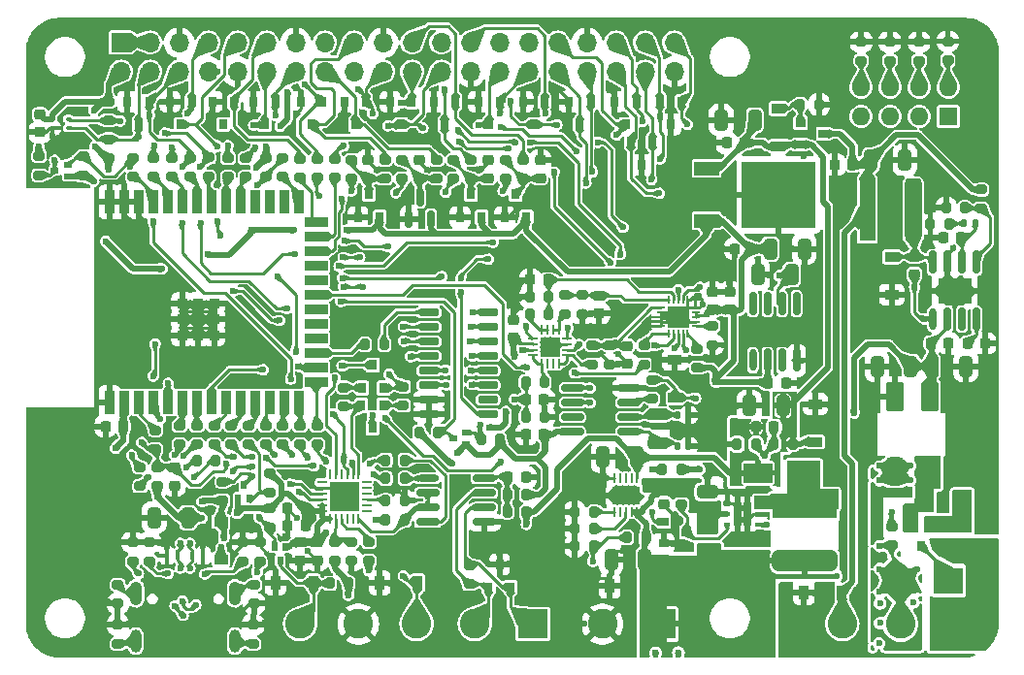
<source format=gbr>
%TF.GenerationSoftware,KiCad,Pcbnew,7.0.1*%
%TF.CreationDate,2024-03-07T06:40:02+01:00*%
%TF.ProjectId,AnthC,416e7468-432e-46b6-9963-61645f706362,M2-R4*%
%TF.SameCoordinates,Original*%
%TF.FileFunction,Copper,L1,Top*%
%TF.FilePolarity,Positive*%
%FSLAX46Y46*%
G04 Gerber Fmt 4.6, Leading zero omitted, Abs format (unit mm)*
G04 Created by KiCad (PCBNEW 7.0.1) date 2024-03-07 06:40:02*
%MOMM*%
%LPD*%
G01*
G04 APERTURE LIST*
G04 Aperture macros list*
%AMRoundRect*
0 Rectangle with rounded corners*
0 $1 Rounding radius*
0 $2 $3 $4 $5 $6 $7 $8 $9 X,Y pos of 4 corners*
0 Add a 4 corners polygon primitive as box body*
4,1,4,$2,$3,$4,$5,$6,$7,$8,$9,$2,$3,0*
0 Add four circle primitives for the rounded corners*
1,1,$1+$1,$2,$3*
1,1,$1+$1,$4,$5*
1,1,$1+$1,$6,$7*
1,1,$1+$1,$8,$9*
0 Add four rect primitives between the rounded corners*
20,1,$1+$1,$2,$3,$4,$5,0*
20,1,$1+$1,$4,$5,$6,$7,0*
20,1,$1+$1,$6,$7,$8,$9,0*
20,1,$1+$1,$8,$9,$2,$3,0*%
G04 Aperture macros list end*
%TA.AperFunction,SMDPad,CuDef*%
%ADD10RoundRect,0.200000X-0.200000X-0.275000X0.200000X-0.275000X0.200000X0.275000X-0.200000X0.275000X0*%
%TD*%
%TA.AperFunction,SMDPad,CuDef*%
%ADD11RoundRect,0.200000X0.275000X-0.200000X0.275000X0.200000X-0.275000X0.200000X-0.275000X-0.200000X0*%
%TD*%
%TA.AperFunction,SMDPad,CuDef*%
%ADD12RoundRect,0.200000X0.200000X0.275000X-0.200000X0.275000X-0.200000X-0.275000X0.200000X-0.275000X0*%
%TD*%
%TA.AperFunction,SMDPad,CuDef*%
%ADD13RoundRect,0.225000X0.250000X-0.225000X0.250000X0.225000X-0.250000X0.225000X-0.250000X-0.225000X0*%
%TD*%
%TA.AperFunction,SMDPad,CuDef*%
%ADD14RoundRect,0.225000X0.225000X0.250000X-0.225000X0.250000X-0.225000X-0.250000X0.225000X-0.250000X0*%
%TD*%
%TA.AperFunction,SMDPad,CuDef*%
%ADD15RoundRect,0.249999X0.325001X0.650001X-0.325001X0.650001X-0.325001X-0.650001X0.325001X-0.650001X0*%
%TD*%
%TA.AperFunction,SMDPad,CuDef*%
%ADD16RoundRect,0.300000X-0.675000X0.000000X0.675000X0.000000X0.675000X0.000000X-0.675000X0.000000X0*%
%TD*%
%TA.AperFunction,SMDPad,CuDef*%
%ADD17RoundRect,0.150000X-0.825000X-0.150000X0.825000X-0.150000X0.825000X0.150000X-0.825000X0.150000X0*%
%TD*%
%TA.AperFunction,SMDPad,CuDef*%
%ADD18R,0.500000X0.660000*%
%TD*%
%TA.AperFunction,SMDPad,CuDef*%
%ADD19RoundRect,0.225000X-0.250000X0.225000X-0.250000X-0.225000X0.250000X-0.225000X0.250000X0.225000X0*%
%TD*%
%TA.AperFunction,SMDPad,CuDef*%
%ADD20R,0.800000X0.900000*%
%TD*%
%TA.AperFunction,SMDPad,CuDef*%
%ADD21RoundRect,0.225000X-0.225000X-0.250000X0.225000X-0.250000X0.225000X0.250000X-0.225000X0.250000X0*%
%TD*%
%TA.AperFunction,SMDPad,CuDef*%
%ADD22RoundRect,0.200000X-0.275000X0.200000X-0.275000X-0.200000X0.275000X-0.200000X0.275000X0.200000X0*%
%TD*%
%TA.AperFunction,SMDPad,CuDef*%
%ADD23RoundRect,0.300000X0.000000X-0.675000X0.000000X0.675000X0.000000X0.675000X0.000000X-0.675000X0*%
%TD*%
%TA.AperFunction,SMDPad,CuDef*%
%ADD24RoundRect,0.150000X0.150000X-0.825000X0.150000X0.825000X-0.150000X0.825000X-0.150000X-0.825000X0*%
%TD*%
%TA.AperFunction,SMDPad,CuDef*%
%ADD25RoundRect,0.140000X0.140000X0.170000X-0.140000X0.170000X-0.140000X-0.170000X0.140000X-0.170000X0*%
%TD*%
%TA.AperFunction,SMDPad,CuDef*%
%ADD26R,0.900000X1.200000*%
%TD*%
%TA.AperFunction,SMDPad,CuDef*%
%ADD27R,1.200000X0.900000*%
%TD*%
%TA.AperFunction,SMDPad,CuDef*%
%ADD28R,0.660000X0.500000*%
%TD*%
%TA.AperFunction,ComponentPad*%
%ADD29C,0.800000*%
%TD*%
%TA.AperFunction,SMDPad,CuDef*%
%ADD30R,3.000000X2.290000*%
%TD*%
%TA.AperFunction,SMDPad,CuDef*%
%ADD31RoundRect,0.250000X0.325000X0.650000X-0.325000X0.650000X-0.325000X-0.650000X0.325000X-0.650000X0*%
%TD*%
%TA.AperFunction,SMDPad,CuDef*%
%ADD32RoundRect,0.375000X0.375000X0.875000X-0.375000X0.875000X-0.375000X-0.875000X0.375000X-0.875000X0*%
%TD*%
%TA.AperFunction,SMDPad,CuDef*%
%ADD33RoundRect,0.055500X0.694500X1.194500X-0.694500X1.194500X-0.694500X-1.194500X0.694500X-1.194500X0*%
%TD*%
%TA.AperFunction,SMDPad,CuDef*%
%ADD34RoundRect,0.362500X0.362500X2.387500X-0.362500X2.387500X-0.362500X-2.387500X0.362500X-2.387500X0*%
%TD*%
%TA.AperFunction,SMDPad,CuDef*%
%ADD35R,1.450000X5.500000*%
%TD*%
%TA.AperFunction,SMDPad,CuDef*%
%ADD36R,0.900000X2.000000*%
%TD*%
%TA.AperFunction,SMDPad,CuDef*%
%ADD37R,2.000000X0.900000*%
%TD*%
%TA.AperFunction,SMDPad,CuDef*%
%ADD38R,0.900000X0.900000*%
%TD*%
%TA.AperFunction,ComponentPad*%
%ADD39C,0.600000*%
%TD*%
%TA.AperFunction,SMDPad,CuDef*%
%ADD40R,2.500000X2.300000*%
%TD*%
%TA.AperFunction,SMDPad,CuDef*%
%ADD41RoundRect,0.249999X-0.325001X-0.650001X0.325001X-0.650001X0.325001X0.650001X-0.325001X0.650001X0*%
%TD*%
%TA.AperFunction,SMDPad,CuDef*%
%ADD42RoundRect,0.062500X-0.350000X-0.062500X0.350000X-0.062500X0.350000X0.062500X-0.350000X0.062500X0*%
%TD*%
%TA.AperFunction,SMDPad,CuDef*%
%ADD43RoundRect,0.062500X-0.062500X-0.350000X0.062500X-0.350000X0.062500X0.350000X-0.062500X0.350000X0*%
%TD*%
%TA.AperFunction,SMDPad,CuDef*%
%ADD44R,1.700000X1.700000*%
%TD*%
%TA.AperFunction,SMDPad,CuDef*%
%ADD45R,0.900000X0.800000*%
%TD*%
%TA.AperFunction,SMDPad,CuDef*%
%ADD46R,2.600000X2.600000*%
%TD*%
%TA.AperFunction,SMDPad,CuDef*%
%ADD47RoundRect,0.075000X0.175000X0.075000X-0.175000X0.075000X-0.175000X-0.075000X0.175000X-0.075000X0*%
%TD*%
%TA.AperFunction,SMDPad,CuDef*%
%ADD48RoundRect,0.150000X-0.725000X-0.150000X0.725000X-0.150000X0.725000X0.150000X-0.725000X0.150000X0*%
%TD*%
%TA.AperFunction,SMDPad,CuDef*%
%ADD49RoundRect,0.062500X-0.062500X0.362500X-0.062500X-0.362500X0.062500X-0.362500X0.062500X0.362500X0*%
%TD*%
%TA.AperFunction,SMDPad,CuDef*%
%ADD50R,2.380000X1.650000*%
%TD*%
%TA.AperFunction,SMDPad,CuDef*%
%ADD51RoundRect,0.249999X0.650001X-0.325001X0.650001X0.325001X-0.650001X0.325001X-0.650001X-0.325001X0*%
%TD*%
%TA.AperFunction,SMDPad,CuDef*%
%ADD52R,2.500000X1.800000*%
%TD*%
%TA.AperFunction,SMDPad,CuDef*%
%ADD53R,2.200000X1.200000*%
%TD*%
%TA.AperFunction,SMDPad,CuDef*%
%ADD54R,6.400000X5.800000*%
%TD*%
%TA.AperFunction,SMDPad,CuDef*%
%ADD55RoundRect,0.050000X-0.050000X0.312500X-0.050000X-0.312500X0.050000X-0.312500X0.050000X0.312500X0*%
%TD*%
%TA.AperFunction,SMDPad,CuDef*%
%ADD56RoundRect,0.050000X-0.312500X0.050000X-0.312500X-0.050000X0.312500X-0.050000X0.312500X0.050000X0*%
%TD*%
%TA.AperFunction,SMDPad,CuDef*%
%ADD57R,1.850000X1.850000*%
%TD*%
%TA.AperFunction,SMDPad,CuDef*%
%ADD58RoundRect,0.450000X2.400000X-0.450000X2.400000X0.450000X-2.400000X0.450000X-2.400000X-0.450000X0*%
%TD*%
%TA.AperFunction,SMDPad,CuDef*%
%ADD59R,5.700000X1.800000*%
%TD*%
%TA.AperFunction,SMDPad,CuDef*%
%ADD60RoundRect,0.112500X-0.202500X-0.112500X0.202500X-0.112500X0.202500X0.112500X-0.202500X0.112500X0*%
%TD*%
%TA.AperFunction,SMDPad,CuDef*%
%ADD61R,0.630000X0.450000*%
%TD*%
%TA.AperFunction,SMDPad,CuDef*%
%ADD62R,0.800000X1.050000*%
%TD*%
%TA.AperFunction,SMDPad,CuDef*%
%ADD63R,0.350000X0.600000*%
%TD*%
%TA.AperFunction,SMDPad,CuDef*%
%ADD64RoundRect,0.150000X0.825000X0.150000X-0.825000X0.150000X-0.825000X-0.150000X0.825000X-0.150000X0*%
%TD*%
%TA.AperFunction,SMDPad,CuDef*%
%ADD65RoundRect,0.140000X-0.140000X-0.170000X0.140000X-0.170000X0.140000X0.170000X-0.140000X0.170000X0*%
%TD*%
%TA.AperFunction,SMDPad,CuDef*%
%ADD66RoundRect,0.150000X0.150000X-0.587500X0.150000X0.587500X-0.150000X0.587500X-0.150000X-0.587500X0*%
%TD*%
%TA.AperFunction,SMDPad,CuDef*%
%ADD67RoundRect,0.250000X-0.650000X0.250000X-0.650000X-0.250000X0.650000X-0.250000X0.650000X0.250000X0*%
%TD*%
%TA.AperFunction,ComponentPad*%
%ADD68R,1.700000X1.700000*%
%TD*%
%TA.AperFunction,ComponentPad*%
%ADD69O,1.700000X1.700000*%
%TD*%
%TA.AperFunction,ComponentPad*%
%ADD70O,1.000000X2.000000*%
%TD*%
%TA.AperFunction,ComponentPad*%
%ADD71O,1.050000X2.100000*%
%TD*%
%TA.AperFunction,ComponentPad*%
%ADD72R,1.600000X1.600000*%
%TD*%
%TA.AperFunction,ComponentPad*%
%ADD73O,1.600000X1.600000*%
%TD*%
%TA.AperFunction,ComponentPad*%
%ADD74R,2.600000X2.600000*%
%TD*%
%TA.AperFunction,ComponentPad*%
%ADD75C,2.600000*%
%TD*%
%TA.AperFunction,ViaPad*%
%ADD76C,0.600000*%
%TD*%
%TA.AperFunction,Conductor*%
%ADD77C,0.250000*%
%TD*%
%TA.AperFunction,Conductor*%
%ADD78C,0.500000*%
%TD*%
G04 APERTURE END LIST*
D10*
%TO.P,R13,1*%
%TO.N,Net-(U9A--)*%
X224025000Y-120950000D03*
%TO.P,R13,2*%
%TO.N,/AN2*%
X225675000Y-120950000D03*
%TD*%
%TO.P,R27,1*%
%TO.N,GND*%
X224025000Y-119450000D03*
%TO.P,R27,2*%
%TO.N,/AN2*%
X225675000Y-119450000D03*
%TD*%
D11*
%TO.P,R29,1*%
%TO.N,GND*%
X228600000Y-120925000D03*
%TO.P,R29,2*%
%TO.N,/AN3*%
X228600000Y-119275000D03*
%TD*%
D12*
%TO.P,R10,1*%
%TO.N,Net-(U9B--)*%
X225325000Y-126900000D03*
%TO.P,R10,2*%
%TO.N,/AN1*%
X223675000Y-126900000D03*
%TD*%
D13*
%TO.P,C15,1*%
%TO.N,+3V3*%
X240000000Y-120575000D03*
%TO.P,C15,2*%
%TO.N,GND*%
X240000000Y-119025000D03*
%TD*%
%TO.P,C23,1*%
%TO.N,+5V*%
X222600000Y-122975000D03*
%TO.P,C23,2*%
%TO.N,GND*%
X222600000Y-121425000D03*
%TD*%
D14*
%TO.P,C14,1*%
%TO.N,+3V3*%
X188575000Y-130750000D03*
%TO.P,C14,2*%
%TO.N,GND*%
X187025000Y-130750000D03*
%TD*%
D15*
%TO.P,C30,1*%
%TO.N,+3V3*%
X194225000Y-138700000D03*
%TO.P,C30,2*%
%TO.N,GND*%
X191275000Y-138700000D03*
%TD*%
D16*
%TO.P,U4,1,RO*%
%TO.N,Net-(U4-RO)*%
X215125000Y-135295000D03*
D17*
%TO.P,U4,2,~{RE}*%
%TO.N,/RS485*%
X215125000Y-136565000D03*
%TO.P,U4,3,DE*%
X215125000Y-137835000D03*
%TO.P,U4,4,DI*%
%TO.N,Net-(U4-DI)*%
X215125000Y-139105000D03*
%TO.P,U4,5,GND*%
%TO.N,GND*%
X220075000Y-139105000D03*
%TO.P,U4,6,A*%
%TO.N,/A*%
X220075000Y-137835000D03*
%TO.P,U4,7,B*%
%TO.N,/B*%
X220075000Y-136565000D03*
%TO.P,U4,8,VCC*%
%TO.N,Net-(U4-VCC)*%
X220075000Y-135295000D03*
%TD*%
D11*
%TO.P,R35,1*%
%TO.N,+5V*%
X197250000Y-137215000D03*
%TO.P,R35,2*%
%TO.N,/RX25*%
X197250000Y-135565000D03*
%TD*%
D18*
%TO.P,Q1,1,G*%
%TO.N,+3V3*%
X198580000Y-137020000D03*
%TO.P,Q1,2,S*%
%TO.N,/RX1_3V3*%
X199580000Y-137020000D03*
%TO.P,Q1,3,D*%
%TO.N,/RX25*%
X199080000Y-135880000D03*
%TD*%
D11*
%TO.P,R21,1*%
%TO.N,/RTS*%
X207800000Y-129000000D03*
%TO.P,R21,2*%
%TO.N,Net-(Q4-B)*%
X207800000Y-127350000D03*
%TD*%
%TO.P,R14,1*%
%TO.N,+3V3*%
X187300000Y-107325000D03*
%TO.P,R14,2*%
%TO.N,/SDA*%
X187300000Y-105675000D03*
%TD*%
D19*
%TO.P,C17,1*%
%TO.N,+BATT*%
X235750000Y-135975000D03*
%TO.P,C17,2*%
%TO.N,GND*%
X235750000Y-137525000D03*
%TD*%
D20*
%TO.P,Q4,1,B*%
%TO.N,Net-(Q4-B)*%
X209400000Y-127400000D03*
%TO.P,Q4,2,E*%
%TO.N,/DTR*%
X211300000Y-127400000D03*
%TO.P,Q4,3,C*%
%TO.N,/GPIO0*%
X210350000Y-125400000D03*
%TD*%
D14*
%TO.P,C6,1*%
%TO.N,+3V3*%
X204475000Y-139400000D03*
%TO.P,C6,2*%
%TO.N,GND*%
X202925000Y-139400000D03*
%TD*%
D21*
%TO.P,C27,1*%
%TO.N,/AN1*%
X223725000Y-128400000D03*
%TO.P,C27,2*%
%TO.N,GND*%
X225275000Y-128400000D03*
%TD*%
D19*
%TO.P,C28,1*%
%TO.N,/AN3*%
X230100000Y-119325000D03*
%TO.P,C28,2*%
%TO.N,GND*%
X230100000Y-120875000D03*
%TD*%
D22*
%TO.P,R15,1*%
%TO.N,+3V3*%
X201400000Y-137925000D03*
%TO.P,R15,2*%
%TO.N,/TX1_3V3*%
X201400000Y-139575000D03*
%TD*%
D12*
%TO.P,R17,1*%
%TO.N,+5V*%
X208225000Y-144450000D03*
%TO.P,R17,2*%
%TO.N,/TX25*%
X206575000Y-144450000D03*
%TD*%
%TO.P,R19,1*%
%TO.N,+3V3*%
X221425000Y-131900000D03*
%TO.P,R19,2*%
%TO.N,/RX0_3V3*%
X219775000Y-131900000D03*
%TD*%
D11*
%TO.P,R20,1*%
%TO.N,Net-(J1-SBU2)*%
X199000000Y-142525000D03*
%TO.P,R20,2*%
%TO.N,GND*%
X199000000Y-140875000D03*
%TD*%
%TO.P,R25,1*%
%TO.N,Net-(R25-Pad1)*%
X255450000Y-98825000D03*
%TO.P,R25,2*%
%TO.N,GND*%
X255450000Y-97175000D03*
%TD*%
%TO.P,R26,1*%
%TO.N,Net-(R26-Pad1)*%
X258000000Y-98825000D03*
%TO.P,R26,2*%
%TO.N,GND*%
X258000000Y-97175000D03*
%TD*%
%TO.P,R28,1*%
%TO.N,Net-(R28-Pad1)*%
X252950000Y-98825000D03*
%TO.P,R28,2*%
%TO.N,GND*%
X252950000Y-97175000D03*
%TD*%
%TO.P,R33,1*%
%TO.N,+3V3*%
X185140000Y-108825000D03*
%TO.P,R33,2*%
%TO.N,/TX0_3V3*%
X185140000Y-107175000D03*
%TD*%
D22*
%TO.P,R42,1*%
%TO.N,+5V*%
X181240000Y-107175000D03*
%TO.P,R42,2*%
%TO.N,/TX0*%
X181240000Y-108825000D03*
%TD*%
D11*
%TO.P,R47,1*%
%TO.N,+5V*%
X207000000Y-142475000D03*
%TO.P,R47,2*%
%TO.N,Net-(U5-VBUS)*%
X207000000Y-140825000D03*
%TD*%
D22*
%TO.P,R48,1*%
%TO.N,Net-(U6-EN)*%
X191400000Y-131075000D03*
%TO.P,R48,2*%
%TO.N,/RESET*%
X191400000Y-132725000D03*
%TD*%
%TO.P,R57,1*%
%TO.N,Net-(U6-IO16)*%
X196500000Y-130675000D03*
%TO.P,R57,2*%
%TO.N,/OC2*%
X196500000Y-132325000D03*
%TD*%
%TO.P,R59,1*%
%TO.N,Net-(U6-IO18)*%
X199500000Y-130675000D03*
%TO.P,R59,2*%
%TO.N,/RX1_3V3*%
X199500000Y-132325000D03*
%TD*%
%TO.P,R60,1*%
%TO.N,Net-(U6-IO8)*%
X201000000Y-130675000D03*
%TO.P,R60,2*%
%TO.N,/OC3*%
X201000000Y-132325000D03*
%TD*%
%TO.P,R61,1*%
%TO.N,Net-(U6-IO19)*%
X202500000Y-130675000D03*
%TO.P,R61,2*%
%TO.N,/OC4*%
X202500000Y-132325000D03*
%TD*%
D12*
%TO.P,R66,1*%
%TO.N,/OC1*%
X211325000Y-123600000D03*
%TO.P,R66,2*%
%TO.N,Net-(U6-IO9)*%
X209675000Y-123600000D03*
%TD*%
D11*
%TO.P,R69,1*%
%TO.N,Net-(U6-IO42)*%
X192850000Y-108975000D03*
%TO.P,R69,2*%
%TO.N,/MOSI*%
X192850000Y-107325000D03*
%TD*%
%TO.P,R72,1*%
%TO.N,/OC6*%
X205500000Y-132325000D03*
%TO.P,R72,2*%
%TO.N,Net-(U6-IO3)*%
X205500000Y-130675000D03*
%TD*%
%TO.P,R73,1*%
%TO.N,Net-(U6-IO40)*%
X196000000Y-108925000D03*
%TO.P,R73,2*%
%TO.N,/SDA*%
X196000000Y-107275000D03*
%TD*%
%TO.P,R74,1*%
%TO.N,Net-(U6-IO38)*%
X199250000Y-108975000D03*
%TO.P,R74,2*%
%TO.N,/MISO*%
X199250000Y-107325000D03*
%TD*%
%TO.P,R75,1*%
%TO.N,Net-(U6-IO0)*%
X202500000Y-108975000D03*
%TO.P,R75,2*%
%TO.N,/GPIO0*%
X202500000Y-107325000D03*
%TD*%
%TO.P,R77,1*%
%TO.N,Net-(U6-IO44)*%
X191200000Y-108975000D03*
%TO.P,R77,2*%
%TO.N,/RX0_3V3*%
X191200000Y-107325000D03*
%TD*%
%TO.P,R78,1*%
%TO.N,Net-(U6-IO43)*%
X189450000Y-108975000D03*
%TO.P,R78,2*%
%TO.N,/TX0_3V3*%
X189450000Y-107325000D03*
%TD*%
%TO.P,R79,1*%
%TO.N,Net-(U6-IO45)*%
X204000000Y-109025000D03*
%TO.P,R79,2*%
%TO.N,/GPIO1*%
X204000000Y-107375000D03*
%TD*%
%TO.P,R80,1*%
%TO.N,Net-(U6-IO48)*%
X207000000Y-109025000D03*
%TO.P,R80,2*%
%TO.N,/SCK*%
X207000000Y-107375000D03*
%TD*%
D23*
%TO.P,U13,1,DNC*%
%TO.N,unconnected-(U13-DNC-Pad1)*%
X243495000Y-124975000D03*
D24*
%TO.P,U13,2,Vin*%
%TO.N,+3V3*%
X244765000Y-124975000D03*
%TO.P,U13,3,Temp*%
%TO.N,unconnected-(U13-Temp-Pad3)*%
X246035000Y-124975000D03*
%TO.P,U13,4,GND*%
%TO.N,GND*%
X247305000Y-124975000D03*
%TO.P,U13,5,Trim/NR*%
%TO.N,unconnected-(U13-Trim{slash}NR-Pad5)*%
X247305000Y-120025000D03*
%TO.P,U13,6,Vout*%
%TO.N,Net-(U10-REFIN+)*%
X246035000Y-120025000D03*
%TO.P,U13,7,NC*%
%TO.N,unconnected-(U13-NC-Pad7)*%
X244765000Y-120025000D03*
%TO.P,U13,8,DNC*%
%TO.N,unconnected-(U13-DNC-Pad8)*%
X243495000Y-120025000D03*
%TD*%
D21*
%TO.P,C4,1*%
%TO.N,VDDF*%
X259025000Y-123500000D03*
%TO.P,C4,2*%
%TO.N,GND*%
X260575000Y-123500000D03*
%TD*%
D14*
%TO.P,C5,1*%
%TO.N,Net-(U1-COMP)*%
X261675000Y-114300000D03*
%TO.P,C5,2*%
%TO.N,GND*%
X260125000Y-114300000D03*
%TD*%
D25*
%TO.P,C7,1*%
%TO.N,Net-(U1-COMP)*%
X262880000Y-113025000D03*
%TO.P,C7,2*%
%TO.N,Net-(C7-Pad2)*%
X261920000Y-113025000D03*
%TD*%
D14*
%TO.P,C24,1*%
%TO.N,+3V3*%
X243475000Y-115250000D03*
%TO.P,C24,2*%
%TO.N,GND*%
X241925000Y-115250000D03*
%TD*%
D26*
%TO.P,D1,1,K*%
%TO.N,/TX25*%
X205150000Y-144400000D03*
%TO.P,D1,2,A*%
%TO.N,GND*%
X201850000Y-144400000D03*
%TD*%
%TO.P,D8,1,K*%
%TO.N,/RX25*%
X214250000Y-144400000D03*
%TO.P,D8,2,A*%
%TO.N,GND*%
X210950000Y-144400000D03*
%TD*%
D27*
%TO.P,D18,1,K*%
%TO.N,Net-(D18-K)*%
X255600000Y-115950000D03*
%TO.P,D18,2,A*%
%TO.N,GND*%
X255600000Y-119250000D03*
%TD*%
D18*
%TO.P,Q2,1,G*%
%TO.N,+3V3*%
X202750000Y-141280000D03*
%TO.P,Q2,2,S*%
%TO.N,/TX1_3V3*%
X201750000Y-141280000D03*
%TO.P,Q2,3,D*%
%TO.N,/TX25*%
X202250000Y-142420000D03*
%TD*%
D28*
%TO.P,Q5,1,G*%
%TO.N,+3V3*%
X218470000Y-132300000D03*
%TO.P,Q5,2,S*%
%TO.N,/RX0_3V3*%
X218470000Y-131300000D03*
%TO.P,Q5,3,D*%
%TO.N,/RX0*%
X217330000Y-131800000D03*
%TD*%
%TO.P,Q7,1,G*%
%TO.N,+3V3*%
X183740000Y-108900000D03*
%TO.P,Q7,2,S*%
%TO.N,/TX0_3V3*%
X183740000Y-107900000D03*
%TO.P,Q7,3,D*%
%TO.N,/TX0*%
X182600000Y-108400000D03*
%TD*%
D10*
%TO.P,R87,1*%
%TO.N,Net-(D24-A)*%
X247625000Y-102650000D03*
%TO.P,R87,2*%
%TO.N,GND*%
X249275000Y-102650000D03*
%TD*%
D23*
%TO.P,U1,1,BOOT*%
%TO.N,Net-(U1-BOOT)*%
X259195000Y-121375000D03*
D24*
%TO.P,U1,2,VIN*%
%TO.N,VDDF*%
X260465000Y-121375000D03*
%TO.P,U1,3,EN*%
%TO.N,unconnected-(U1-EN-Pad3)*%
X261735000Y-121375000D03*
%TO.P,U1,4,SS*%
%TO.N,Net-(U1-SS)*%
X263005000Y-121375000D03*
%TO.P,U1,5,VSENSE*%
%TO.N,Net-(U1-VSENSE)*%
X263005000Y-116425000D03*
%TO.P,U1,6,COMP*%
%TO.N,Net-(U1-COMP)*%
X261735000Y-116425000D03*
%TO.P,U1,7,GND*%
%TO.N,GND*%
X260465000Y-116425000D03*
%TO.P,U1,8,PH*%
%TO.N,Net-(D18-K)*%
X259195000Y-116425000D03*
D29*
%TO.P,U1,9,PAD*%
%TO.N,GND*%
X260100000Y-119550000D03*
X261100000Y-119550000D03*
X262100000Y-119550000D03*
D30*
X261100000Y-118900000D03*
D29*
X260100000Y-118250000D03*
X261100000Y-118250000D03*
X262100000Y-118250000D03*
%TD*%
D15*
%TO.P,C1,1*%
%TO.N,VDDF*%
X257275000Y-125500000D03*
%TO.P,C1,2*%
%TO.N,GND*%
X254325000Y-125500000D03*
%TD*%
D13*
%TO.P,C8,1*%
%TO.N,Net-(U1-BOOT)*%
X257600000Y-117475000D03*
%TO.P,C8,2*%
%TO.N,Net-(D18-K)*%
X257600000Y-115925000D03*
%TD*%
D10*
%TO.P,R38,1*%
%TO.N,/BAT_LEVEL*%
X232525000Y-140450000D03*
%TO.P,R38,2*%
%TO.N,+BATT*%
X234175000Y-140450000D03*
%TD*%
D31*
%TO.P,C18,1*%
%TO.N,+BATT*%
X234075000Y-142350000D03*
%TO.P,C18,2*%
%TO.N,GND*%
X231125000Y-142350000D03*
%TD*%
D10*
%TO.P,R37,1*%
%TO.N,GND*%
X242125000Y-132300000D03*
%TO.P,R37,2*%
%TO.N,Net-(U12-FB)*%
X243775000Y-132300000D03*
%TD*%
D19*
%TO.P,C32,1*%
%TO.N,+3V3*%
X181300000Y-103525000D03*
%TO.P,C32,2*%
%TO.N,GND*%
X181300000Y-105075000D03*
%TD*%
D14*
%TO.P,C34,1*%
%TO.N,+3V3*%
X225275000Y-131450000D03*
%TO.P,C34,2*%
%TO.N,GND*%
X223725000Y-131450000D03*
%TD*%
D11*
%TO.P,R89,1*%
%TO.N,Net-(J1-GND-PadA1{slash}B12)*%
X200500000Y-142525000D03*
%TO.P,R89,2*%
%TO.N,GND*%
X200500000Y-140875000D03*
%TD*%
D22*
%TO.P,R46,1*%
%TO.N,/DI2*%
X218900000Y-107475000D03*
%TO.P,R46,2*%
%TO.N,Net-(C37-Pad1)*%
X218900000Y-109125000D03*
%TD*%
%TO.P,R63,1*%
%TO.N,Net-(U5-VBUS)*%
X208500000Y-140825000D03*
%TO.P,R63,2*%
%TO.N,GND*%
X208500000Y-142475000D03*
%TD*%
%TO.P,R44,1*%
%TO.N,/DI4*%
X211400000Y-107475000D03*
%TO.P,R44,2*%
%TO.N,Net-(C36-Pad1)*%
X211400000Y-109125000D03*
%TD*%
D20*
%TO.P,D16,1*%
%TO.N,GND*%
X217950000Y-112480000D03*
%TO.P,D16,2*%
%TO.N,+3V3*%
X219850000Y-112480000D03*
%TO.P,D16,3*%
%TO.N,Net-(C37-Pad1)*%
X218900000Y-110480000D03*
%TD*%
D13*
%TO.P,C37,1*%
%TO.N,Net-(C37-Pad1)*%
X220450000Y-109075000D03*
%TO.P,C37,2*%
%TO.N,GND*%
X220450000Y-107525000D03*
%TD*%
D32*
%TO.P,FL1,1,1*%
%TO.N,/GND_IN*%
X255900000Y-134650000D03*
D33*
%TO.P,FL1,2,2*%
%TO.N,Net-(D14-K)*%
X258900000Y-134650000D03*
%TO.P,FL1,3,3*%
%TO.N,VDDF*%
X258900000Y-128150000D03*
%TO.P,FL1,4,4*%
%TO.N,GND*%
X255900000Y-128150000D03*
%TD*%
D34*
%TO.P,L1,1,1*%
%TO.N,Net-(D18-K)*%
X257475000Y-111850000D03*
D35*
%TO.P,L1,2,2*%
%TO.N,+5VD*%
X253475000Y-111850000D03*
%TD*%
D12*
%TO.P,R2,1*%
%TO.N,Net-(C7-Pad2)*%
X260625000Y-113050000D03*
%TO.P,R2,2*%
%TO.N,GND*%
X258975000Y-113050000D03*
%TD*%
D21*
%TO.P,C13,1*%
%TO.N,Net-(U4-VCC)*%
X222125000Y-135200000D03*
%TO.P,C13,2*%
%TO.N,GND*%
X223675000Y-135200000D03*
%TD*%
D12*
%TO.P,R54,1*%
%TO.N,Net-(U6-IO5)*%
X196625000Y-133700000D03*
%TO.P,R54,2*%
%TO.N,/I4*%
X194975000Y-133700000D03*
%TD*%
D11*
%TO.P,R22,1*%
%TO.N,Net-(U9C--)*%
X229500000Y-125325000D03*
%TO.P,R22,2*%
%TO.N,/AN4*%
X229500000Y-123675000D03*
%TD*%
%TO.P,R24,1*%
%TO.N,GND*%
X231000000Y-125325000D03*
%TO.P,R24,2*%
%TO.N,/AN4*%
X231000000Y-123675000D03*
%TD*%
D20*
%TO.P,D2,1,IO1*%
%TO.N,/SCL*%
X190850000Y-102400000D03*
%TO.P,D2,2,GND*%
%TO.N,GND*%
X188950000Y-102400000D03*
%TO.P,D2,3,IO2*%
%TO.N,/SDA*%
X189900000Y-104400000D03*
%TD*%
%TO.P,D15,1,IO1*%
%TO.N,/GPIO0*%
X201850000Y-102400000D03*
%TO.P,D15,2,GND*%
%TO.N,GND*%
X199950000Y-102400000D03*
%TO.P,D15,3,IO2*%
%TO.N,/RESET*%
X200900000Y-104400000D03*
%TD*%
%TO.P,D22,1,IO1*%
%TO.N,/O2*%
X221450000Y-102400000D03*
%TO.P,D22,2,GND*%
%TO.N,GND*%
X219550000Y-102400000D03*
%TO.P,D22,3,IO2*%
%TO.N,/O1*%
X220500000Y-104400000D03*
%TD*%
%TO.P,D25,1,IO1*%
%TO.N,/O5*%
X229350000Y-102400000D03*
%TO.P,D25,2,GND*%
%TO.N,GND*%
X227450000Y-102400000D03*
%TO.P,D25,3,IO2*%
%TO.N,/O4*%
X228400000Y-104400000D03*
%TD*%
%TO.P,D26,1,IO1*%
%TO.N,/GPIO2*%
X205950000Y-102400000D03*
%TO.P,D26,2,GND*%
%TO.N,GND*%
X204050000Y-102400000D03*
%TO.P,D26,3,IO2*%
%TO.N,/DI4*%
X205000000Y-104400000D03*
%TD*%
%TO.P,D27,1,IO1*%
%TO.N,/DI1*%
X217550000Y-102400000D03*
%TO.P,D27,2,GND*%
%TO.N,GND*%
X215650000Y-102400000D03*
%TO.P,D27,3,IO2*%
%TO.N,/DI2*%
X216600000Y-104400000D03*
%TD*%
%TO.P,D28,1,IO1*%
%TO.N,/CS*%
X225350000Y-102400000D03*
%TO.P,D28,2,GND*%
%TO.N,GND*%
X223450000Y-102400000D03*
%TO.P,D28,3,IO2*%
%TO.N,/COM*%
X224400000Y-104400000D03*
%TD*%
%TO.P,D29,1,IO1*%
%TO.N,/O6*%
X233350000Y-102400000D03*
%TO.P,D29,2,GND*%
%TO.N,GND*%
X231450000Y-102400000D03*
%TO.P,D29,3,IO2*%
%TO.N,/O3*%
X232400000Y-104400000D03*
%TD*%
D22*
%TO.P,R9,1*%
%TO.N,+3V3*%
X201320000Y-134875000D03*
%TO.P,R9,2*%
%TO.N,/RX1_3V3*%
X201320000Y-136525000D03*
%TD*%
%TO.P,R18,1*%
%TO.N,/DTR*%
X213000000Y-127275000D03*
%TO.P,R18,2*%
%TO.N,Net-(Q3-B)*%
X213000000Y-128925000D03*
%TD*%
D20*
%TO.P,D21,1,IO1*%
%TO.N,/MISO*%
X213750000Y-102400000D03*
%TO.P,D21,2,GND*%
%TO.N,GND*%
X211850000Y-102400000D03*
%TO.P,D21,3,IO2*%
%TO.N,/SCK*%
X212800000Y-104400000D03*
%TD*%
D22*
%TO.P,R45,1*%
%TO.N,/DI1*%
X223450000Y-107475000D03*
%TO.P,R45,2*%
%TO.N,Net-(C38-Pad1)*%
X223450000Y-109125000D03*
%TD*%
%TO.P,R52,1*%
%TO.N,Net-(C38-Pad1)*%
X221950000Y-107475000D03*
%TO.P,R52,2*%
%TO.N,/I1*%
X221950000Y-109125000D03*
%TD*%
D20*
%TO.P,D11,1*%
%TO.N,GND*%
X221850000Y-112480000D03*
%TO.P,D11,2*%
%TO.N,+3V3*%
X223750000Y-112480000D03*
%TO.P,D11,3*%
%TO.N,Net-(C38-Pad1)*%
X222800000Y-110480000D03*
%TD*%
D13*
%TO.P,C38,1*%
%TO.N,Net-(C38-Pad1)*%
X224950000Y-109075000D03*
%TO.P,C38,2*%
%TO.N,GND*%
X224950000Y-107525000D03*
%TD*%
D11*
%TO.P,R81,1*%
%TO.N,/GPIO0*%
X201050000Y-108975000D03*
%TO.P,R81,2*%
%TO.N,+3V3*%
X201050000Y-107325000D03*
%TD*%
%TO.P,R11,1*%
%TO.N,/EN_STEP_UP*%
X237250000Y-137575000D03*
%TO.P,R11,2*%
%TO.N,+BATT*%
X237250000Y-135925000D03*
%TD*%
%TO.P,R53,1*%
%TO.N,Net-(U6-IO4)*%
X190050000Y-135975000D03*
%TO.P,R53,2*%
%TO.N,/I3*%
X190050000Y-134325000D03*
%TD*%
D36*
%TO.P,U6,1,GND*%
%TO.N,GND*%
X187390000Y-128650000D03*
%TO.P,U6,2,3V3*%
%TO.N,+3V3*%
X188660000Y-128650000D03*
%TO.P,U6,3,EN*%
%TO.N,Net-(U6-EN)*%
X189930000Y-128650000D03*
%TO.P,U6,4,IO4*%
%TO.N,Net-(U6-IO4)*%
X191200000Y-128650000D03*
%TO.P,U6,5,IO5*%
%TO.N,Net-(U6-IO5)*%
X192470000Y-128650000D03*
%TO.P,U6,6,IO6*%
%TO.N,Net-(U6-IO6)*%
X193740000Y-128650000D03*
%TO.P,U6,7,IO7*%
%TO.N,Net-(U6-IO7)*%
X195010000Y-128650000D03*
%TO.P,U6,8,IO15*%
%TO.N,/BAT_LEVEL*%
X196280000Y-128650000D03*
%TO.P,U6,9,IO16*%
%TO.N,Net-(U6-IO16)*%
X197550000Y-128650000D03*
%TO.P,U6,10,IO17*%
%TO.N,Net-(U6-IO17)*%
X198820000Y-128650000D03*
%TO.P,U6,11,IO18*%
%TO.N,Net-(U6-IO18)*%
X200090000Y-128650000D03*
%TO.P,U6,12,IO8*%
%TO.N,Net-(U6-IO8)*%
X201360000Y-128650000D03*
%TO.P,U6,13,IO19*%
%TO.N,Net-(U6-IO19)*%
X202630000Y-128650000D03*
%TO.P,U6,14,IO20*%
%TO.N,Net-(U6-IO20)*%
X203900000Y-128650000D03*
D37*
%TO.P,U6,15,IO3*%
%TO.N,Net-(U6-IO3)*%
X205400000Y-126885000D03*
%TO.P,U6,16,IO46*%
%TO.N,Net-(U6-IO46)*%
X205400000Y-125615000D03*
%TO.P,U6,17,IO9*%
%TO.N,Net-(U6-IO9)*%
X205400000Y-124345000D03*
%TO.P,U6,18,IO10*%
%TO.N,unconnected-(U6-IO10-Pad18)*%
X205400000Y-123075000D03*
%TO.P,U6,19,IO11*%
%TO.N,unconnected-(U6-IO11-Pad19)*%
X205400000Y-121805000D03*
%TO.P,U6,20,IO12*%
%TO.N,unconnected-(U6-IO12-Pad20)*%
X205400000Y-120535000D03*
%TO.P,U6,21,IO13*%
%TO.N,Net-(U6-IO13)*%
X205400000Y-119265000D03*
%TO.P,U6,22,IO14*%
%TO.N,unconnected-(U6-IO14-Pad22)*%
X205400000Y-117995000D03*
%TO.P,U6,23,IO21*%
%TO.N,unconnected-(U6-IO21-Pad23)*%
X205400000Y-116725000D03*
%TO.P,U6,24,IO47*%
%TO.N,Net-(U6-IO47)*%
X205400000Y-115455000D03*
%TO.P,U6,25,IO48*%
%TO.N,Net-(U6-IO48)*%
X205400000Y-114185000D03*
%TO.P,U6,26,IO45*%
%TO.N,Net-(U6-IO45)*%
X205400000Y-112915000D03*
D36*
%TO.P,U6,27,IO0*%
%TO.N,Net-(U6-IO0)*%
X203900000Y-111150000D03*
%TO.P,U6,28,IO35*%
%TO.N,unconnected-(U6-IO35-Pad28)*%
X202630000Y-111150000D03*
%TO.P,U6,29,IO36*%
%TO.N,unconnected-(U6-IO36-Pad29)*%
X201360000Y-111150000D03*
%TO.P,U6,30,IO37*%
%TO.N,unconnected-(U6-IO37-Pad30)*%
X200090000Y-111150000D03*
%TO.P,U6,31,IO38*%
%TO.N,Net-(U6-IO38)*%
X198820000Y-111150000D03*
%TO.P,U6,32,IO39*%
%TO.N,Net-(U6-IO39)*%
X197550000Y-111150000D03*
%TO.P,U6,33,IO40*%
%TO.N,Net-(U6-IO40)*%
X196280000Y-111150000D03*
%TO.P,U6,34,IO41*%
%TO.N,Net-(U6-IO41)*%
X195010000Y-111150000D03*
%TO.P,U6,35,IO42*%
%TO.N,Net-(U6-IO42)*%
X193740000Y-111150000D03*
%TO.P,U6,36,IO44*%
%TO.N,Net-(U6-IO44)*%
X192470000Y-111150000D03*
%TO.P,U6,37,IO43*%
%TO.N,Net-(U6-IO43)*%
X191200000Y-111150000D03*
%TO.P,U6,38,IO2*%
%TO.N,GND*%
X189930000Y-111150000D03*
%TO.P,U6,39,IO1*%
X188660000Y-111150000D03*
%TO.P,U6,40,GND*%
X187390000Y-111150000D03*
D38*
%TO.P,U6,41,EPAD*%
X193710000Y-122800000D03*
D39*
X194410000Y-122800000D03*
D38*
X195110000Y-122800000D03*
D39*
X195810000Y-122800000D03*
D38*
X196510000Y-122800000D03*
D39*
X193710000Y-122100000D03*
X195110000Y-122100000D03*
X196510000Y-122100000D03*
D38*
X193710000Y-121400000D03*
D39*
X194410000Y-121400000D03*
D38*
X195110000Y-121400000D03*
D39*
X195810000Y-121400000D03*
D38*
X196510000Y-121400000D03*
D39*
X193710000Y-120700000D03*
X195110000Y-120700000D03*
X196510000Y-120700000D03*
D38*
X193710000Y-120000000D03*
D39*
X194410000Y-120000000D03*
D38*
X195110000Y-120000000D03*
D39*
X195810000Y-120000000D03*
D38*
X196510000Y-120000000D03*
%TD*%
D22*
%TO.P,R50,1*%
%TO.N,Net-(C36-Pad1)*%
X208500000Y-107475000D03*
%TO.P,R50,2*%
%TO.N,/I4*%
X208500000Y-109125000D03*
%TD*%
D21*
%TO.P,C29,1*%
%TO.N,+3V3*%
X244825000Y-127000000D03*
%TO.P,C29,2*%
%TO.N,GND*%
X246375000Y-127000000D03*
%TD*%
D22*
%TO.P,R51,1*%
%TO.N,Net-(C37-Pad1)*%
X217400000Y-107475000D03*
%TO.P,R51,2*%
%TO.N,/I2*%
X217400000Y-109125000D03*
%TD*%
%TO.P,R56,1*%
%TO.N,Net-(U6-IO7)*%
X195000000Y-130675000D03*
%TO.P,R56,2*%
%TO.N,/I2*%
X195000000Y-132325000D03*
%TD*%
D14*
%TO.P,C11,1*%
%TO.N,+5VD*%
X252200000Y-107900000D03*
%TO.P,C11,2*%
%TO.N,GND*%
X250650000Y-107900000D03*
%TD*%
D11*
%TO.P,R43,1*%
%TO.N,+3V3*%
X210000000Y-142475000D03*
%TO.P,R43,2*%
%TO.N,Net-(U5-~{RST})*%
X210000000Y-140825000D03*
%TD*%
D22*
%TO.P,R23,1*%
%TO.N,/AN3*%
X227100000Y-119275000D03*
%TO.P,R23,2*%
%TO.N,Net-(U9D--)*%
X227100000Y-120925000D03*
%TD*%
%TO.P,R16,1*%
%TO.N,+3V3*%
X187300000Y-102375000D03*
%TO.P,R16,2*%
%TO.N,/SCL*%
X187300000Y-104025000D03*
%TD*%
D13*
%TO.P,C36,1*%
%TO.N,Net-(C36-Pad1)*%
X209900000Y-109075000D03*
%TO.P,C36,2*%
%TO.N,GND*%
X209900000Y-107525000D03*
%TD*%
D22*
%TO.P,R58,1*%
%TO.N,Net-(U6-IO17)*%
X198000000Y-130675000D03*
%TO.P,R58,2*%
%TO.N,/TX1_3V3*%
X198000000Y-132325000D03*
%TD*%
D10*
%TO.P,R41,1*%
%TO.N,+5V*%
X214375000Y-131250000D03*
%TO.P,R41,2*%
%TO.N,/RX0*%
X216025000Y-131250000D03*
%TD*%
D22*
%TO.P,R55,1*%
%TO.N,Net-(U6-IO6)*%
X193500000Y-130675000D03*
%TO.P,R55,2*%
%TO.N,/I1*%
X193500000Y-132325000D03*
%TD*%
D20*
%TO.P,D30,1,1*%
%TO.N,/B*%
X220450000Y-144800000D03*
%TO.P,D30,2,2*%
%TO.N,/A*%
X222350000Y-144800000D03*
%TO.P,D30,3,3*%
%TO.N,GND*%
X221400000Y-142800000D03*
%TD*%
%TO.P,D10,1*%
%TO.N,GND*%
X209050000Y-112480000D03*
%TO.P,D10,2*%
%TO.N,+3V3*%
X210950000Y-112480000D03*
%TO.P,D10,3*%
%TO.N,Net-(C36-Pad1)*%
X210000000Y-110480000D03*
%TD*%
%TO.P,Q8,1,G*%
%TO.N,Net-(D14-A)*%
X259150000Y-139200000D03*
%TO.P,Q8,2,S*%
%TO.N,Net-(D14-K)*%
X257250000Y-139200000D03*
%TO.P,Q8,3,D*%
%TO.N,/Power/+VDD*%
X258200000Y-141200000D03*
%TD*%
D26*
%TO.P,D14,1,K*%
%TO.N,Net-(D14-K)*%
X258450000Y-137300000D03*
%TO.P,D14,2,A*%
%TO.N,Net-(D14-A)*%
X261750000Y-137300000D03*
%TD*%
D40*
%TO.P,D13,1,A1*%
%TO.N,/Power/+VDD*%
X260550000Y-144200000D03*
%TO.P,D13,2,A2*%
%TO.N,/GND_IN*%
X256250000Y-144200000D03*
%TD*%
D41*
%TO.P,C2,1*%
%TO.N,VDDF*%
X259125000Y-125500000D03*
%TO.P,C2,2*%
%TO.N,GND*%
X262075000Y-125500000D03*
%TD*%
D22*
%TO.P,R1,1*%
%TO.N,Net-(D14-A)*%
X255600000Y-139475000D03*
%TO.P,R1,2*%
%TO.N,/GND_IN*%
X255600000Y-141125000D03*
%TD*%
D42*
%TO.P,U9,1,+*%
%TO.N,/AIN2*%
X224337500Y-123050000D03*
%TO.P,U9,2,V+*%
%TO.N,+5V*%
X224337500Y-123550000D03*
%TO.P,U9,3,+*%
%TO.N,/AIN1*%
X224337500Y-124050000D03*
%TO.P,U9,4,-*%
%TO.N,Net-(U9B--)*%
X224337500Y-124550000D03*
D43*
%TO.P,U9,5*%
X225050000Y-125262500D03*
%TO.P,U9,6*%
%TO.N,N/C*%
X225550000Y-125262500D03*
%TO.P,U9,7*%
X226050000Y-125262500D03*
%TO.P,U9,8*%
%TO.N,Net-(U9C--)*%
X226550000Y-125262500D03*
D42*
%TO.P,U9,9,-*%
X227262500Y-124550000D03*
%TO.P,U9,10,+*%
%TO.N,/AIN4*%
X227262500Y-124050000D03*
%TO.P,U9,11,V-*%
%TO.N,GND*%
X227262500Y-123550000D03*
%TO.P,U9,12,+*%
%TO.N,/AIN3*%
X227262500Y-123050000D03*
D43*
%TO.P,U9,13,-*%
%TO.N,Net-(U9D--)*%
X226550000Y-122337500D03*
%TO.P,U9,14*%
X226050000Y-122337500D03*
%TO.P,U9,15*%
%TO.N,Net-(U9A--)*%
X225550000Y-122337500D03*
%TO.P,U9,16,-*%
X225050000Y-122337500D03*
D39*
%TO.P,U9,17,THPAD*%
%TO.N,GND*%
X225300000Y-123300000D03*
X225300000Y-124300000D03*
X225800000Y-123800000D03*
D44*
X225800000Y-123800000D03*
D39*
X226300000Y-123300000D03*
X226300000Y-124300000D03*
%TD*%
D45*
%TO.P,Q9,1,G*%
%TO.N,Net-(D24-A)*%
X247650000Y-104250000D03*
%TO.P,Q9,2,S*%
%TO.N,+5V*%
X247650000Y-106150000D03*
%TO.P,Q9,3,D*%
%TO.N,+5VD*%
X249650000Y-105200000D03*
%TD*%
D41*
%TO.P,C22,1*%
%TO.N,+3V3*%
X245025000Y-115250000D03*
%TO.P,C22,2*%
%TO.N,GND*%
X247975000Y-115250000D03*
%TD*%
D14*
%TO.P,C25,1*%
%TO.N,/AN2*%
X225625000Y-117950000D03*
%TO.P,C25,2*%
%TO.N,GND*%
X224075000Y-117950000D03*
%TD*%
D12*
%TO.P,R32,1*%
%TO.N,GND*%
X225325000Y-129900000D03*
%TO.P,R32,2*%
%TO.N,/AN1*%
X223675000Y-129900000D03*
%TD*%
D20*
%TO.P,D32,1,IO1*%
%TO.N,/TX0*%
X194550000Y-102400000D03*
%TO.P,D32,2,GND*%
%TO.N,GND*%
X192650000Y-102400000D03*
%TO.P,D32,3,IO2*%
%TO.N,/RX0*%
X193600000Y-104400000D03*
%TD*%
%TO.P,D33,1,IO1*%
%TO.N,/GPIO1*%
X198250000Y-102400000D03*
%TO.P,D33,2,GND*%
%TO.N,GND*%
X196350000Y-102400000D03*
%TO.P,D33,3,IO2*%
%TO.N,unconnected-(D33-IO2-Pad3)*%
X197300000Y-104400000D03*
%TD*%
%TO.P,D17,1,IO1*%
%TO.N,/MOSI*%
X209750000Y-102400000D03*
%TO.P,D17,2,GND*%
%TO.N,GND*%
X207850000Y-102400000D03*
%TO.P,D17,3,IO2*%
%TO.N,/DI3*%
X208800000Y-104400000D03*
%TD*%
D11*
%TO.P,R31,1*%
%TO.N,Net-(J1-SBU1)*%
X190900000Y-142525000D03*
%TO.P,R31,2*%
%TO.N,GND*%
X190900000Y-140875000D03*
%TD*%
D22*
%TO.P,R67,1*%
%TO.N,/CSADC*%
X234000000Y-123675000D03*
%TO.P,R67,2*%
%TO.N,Net-(U6-IO13)*%
X234000000Y-125325000D03*
%TD*%
D19*
%TO.P,C26,1*%
%TO.N,/AN4*%
X232500000Y-123725000D03*
%TO.P,C26,2*%
%TO.N,GND*%
X232500000Y-125275000D03*
%TD*%
D11*
%TO.P,R8,1*%
%TO.N,Net-(U1-VSENSE)*%
X263450000Y-111725000D03*
%TO.P,R8,2*%
%TO.N,+5VD*%
X263450000Y-110075000D03*
%TD*%
D27*
%TO.P,D24,1,K*%
%TO.N,+5V*%
X245700000Y-106300000D03*
%TO.P,D24,2,A*%
%TO.N,Net-(D24-A)*%
X245700000Y-103000000D03*
%TD*%
D15*
%TO.P,C12,1*%
%TO.N,+5V*%
X243675000Y-104000000D03*
%TO.P,C12,2*%
%TO.N,GND*%
X240725000Y-104000000D03*
%TD*%
D10*
%TO.P,R86,1*%
%TO.N,GND*%
X260350000Y-111675000D03*
%TO.P,R86,2*%
%TO.N,Net-(U1-VSENSE)*%
X262000000Y-111675000D03*
%TD*%
D11*
%TO.P,R3,1*%
%TO.N,Net-(J1-SHIELD-PadS1)*%
X199900000Y-149725000D03*
%TO.P,R3,2*%
%TO.N,GND*%
X199900000Y-148075000D03*
%TD*%
%TO.P,R88,1*%
%TO.N,Net-(J1-SHIELD-PadS2)*%
X188100000Y-149725000D03*
%TO.P,R88,2*%
%TO.N,GND*%
X188100000Y-148075000D03*
%TD*%
D15*
%TO.P,C16,1*%
%TO.N,+5V*%
X233375000Y-133400000D03*
%TO.P,C16,2*%
%TO.N,GND*%
X230425000Y-133400000D03*
%TD*%
D19*
%TO.P,C31,1*%
%TO.N,+3V3*%
X204000000Y-140875000D03*
%TO.P,C31,2*%
%TO.N,GND*%
X204000000Y-142425000D03*
%TD*%
%TO.P,C40,1*%
%TO.N,/RESET*%
X193050000Y-134375000D03*
%TO.P,C40,2*%
%TO.N,GND*%
X193050000Y-135925000D03*
%TD*%
D11*
%TO.P,R7,1*%
%TO.N,+3V3*%
X191550000Y-135975000D03*
%TO.P,R7,2*%
%TO.N,/RESET*%
X191550000Y-134325000D03*
%TD*%
D10*
%TO.P,R64,1*%
%TO.N,Net-(U4-VCC)*%
X222075000Y-136700000D03*
%TO.P,R64,2*%
%TO.N,+3V3*%
X223725000Y-136700000D03*
%TD*%
%TO.P,R65,1*%
%TO.N,Net-(U4-VCC)*%
X222075000Y-138200000D03*
%TO.P,R65,2*%
%TO.N,+5V*%
X223725000Y-138200000D03*
%TD*%
%TO.P,R92,1*%
%TO.N,Net-(U5-~{SUSPEND})*%
X211475000Y-137250000D03*
%TO.P,R92,2*%
%TO.N,GND*%
X213125000Y-137250000D03*
%TD*%
D42*
%TO.P,U5,1,~{RI}/CLK*%
%TO.N,unconnected-(U5-~{RI}{slash}CLK-Pad1)*%
X205912500Y-135612500D03*
%TO.P,U5,2,GND*%
%TO.N,GND*%
X205912500Y-136112500D03*
%TO.P,U5,3,D+*%
%TO.N,/DP*%
X205912500Y-136612500D03*
%TO.P,U5,4,D-*%
%TO.N,/DN*%
X205912500Y-137112500D03*
%TO.P,U5,5,VIO*%
%TO.N,+3V3*%
X205912500Y-137612500D03*
%TO.P,U5,6,VDD*%
X205912500Y-138112500D03*
D43*
%TO.P,U5,7,VREGIN*%
X206600000Y-138800000D03*
%TO.P,U5,8,VBUS*%
%TO.N,Net-(U5-VBUS)*%
X207100000Y-138800000D03*
%TO.P,U5,9,~{RST}*%
%TO.N,Net-(U5-~{RST})*%
X207600000Y-138800000D03*
%TO.P,U5,10,NC*%
%TO.N,unconnected-(U5-NC-Pad10)*%
X208100000Y-138800000D03*
%TO.P,U5,11,~{WAKEUP}/IO3*%
%TO.N,unconnected-(U5-~{WAKEUP}{slash}IO3-Pad11)*%
X208600000Y-138800000D03*
%TO.P,U5,12,RS485/IO2*%
%TO.N,/RS485*%
X209100000Y-138800000D03*
D42*
%TO.P,U5,13,RXT/IO1*%
%TO.N,unconnected-(U5-RXT{slash}IO1-Pad13)*%
X209787500Y-138112500D03*
%TO.P,U5,14,TXT/IO0*%
%TO.N,unconnected-(U5-TXT{slash}IO0-Pad14)*%
X209787500Y-137612500D03*
%TO.P,U5,15,~{SUSPEND}*%
%TO.N,Net-(U5-~{SUSPEND})*%
X209787500Y-137112500D03*
%TO.P,U5,16,NC*%
%TO.N,unconnected-(U5-NC-Pad16)*%
X209787500Y-136612500D03*
%TO.P,U5,17,SUSPEND*%
%TO.N,unconnected-(U5-SUSPEND-Pad17)*%
X209787500Y-136112500D03*
%TO.P,U5,18,~{CTS}*%
%TO.N,unconnected-(U5-~{CTS}-Pad18)*%
X209787500Y-135612500D03*
D43*
%TO.P,U5,19,~{RTS}*%
%TO.N,/RTS*%
X209100000Y-134925000D03*
%TO.P,U5,20,RXD*%
%TO.N,/TX0_3V3*%
X208600000Y-134925000D03*
%TO.P,U5,21,TXD*%
%TO.N,/RX0_3V3*%
X208100000Y-134925000D03*
%TO.P,U5,22,~{DSR}*%
%TO.N,unconnected-(U5-~{DSR}-Pad22)*%
X207600000Y-134925000D03*
%TO.P,U5,23,~{DTR}*%
%TO.N,/DTR*%
X207100000Y-134925000D03*
%TO.P,U5,24,~{DCD}*%
%TO.N,unconnected-(U5-~{DCD}-Pad24)*%
X206600000Y-134925000D03*
D46*
%TO.P,U5,25,GND*%
%TO.N,GND*%
X207850000Y-136862500D03*
%TD*%
D47*
%TO.P,U8,1,SDA*%
%TO.N,/SDA*%
X183800000Y-104700000D03*
%TO.P,U8,2,SCL*%
%TO.N,/SCL*%
X183800000Y-103900000D03*
%TO.P,U8,3,VDD*%
%TO.N,+3V3*%
X182400000Y-103900000D03*
%TO.P,U8,4,GND*%
%TO.N,GND*%
X182400000Y-104700000D03*
%TD*%
D48*
%TO.P,U11,1,I1*%
%TO.N,/OC1*%
X215250000Y-120780000D03*
%TO.P,U11,2,I2*%
%TO.N,/OC2*%
X215250000Y-122050000D03*
%TO.P,U11,3,I3*%
%TO.N,/OC3*%
X215250000Y-123320000D03*
%TO.P,U11,4,I4*%
%TO.N,/OC4*%
X215250000Y-124590000D03*
%TO.P,U11,5,I5*%
%TO.N,/OC5*%
X215250000Y-125860000D03*
%TO.P,U11,6,I6*%
%TO.N,/OC6*%
X215250000Y-127130000D03*
%TO.P,U11,7,I7*%
%TO.N,GND*%
X215250000Y-128400000D03*
%TO.P,U11,8,GND*%
X215250000Y-129670000D03*
%TO.P,U11,9,COM*%
%TO.N,/COM*%
X220400000Y-129670000D03*
%TO.P,U11,10,O7*%
%TO.N,unconnected-(U11-O7-Pad10)*%
X220400000Y-128400000D03*
%TO.P,U11,11,O6*%
%TO.N,/O6*%
X220400000Y-127130000D03*
%TO.P,U11,12,O5*%
%TO.N,/O5*%
X220400000Y-125860000D03*
%TO.P,U11,13,O4*%
%TO.N,/O4*%
X220400000Y-124590000D03*
%TO.P,U11,14,O3*%
%TO.N,/O3*%
X220400000Y-123320000D03*
%TO.P,U11,15,O2*%
%TO.N,/O2*%
X220400000Y-122050000D03*
%TO.P,U11,16,O1*%
%TO.N,/O1*%
X220400000Y-120780000D03*
%TD*%
D14*
%TO.P,C19,1*%
%TO.N,+3V3*%
X204475000Y-137900000D03*
%TO.P,C19,2*%
%TO.N,GND*%
X202925000Y-137900000D03*
%TD*%
D19*
%TO.P,C39,1*%
%TO.N,+3V3*%
X205500000Y-140875000D03*
%TO.P,C39,2*%
%TO.N,GND*%
X205500000Y-142425000D03*
%TD*%
D20*
%TO.P,Q3,1,B*%
%TO.N,Net-(Q3-B)*%
X211250000Y-128900000D03*
%TO.P,Q3,2,E*%
%TO.N,/RTS*%
X209350000Y-128900000D03*
%TO.P,Q3,3,C*%
%TO.N,/RESET*%
X210300000Y-130900000D03*
%TD*%
D22*
%TO.P,R62,1*%
%TO.N,Net-(U6-IO20)*%
X204000000Y-130675000D03*
%TO.P,R62,2*%
%TO.N,/OC5*%
X204000000Y-132325000D03*
%TD*%
D11*
%TO.P,R91,1*%
%TO.N,Net-(U7-VBAT)*%
X234750000Y-128325000D03*
%TO.P,R91,2*%
%TO.N,Net-(BT1-+)*%
X234750000Y-126675000D03*
%TD*%
D15*
%TO.P,C21,1*%
%TO.N,Net-(U10-REFIN+)*%
X246875000Y-117500000D03*
%TO.P,C21,2*%
%TO.N,GND*%
X243925000Y-117500000D03*
%TD*%
D12*
%TO.P,R12,1*%
%TO.N,Net-(U2-PROG)*%
X229625000Y-138200000D03*
%TO.P,R12,2*%
%TO.N,GND*%
X227975000Y-138200000D03*
%TD*%
%TO.P,TH1,1*%
%TO.N,Net-(U2-THERM)*%
X229625000Y-139700000D03*
%TO.P,TH1,2*%
%TO.N,GND*%
X227975000Y-139700000D03*
%TD*%
D49*
%TO.P,U2,1,VDD*%
%TO.N,+5V*%
X233400000Y-135300000D03*
%TO.P,U2,2*%
%TO.N,N/C*%
X232900000Y-135300000D03*
%TO.P,U2,3,STAT1*%
%TO.N,unconnected-(U2-STAT1-Pad3)*%
X232400000Y-135300000D03*
%TO.P,U2,4,STAT2*%
%TO.N,unconnected-(U2-STAT2-Pad4)*%
X231900000Y-135300000D03*
%TO.P,U2,5,VSS*%
%TO.N,GND*%
X231400000Y-135300000D03*
%TO.P,U2,6,PROG*%
%TO.N,Net-(U2-PROG)*%
X231400000Y-138200000D03*
%TO.P,U2,7,~{PG}*%
%TO.N,unconnected-(U2-~{PG}-Pad7)*%
X231900000Y-138200000D03*
%TO.P,U2,8,THERM*%
%TO.N,Net-(U2-THERM)*%
X232400000Y-138200000D03*
%TO.P,U2,9,VBAT*%
%TO.N,+BATT*%
X232900000Y-138200000D03*
%TO.P,U2,10,VBAT*%
X233400000Y-138200000D03*
D39*
%TO.P,U2,11,EP*%
%TO.N,GND*%
X233340000Y-136250000D03*
X232400000Y-136250000D03*
X231460000Y-136250000D03*
D50*
X232400000Y-136750000D03*
D39*
X233340000Y-137250000D03*
X232400000Y-137250000D03*
X231460000Y-137250000D03*
%TD*%
D51*
%TO.P,C43,1*%
%TO.N,+BATT*%
X239550000Y-139425000D03*
%TO.P,C43,2*%
%TO.N,GND*%
X239550000Y-136475000D03*
%TD*%
D52*
%TO.P,D7,1,K*%
%TO.N,+5V*%
X243950000Y-134800000D03*
%TO.P,D7,2,A*%
%TO.N,Net-(D7-A)*%
X247950000Y-134800000D03*
%TD*%
D10*
%TO.P,R36,1*%
%TO.N,Net-(U12-FB)*%
X245325000Y-132300000D03*
%TO.P,R36,2*%
%TO.N,+5V*%
X246975000Y-132300000D03*
%TD*%
D11*
%TO.P,R82,1*%
%TO.N,+3V3*%
X238600000Y-125625000D03*
%TO.P,R82,2*%
%TO.N,Net-(U10-~{IRQ}{slash}MDAT)*%
X238600000Y-123975000D03*
%TD*%
D13*
%TO.P,C42,1*%
%TO.N,+3V3*%
X241475000Y-120575000D03*
%TO.P,C42,2*%
%TO.N,GND*%
X241475000Y-119025000D03*
%TD*%
D11*
%TO.P,R71,1*%
%TO.N,Net-(U6-IO47)*%
X205500000Y-109025000D03*
%TO.P,R71,2*%
%TO.N,/GPIO2*%
X205500000Y-107375000D03*
%TD*%
%TO.P,R70,1*%
%TO.N,Net-(U6-IO41)*%
X194450000Y-108975000D03*
%TO.P,R70,2*%
%TO.N,/SCL*%
X194450000Y-107325000D03*
%TD*%
%TO.P,R76,1*%
%TO.N,Net-(U6-IO39)*%
X197700000Y-108975000D03*
%TO.P,R76,2*%
%TO.N,/CS*%
X197700000Y-107325000D03*
%TD*%
D53*
%TO.P,U3,1,Vin*%
%TO.N,+5V*%
X239450000Y-108240000D03*
D54*
%TO.P,U3,2,GND*%
%TO.N,GND*%
X245750000Y-110520000D03*
D53*
%TO.P,U3,3,Vout*%
%TO.N,+3V3*%
X239450000Y-112800000D03*
%TD*%
D14*
%TO.P,C20,1*%
%TO.N,+5V*%
X242775000Y-106000000D03*
%TO.P,C20,2*%
%TO.N,GND*%
X241225000Y-106000000D03*
%TD*%
D41*
%TO.P,C9,1*%
%TO.N,+5VD*%
X253800000Y-107475000D03*
%TO.P,C9,2*%
%TO.N,GND*%
X256750000Y-107475000D03*
%TD*%
D21*
%TO.P,C3,1*%
%TO.N,Net-(U1-SS)*%
X262225000Y-123500000D03*
%TO.P,C3,2*%
%TO.N,GND*%
X263775000Y-123500000D03*
%TD*%
D11*
%TO.P,R83,1*%
%TO.N,GND*%
X240000000Y-123625000D03*
%TO.P,R83,2*%
%TO.N,Net-(U10-MCLK)*%
X240000000Y-121975000D03*
%TD*%
D55*
%TO.P,U10,1,REFIN-*%
%TO.N,GND*%
X237800000Y-119712500D03*
%TO.P,U10,2,REFIN+*%
%TO.N,Net-(U10-REFIN+)*%
X237400000Y-119712500D03*
%TO.P,U10,3,CH0*%
%TO.N,/AN1*%
X237000000Y-119712500D03*
%TO.P,U10,4,CH1*%
%TO.N,/AN2*%
X236600000Y-119712500D03*
%TO.P,U10,5,CH2*%
%TO.N,/AN3*%
X236200000Y-119712500D03*
D56*
%TO.P,U10,6,CH3*%
%TO.N,/AN4*%
X235512500Y-120400000D03*
%TO.P,U10,7,CH4*%
%TO.N,GND*%
X235512500Y-120800000D03*
%TO.P,U10,8,CH5*%
X235512500Y-121200000D03*
%TO.P,U10,9,CH6*%
X235512500Y-121600000D03*
%TO.P,U10,10,CH7*%
X235512500Y-122000000D03*
D55*
%TO.P,U10,11,~{CS}*%
%TO.N,/CSADC*%
X236200000Y-122687500D03*
%TO.P,U10,12,SCK*%
%TO.N,/SCK*%
X236600000Y-122687500D03*
%TO.P,U10,13,SDI*%
%TO.N,/MOSI*%
X237000000Y-122687500D03*
%TO.P,U10,14,SDO*%
%TO.N,/MISO*%
X237400000Y-122687500D03*
%TO.P,U10,15,~{IRQ}/MDAT*%
%TO.N,Net-(U10-~{IRQ}{slash}MDAT)*%
X237800000Y-122687500D03*
D56*
%TO.P,U10,16,MCLK*%
%TO.N,Net-(U10-MCLK)*%
X238487500Y-122000000D03*
%TO.P,U10,17,DGND*%
%TO.N,GND*%
X238487500Y-121600000D03*
%TO.P,U10,18,DVDD*%
%TO.N,+3V3*%
X238487500Y-121200000D03*
%TO.P,U10,19,AVDD*%
X238487500Y-120800000D03*
%TO.P,U10,20,AGND*%
%TO.N,GND*%
X238487500Y-120400000D03*
D39*
%TO.P,U10,21,EP*%
X237500000Y-120700000D03*
X236500000Y-120700000D03*
D57*
X237000000Y-121200000D03*
D39*
X237500000Y-121700000D03*
X236500000Y-121700000D03*
%TD*%
D31*
%TO.P,C41,1*%
%TO.N,+5V*%
X246125000Y-128950000D03*
%TO.P,C41,2*%
%TO.N,GND*%
X243175000Y-128950000D03*
%TD*%
D21*
%TO.P,C44,1*%
%TO.N,+5V*%
X243775000Y-130800000D03*
%TO.P,C44,2*%
%TO.N,Net-(U12-FB)*%
X245325000Y-130800000D03*
%TD*%
D27*
%TO.P,D9,1,K*%
%TO.N,+5V*%
X248950000Y-132100000D03*
%TO.P,D9,2,A*%
%TO.N,GND*%
X248950000Y-128800000D03*
%TD*%
D12*
%TO.P,R93,1*%
%TO.N,/RS485*%
X213125000Y-138900000D03*
%TO.P,R93,2*%
%TO.N,Net-(U6-IO46)*%
X211475000Y-138900000D03*
%TD*%
%TO.P,R95,1*%
%TO.N,Net-(U4-DI)*%
X213125000Y-133700000D03*
%TO.P,R95,2*%
%TO.N,/TX0_3V3*%
X211475000Y-133700000D03*
%TD*%
%TO.P,R94,1*%
%TO.N,Net-(U4-RO)*%
X213125000Y-135300000D03*
%TO.P,R94,2*%
%TO.N,/RX0_3V3*%
X211475000Y-135300000D03*
%TD*%
%TO.P,R30,1*%
%TO.N,VDDF*%
X237225000Y-134500000D03*
%TO.P,R30,2*%
%TO.N,Net-(Q10-G)*%
X235575000Y-134500000D03*
%TD*%
D58*
%TO.P,L2,1,1*%
%TO.N,+BATT*%
X248050000Y-142500000D03*
D59*
%TO.P,L2,2,2*%
%TO.N,Net-(D7-A)*%
X248050000Y-137900000D03*
%TD*%
D60*
%TO.P,U12,1,PGND*%
%TO.N,GND*%
X241260000Y-137450000D03*
D61*
%TO.P,U12,2,VIN*%
%TO.N,+BATT*%
X241260000Y-138400000D03*
%TO.P,U12,3,EN*%
%TO.N,/EN_STEP_UP*%
X241260000Y-139350000D03*
%TO.P,U12,4,FB*%
%TO.N,Net-(U12-FB)*%
X243940000Y-139350000D03*
%TO.P,U12,5,AGND*%
%TO.N,GND*%
X243940000Y-138400000D03*
%TO.P,U12,6,SW*%
%TO.N,Net-(D7-A)*%
X243940000Y-137450000D03*
D39*
%TO.P,U12,7,EPAD*%
%TO.N,GND*%
X242200000Y-137700000D03*
D62*
X242200000Y-137875000D03*
X242200000Y-138925000D03*
D39*
X242200000Y-139100000D03*
X243000000Y-137700000D03*
D62*
X243000000Y-137875000D03*
X243000000Y-138925000D03*
D39*
X243000000Y-139100000D03*
%TD*%
D63*
%TO.P,D5,1,A1*%
%TO.N,/DP*%
X194600000Y-142025000D03*
%TO.P,D5,2,A2*%
%TO.N,GND*%
X195550000Y-142025000D03*
%TD*%
D11*
%TO.P,R4,1*%
%TO.N,Net-(J1-GND-PadB1{slash}A12)*%
X189400000Y-142525000D03*
%TO.P,R4,2*%
%TO.N,GND*%
X189400000Y-140875000D03*
%TD*%
D27*
%TO.P,D3,1,K*%
%TO.N,+5V*%
X197100000Y-139050000D03*
%TO.P,D3,2,A*%
%TO.N,VBUS*%
X197100000Y-142350000D03*
%TD*%
D11*
%TO.P,R34,1*%
%TO.N,Net-(R34-Pad1)*%
X260500000Y-98775000D03*
%TO.P,R34,2*%
%TO.N,GND*%
X260500000Y-97125000D03*
%TD*%
D10*
%TO.P,R39,1*%
%TO.N,GND*%
X227975000Y-141200000D03*
%TO.P,R39,2*%
%TO.N,/BAT_LEVEL*%
X229625000Y-141200000D03*
%TD*%
D11*
%TO.P,R5,1*%
%TO.N,/B*%
X218800000Y-144525000D03*
%TO.P,R5,2*%
%TO.N,/A*%
X218800000Y-142875000D03*
%TD*%
D63*
%TO.P,D19,1,A1*%
%TO.N,/DN*%
X193325000Y-142025000D03*
%TO.P,D19,2,A2*%
%TO.N,GND*%
X192375000Y-142025000D03*
%TD*%
D22*
%TO.P,R40,1*%
%TO.N,/DI3*%
X215900000Y-107475000D03*
%TO.P,R40,2*%
%TO.N,Net-(C35-Pad1)*%
X215900000Y-109125000D03*
%TD*%
D64*
%TO.P,U7,1,X1*%
%TO.N,/X1*%
X232700000Y-131200000D03*
%TO.P,U7,2,X2*%
%TO.N,/X2*%
X232700000Y-129930000D03*
%TO.P,U7,3,VBAT*%
%TO.N,Net-(U7-VBAT)*%
X232700000Y-128660000D03*
%TO.P,U7,4,VSS*%
%TO.N,GND*%
X232700000Y-127390000D03*
%TO.P,U7,5,SDA*%
%TO.N,/SDA*%
X227750000Y-127390000D03*
%TO.P,U7,6,SCL*%
%TO.N,/SCL*%
X227750000Y-128660000D03*
%TO.P,U7,7,MFP*%
%TO.N,unconnected-(U7-MFP-Pad7)*%
X227750000Y-129930000D03*
%TO.P,U7,8,VCC*%
%TO.N,+3V3*%
X227750000Y-131200000D03*
%TD*%
D65*
%TO.P,C45,1*%
%TO.N,/X1*%
X236920000Y-132450000D03*
%TO.P,C45,2*%
%TO.N,GND*%
X237880000Y-132450000D03*
%TD*%
D66*
%TO.P,D6,1*%
%TO.N,GND*%
X213500000Y-112637500D03*
%TO.P,D6,2*%
%TO.N,+3V3*%
X215400000Y-112637500D03*
%TO.P,D6,3*%
%TO.N,Net-(C35-Pad1)*%
X214450000Y-110762500D03*
%TD*%
D26*
%TO.P,D4,1,K*%
%TO.N,+5VD*%
X251250000Y-145250000D03*
%TO.P,D4,2,A*%
%TO.N,GND*%
X247950000Y-145250000D03*
%TD*%
D22*
%TO.P,R100,1*%
%TO.N,Net-(J1-SHIELD-PadS4)*%
X188100000Y-144575000D03*
%TO.P,R100,2*%
%TO.N,GND*%
X188100000Y-146225000D03*
%TD*%
D65*
%TO.P,C46,1*%
%TO.N,/X2*%
X236920000Y-129800000D03*
%TO.P,C46,2*%
%TO.N,GND*%
X237880000Y-129800000D03*
%TD*%
D20*
%TO.P,D35,1,1*%
%TO.N,/AIN3*%
X234750000Y-105900000D03*
%TO.P,D35,2,2*%
%TO.N,/AIN4*%
X232850000Y-105900000D03*
%TO.P,D35,3,3*%
%TO.N,GND*%
X233800000Y-107900000D03*
%TD*%
D26*
%TO.P,D31,1,K*%
%TO.N,+BATT*%
X234300000Y-144700000D03*
%TO.P,D31,2,A*%
%TO.N,GND*%
X231000000Y-144700000D03*
%TD*%
D67*
%TO.P,Y1,1,1*%
%TO.N,/X2*%
X235250000Y-129700000D03*
%TO.P,Y1,2,2*%
%TO.N,/X1*%
X235250000Y-132200000D03*
%TD*%
D22*
%TO.P,R49,1*%
%TO.N,Net-(C35-Pad1)*%
X212900000Y-107475000D03*
%TO.P,R49,2*%
%TO.N,/I3*%
X212900000Y-109125000D03*
%TD*%
D20*
%TO.P,D23,1,1*%
%TO.N,/AIN2*%
X237300000Y-102390000D03*
%TO.P,D23,2,2*%
%TO.N,/AIN1*%
X235400000Y-102390000D03*
%TO.P,D23,3,3*%
%TO.N,GND*%
X236350000Y-104390000D03*
%TD*%
D45*
%TO.P,Q10,1,G*%
%TO.N,Net-(Q10-G)*%
X235699000Y-139050000D03*
%TO.P,Q10,2,S*%
%TO.N,GND*%
X235699000Y-140950000D03*
%TO.P,Q10,3,D*%
%TO.N,/EN_STEP_UP*%
X237699000Y-140000000D03*
%TD*%
D27*
%TO.P,D20,1,K*%
%TO.N,Net-(BT1-+)*%
X236700000Y-128250000D03*
%TO.P,D20,2,A*%
%TO.N,GND*%
X236700000Y-124950000D03*
%TD*%
D13*
%TO.P,C35,1*%
%TO.N,Net-(C35-Pad1)*%
X214400000Y-109075000D03*
%TO.P,C35,2*%
%TO.N,GND*%
X214400000Y-107525000D03*
%TD*%
D22*
%TO.P,R99,1*%
%TO.N,Net-(J1-SHIELD-PadS3)*%
X200000000Y-144575000D03*
%TO.P,R99,2*%
%TO.N,GND*%
X200000000Y-146225000D03*
%TD*%
D68*
%TO.P,J3,1,Pin_1*%
%TO.N,+5V*%
X188372600Y-97232300D03*
D69*
%TO.P,J3,2,Pin_2*%
%TO.N,+3V3*%
X188372600Y-99772300D03*
%TO.P,J3,3,Pin_3*%
%TO.N,+5V*%
X190912600Y-97232300D03*
%TO.P,J3,4,Pin_4*%
%TO.N,/SDA*%
X190912600Y-99772300D03*
%TO.P,J3,5,Pin_5*%
%TO.N,GND*%
X193452600Y-97232300D03*
%TO.P,J3,6,Pin_6*%
%TO.N,/SCL*%
X193452600Y-99772300D03*
%TO.P,J3,7,Pin_7*%
%TO.N,/TX0*%
X195992600Y-97232300D03*
%TO.P,J3,8,Pin_8*%
%TO.N,GND*%
X195992600Y-99772300D03*
%TO.P,J3,9,Pin_9*%
%TO.N,/RX0*%
X198532600Y-97232300D03*
%TO.P,J3,10,Pin_10*%
%TO.N,GND*%
X198532600Y-99772300D03*
%TO.P,J3,11,Pin_11*%
%TO.N,/GPIO1*%
X201072600Y-97232300D03*
%TO.P,J3,12,Pin_12*%
%TO.N,/RESET*%
X201072600Y-99772300D03*
%TO.P,J3,13,Pin_13*%
%TO.N,GND*%
X203612600Y-97232300D03*
%TO.P,J3,14,Pin_14*%
%TO.N,/GPIO0*%
X203612600Y-99772300D03*
%TO.P,J3,15,Pin_15*%
%TO.N,/GPIO2*%
X206152600Y-97232300D03*
%TO.P,J3,16,Pin_16*%
%TO.N,/DI3*%
X206152600Y-99772300D03*
%TO.P,J3,17,Pin_17*%
%TO.N,/DI4*%
X208692600Y-97232300D03*
%TO.P,J3,18,Pin_18*%
%TO.N,+3V3*%
X208692600Y-99772300D03*
%TO.P,J3,19,Pin_19*%
%TO.N,GND*%
X211232600Y-97232300D03*
%TO.P,J3,20,Pin_20*%
%TO.N,/MOSI*%
X211232600Y-99772300D03*
%TO.P,J3,21,Pin_21*%
%TO.N,/DI1*%
X213772600Y-97232300D03*
%TO.P,J3,22,Pin_22*%
%TO.N,/MISO*%
X213772600Y-99772300D03*
%TO.P,J3,23,Pin_23*%
%TO.N,/DI2*%
X216312600Y-97232300D03*
%TO.P,J3,24,Pin_24*%
%TO.N,/SCK*%
X216312600Y-99772300D03*
%TO.P,J3,25,Pin_25*%
%TO.N,/CS*%
X218852600Y-97232300D03*
%TO.P,J3,26,Pin_26*%
%TO.N,GND*%
X218852600Y-99772300D03*
%TO.P,J3,27,Pin_27*%
%TO.N,/COM*%
X221392600Y-97232300D03*
%TO.P,J3,28,Pin_28*%
%TO.N,/O1*%
X221392600Y-99772300D03*
%TO.P,J3,29,Pin_29*%
%TO.N,GND*%
X223932600Y-97232300D03*
%TO.P,J3,30,Pin_30*%
%TO.N,/O2*%
X223932600Y-99772300D03*
%TO.P,J3,31,Pin_31*%
%TO.N,/O3*%
X226472600Y-97232300D03*
%TO.P,J3,32,Pin_32*%
%TO.N,/O4*%
X226472600Y-99772300D03*
%TO.P,J3,33,Pin_33*%
%TO.N,GND*%
X229012600Y-97232300D03*
%TO.P,J3,34,Pin_34*%
%TO.N,/O5*%
X229012600Y-99772300D03*
%TO.P,J3,35,Pin_35*%
%TO.N,/O6*%
X231552600Y-97232300D03*
%TO.P,J3,36,Pin_36*%
%TO.N,/AIN4*%
X231552600Y-99772300D03*
%TO.P,J3,37,Pin_37*%
%TO.N,/AIN1*%
X234092600Y-97232300D03*
%TO.P,J3,38,Pin_38*%
%TO.N,/AIN3*%
X234092600Y-99772300D03*
%TO.P,J3,39,Pin_39*%
%TO.N,/AIN2*%
X236632600Y-97232300D03*
%TO.P,J3,40,Pin_40*%
%TO.N,GND*%
X236632600Y-99772300D03*
%TD*%
D70*
%TO.P,J1,S1,SHIELD*%
%TO.N,Net-(J1-SHIELD-PadS1)*%
X198320000Y-149500000D03*
%TO.P,J1,S2,SHIELD*%
%TO.N,Net-(J1-SHIELD-PadS2)*%
X189680000Y-149500000D03*
D71*
%TO.P,J1,S3,SHIELD*%
%TO.N,Net-(J1-SHIELD-PadS3)*%
X198320000Y-145320000D03*
%TO.P,J1,S4,SHIELD*%
%TO.N,Net-(J1-SHIELD-PadS4)*%
X189680000Y-145320000D03*
%TD*%
D72*
%TO.P,SW1,1*%
%TO.N,/AIN4*%
X260550000Y-103690000D03*
D73*
%TO.P,SW1,2*%
%TO.N,/AIN3*%
X258010000Y-103690000D03*
%TO.P,SW1,3*%
%TO.N,/AIN2*%
X255470000Y-103690000D03*
%TO.P,SW1,4*%
%TO.N,/AIN1*%
X252930000Y-103690000D03*
%TO.P,SW1,5*%
%TO.N,Net-(R28-Pad1)*%
X252930000Y-101150000D03*
%TO.P,SW1,6*%
%TO.N,Net-(R25-Pad1)*%
X255470000Y-101150000D03*
%TO.P,SW1,7*%
%TO.N,Net-(R26-Pad1)*%
X258010000Y-101150000D03*
%TO.P,SW1,8*%
%TO.N,Net-(R34-Pad1)*%
X260550000Y-101150000D03*
%TD*%
D74*
%TO.P,J5,1,Pin_1*%
%TO.N,VDD*%
X261460000Y-148000000D03*
D75*
%TO.P,J5,2,Pin_2*%
%TO.N,/GND_IN*%
X256380000Y-148000000D03*
%TO.P,J5,3,Pin_3*%
%TO.N,+5VD*%
X251300000Y-148000000D03*
%TD*%
D74*
%TO.P,J6,1,Pin_1*%
%TO.N,+BATT*%
X235445000Y-148000000D03*
D75*
%TO.P,J6,2,Pin_2*%
%TO.N,GND*%
X230365000Y-148000000D03*
%TD*%
D74*
%TO.P,J2,1,Pin_1*%
%TO.N,/A*%
X224320000Y-148000000D03*
D75*
%TO.P,J2,2,Pin_2*%
%TO.N,/B*%
X219240000Y-148000000D03*
%TO.P,J2,3,Pin_3*%
%TO.N,/RX25*%
X214160000Y-148000000D03*
%TO.P,J2,4,Pin_4*%
%TO.N,GND*%
X209080000Y-148000000D03*
%TO.P,J2,5,Pin_5*%
%TO.N,/TX25*%
X204000000Y-148000000D03*
%TD*%
D76*
%TO.N,GND*%
X183000000Y-143000000D03*
X185000000Y-140000000D03*
X208800000Y-95400000D03*
X252300000Y-132400000D03*
X196300000Y-103400000D03*
X201000000Y-95400000D03*
X246000000Y-98000000D03*
X239100000Y-110000000D03*
X255800000Y-125600000D03*
X203690000Y-138710000D03*
X187200000Y-146000000D03*
X246000000Y-96000000D03*
X237000000Y-113600000D03*
X235000000Y-113600000D03*
X190150000Y-138700000D03*
X210650000Y-108350000D03*
X237000000Y-150500000D03*
X190450000Y-112850000D03*
X183000000Y-150500000D03*
X264000000Y-97000000D03*
X207000000Y-150500000D03*
X264000000Y-105000000D03*
X230250000Y-124425500D03*
X248950000Y-145300000D03*
X188475000Y-140875000D03*
X198000000Y-120900000D03*
X213625000Y-117075000D03*
X233000000Y-150500000D03*
X193300000Y-126000000D03*
X221000000Y-150500000D03*
X235000000Y-112000000D03*
X183000000Y-130000000D03*
X236621350Y-138491994D03*
X187000000Y-150500000D03*
X238750000Y-119450000D03*
X199950000Y-101300000D03*
X219000000Y-150500000D03*
X264500000Y-116000000D03*
X213000000Y-150500000D03*
X192000000Y-122000000D03*
X249300000Y-101500000D03*
X257900000Y-107500000D03*
X225000000Y-150500000D03*
X239091344Y-120082213D03*
X187400000Y-112650000D03*
X226314000Y-147320000D03*
X215101217Y-108348648D03*
X193300000Y-149700000D03*
X183000000Y-134000000D03*
X217950000Y-111550000D03*
X187000000Y-119500000D03*
X180500000Y-142000000D03*
X248950000Y-129800000D03*
X220100000Y-140000000D03*
X236400000Y-107500000D03*
X258800000Y-112000000D03*
X236600000Y-141000000D03*
X223700000Y-132500000D03*
X208000000Y-123100000D03*
X230100000Y-121850000D03*
X192618683Y-101418683D03*
X238700000Y-132500000D03*
X221350000Y-141800000D03*
X202700000Y-122900000D03*
X231210000Y-127390000D03*
X253100000Y-136000000D03*
X189800000Y-124200000D03*
X192400000Y-141300000D03*
X201000000Y-150500000D03*
X248000000Y-100000000D03*
X260600000Y-124700000D03*
X193400000Y-95400000D03*
X237000000Y-112000000D03*
X259400000Y-111650000D03*
X185000000Y-130000000D03*
X203600000Y-95400000D03*
X189725000Y-122100000D03*
X264500000Y-128000000D03*
X230250000Y-128000000D03*
X180500000Y-134000000D03*
X211200000Y-95400000D03*
X199000000Y-146800000D03*
X240900000Y-115200000D03*
X260800000Y-129200000D03*
X202900000Y-144400000D03*
X229000000Y-150500000D03*
X253746000Y-118872000D03*
X240200000Y-106000000D03*
X255600000Y-118200000D03*
X180500000Y-140000000D03*
X208000000Y-112450000D03*
X182400000Y-105400000D03*
X246900000Y-115200000D03*
X223500000Y-101500000D03*
X209000000Y-150500000D03*
X240725000Y-102625000D03*
X226875000Y-138200000D03*
X191000000Y-95400000D03*
X253600000Y-131400000D03*
X192000000Y-118300000D03*
X188400000Y-95400000D03*
X247900000Y-146350000D03*
X227000000Y-150500000D03*
X253050000Y-138450000D03*
X238650000Y-129800000D03*
X187000000Y-121500000D03*
X208500000Y-143400000D03*
X224700000Y-135200000D03*
X190950000Y-149650000D03*
X259500000Y-95500000D03*
X250700000Y-106325500D03*
X226200000Y-128400000D03*
X183000000Y-138000000D03*
X236650000Y-126074500D03*
X222875000Y-111700000D03*
X215000000Y-116400000D03*
X180500000Y-138000000D03*
X189125000Y-147975000D03*
X253746000Y-116078000D03*
X230000000Y-144000000D03*
X186000000Y-95400000D03*
X229350000Y-133400000D03*
X188900000Y-103400000D03*
X211836000Y-147320000D03*
X216100000Y-115425000D03*
X183000000Y-136000000D03*
X248000000Y-98000000D03*
X206200000Y-95400000D03*
X201930000Y-147320000D03*
X196700000Y-149650000D03*
X214400000Y-119000000D03*
X255778000Y-120904000D03*
X235000000Y-150500000D03*
X212000000Y-117000000D03*
X185000000Y-150500000D03*
X186900000Y-140000000D03*
X203050000Y-142100000D03*
X230700000Y-135300000D03*
X188900000Y-101400000D03*
X192700000Y-103400000D03*
X264500000Y-126000000D03*
X263800000Y-124500000D03*
X250675000Y-109025000D03*
X239100000Y-111500000D03*
X247400000Y-127000000D03*
X244094000Y-106934000D03*
X246888000Y-149606000D03*
X255600000Y-107500000D03*
X189725000Y-118275000D03*
X180500000Y-130000000D03*
X247904000Y-107188000D03*
X263144000Y-129286000D03*
X212575000Y-136325000D03*
X183000000Y-142000000D03*
X231000000Y-150500000D03*
X203000000Y-150500000D03*
X252222000Y-120904000D03*
X187000000Y-117500000D03*
X263200000Y-125500000D03*
X223000000Y-150500000D03*
X231750000Y-124450000D03*
X217000000Y-150500000D03*
X250250000Y-128874500D03*
X228750000Y-148000000D03*
X186050000Y-130750000D03*
X240900000Y-110000000D03*
X219600000Y-101400000D03*
X264000000Y-101000000D03*
X264500000Y-132000000D03*
X264000000Y-103000000D03*
X221488000Y-147320000D03*
X224997857Y-106547415D03*
X196000000Y-95400000D03*
X251500000Y-95500000D03*
X234200000Y-95400000D03*
X233500000Y-113000000D03*
X198146921Y-141851913D03*
X203672456Y-103415814D03*
X180400000Y-105000000D03*
X227000000Y-141200000D03*
X236600000Y-95400000D03*
X226400000Y-95400000D03*
X233800000Y-106900000D03*
X232200000Y-141600000D03*
X200900000Y-147900000D03*
X192500000Y-125000000D03*
X180500000Y-146500000D03*
X229000000Y-95400000D03*
X264000000Y-107000000D03*
X247750000Y-125000000D03*
X254500000Y-95500000D03*
X264500000Y-118000000D03*
X231600000Y-95400000D03*
X211950000Y-144500000D03*
X213625000Y-115425000D03*
X185000000Y-134000000D03*
X189725000Y-120100000D03*
X185000000Y-132000000D03*
X252950000Y-96200000D03*
X246888000Y-147320000D03*
X220450000Y-142700000D03*
X223144500Y-118440000D03*
X250550000Y-102650000D03*
X252222000Y-118872000D03*
X183000000Y-140000000D03*
X186900000Y-142000000D03*
X251206000Y-112522000D03*
X216700000Y-129700000D03*
X239550000Y-135250000D03*
X195500000Y-141200000D03*
X248000000Y-96000000D03*
X226600000Y-101400000D03*
X236330000Y-105380000D03*
X210100000Y-121000000D03*
X227000000Y-139700000D03*
X241200000Y-132300000D03*
X189050000Y-112750000D03*
X198600000Y-95400000D03*
X207800000Y-103400000D03*
X191800000Y-140900000D03*
X187400000Y-127050000D03*
X202700000Y-140350000D03*
X192000000Y-120100000D03*
X215000000Y-150500000D03*
X264000000Y-99000000D03*
X240000000Y-118200000D03*
X215650000Y-101450000D03*
X181500000Y-149000000D03*
X223144500Y-119590000D03*
X255450000Y-96200000D03*
X185000000Y-136000000D03*
X218000000Y-116200000D03*
X240900000Y-111500000D03*
X186900000Y-138000000D03*
X259100000Y-114300000D03*
X264500000Y-130000000D03*
X253050000Y-141700000D03*
X248920000Y-118872000D03*
X216662000Y-147320000D03*
X206502000Y-147320000D03*
X237000000Y-110000000D03*
X201379843Y-142088322D03*
X210600000Y-115800000D03*
X253000000Y-125500000D03*
X223144500Y-120390000D03*
X205009500Y-135730000D03*
X262000000Y-95500000D03*
X180500000Y-136000000D03*
X183000000Y-132000000D03*
X226200000Y-129900000D03*
X241025000Y-123625000D03*
X256500000Y-95500000D03*
X231000000Y-101400000D03*
X187000000Y-125500000D03*
X246000000Y-100000000D03*
X216700000Y-128400000D03*
X211000000Y-150500000D03*
X228600000Y-121900000D03*
X194000000Y-125000000D03*
X181200000Y-143000000D03*
X187000000Y-123500000D03*
X252500000Y-145400000D03*
X204693767Y-141656233D03*
X205000000Y-150500000D03*
X180500000Y-132000000D03*
X193050000Y-136950000D03*
X185000000Y-138000000D03*
X242050000Y-129000000D03*
X241400000Y-118200000D03*
X219824500Y-108286151D03*
X222250000Y-142750000D03*
X245000000Y-117600000D03*
X252222000Y-116078000D03*
X185000000Y-142000000D03*
X261000000Y-115200000D03*
X253746000Y-120904000D03*
X211800000Y-101300000D03*
X180500000Y-144000000D03*
%TO.N,+3V3*%
X202250000Y-104550000D03*
X210000000Y-143350000D03*
X240200000Y-126850000D03*
X202900000Y-101550000D03*
X225400000Y-132650000D03*
X191962000Y-117000000D03*
X186000000Y-109350000D03*
X206300000Y-140000000D03*
X205150000Y-138850000D03*
X203500000Y-113600000D03*
X201050000Y-106350000D03*
X200150000Y-108150000D03*
X198500000Y-138350000D03*
X186000000Y-103150000D03*
X187900000Y-132650000D03*
X191550000Y-136850000D03*
X187300000Y-108300000D03*
X187037500Y-114587500D03*
X195925000Y-115725000D03*
X195450000Y-138750000D03*
X199775000Y-113625000D03*
X186100354Y-106300353D03*
X217700000Y-133100000D03*
X208050000Y-113600000D03*
%TO.N,+5V*%
X208200000Y-145500000D03*
X221950000Y-129425000D03*
X223750000Y-139300000D03*
X220493767Y-130856233D03*
X181200000Y-106300000D03*
X222731233Y-124668767D03*
X217300000Y-134000000D03*
X197350000Y-140500000D03*
X195450000Y-137300000D03*
X207350000Y-143450000D03*
%TO.N,/RESET*%
X190200000Y-132150000D03*
X191350000Y-123550000D03*
X210300000Y-129800000D03*
X199950000Y-104450000D03*
X191200000Y-126350000D03*
X197590000Y-133954500D03*
%TO.N,/GPIO0*%
X202000000Y-117650000D03*
X207650000Y-125450000D03*
X201850000Y-103600000D03*
X203650000Y-124250000D03*
X200250000Y-109700000D03*
%TO.N,/CS*%
X225400000Y-103400000D03*
X197700000Y-106250000D03*
%TO.N,/DP*%
X194387500Y-143126181D03*
X193800000Y-147250000D03*
X203110000Y-135790000D03*
X194387500Y-140941682D03*
X193100000Y-146400000D03*
%TO.N,/DTR*%
X211750000Y-126200000D03*
X207050000Y-126500000D03*
%TO.N,Net-(BT1-+)*%
X238500000Y-128300000D03*
%TO.N,/SDA*%
X203550000Y-115700000D03*
X189900000Y-105500000D03*
X195300000Y-108100000D03*
X195314368Y-112985632D03*
X229300000Y-127400000D03*
X209200000Y-116000000D03*
X192200000Y-105150500D03*
X207750000Y-116000000D03*
%TO.N,/SCL*%
X229300000Y-128700000D03*
X202900000Y-120450000D03*
X193700000Y-112975000D03*
X193700000Y-108100000D03*
X188300000Y-104100000D03*
X209450000Y-118550000D03*
X190850000Y-103600000D03*
X207800000Y-118550000D03*
%TO.N,/MISO*%
X232175000Y-113375000D03*
X221550000Y-104600000D03*
X200125000Y-106425000D03*
X212750000Y-102500000D03*
X229950000Y-105950000D03*
X228106233Y-106743767D03*
X237650000Y-124100000D03*
%TO.N,/SCK*%
X231075000Y-116450000D03*
X222200000Y-106500000D03*
X207800000Y-106250000D03*
X234924500Y-123700000D03*
X214700000Y-104700000D03*
X217900000Y-105850000D03*
X211650000Y-104500000D03*
X226150000Y-108550000D03*
%TO.N,/MOSI*%
X192850000Y-106400000D03*
X236650000Y-123950000D03*
X217750000Y-104900000D03*
X209100000Y-101300000D03*
X231925000Y-115750000D03*
X222793767Y-105956233D03*
X224050000Y-105956233D03*
X210350000Y-103450000D03*
%TO.N,VBUS*%
X197100000Y-141300000D03*
%TO.N,Net-(U1-BOOT)*%
X258425000Y-121375000D03*
X257600000Y-118600000D03*
%TO.N,/RX25*%
X199865500Y-135110000D03*
X213000000Y-143800000D03*
%TO.N,Net-(U10-REFIN+)*%
X245800000Y-117600000D03*
X238900000Y-118600000D03*
%TO.N,/AN1*%
X222700000Y-128400000D03*
X237000000Y-118800000D03*
%TO.N,Net-(U12-FB)*%
X244500000Y-133300000D03*
X244700000Y-139350000D03*
%TO.N,/BAT_LEVEL*%
X211450000Y-130050000D03*
X221550000Y-133850000D03*
X229550000Y-142550000D03*
X200800000Y-125800000D03*
%TO.N,/AIN1*%
X223400000Y-124100000D03*
X235400000Y-103650000D03*
X235425000Y-107400000D03*
%TO.N,/AIN2*%
X237800000Y-104380000D03*
X223700000Y-122000000D03*
%TO.N,/COM*%
X220450000Y-116150000D03*
X222350000Y-102350000D03*
X218000000Y-119025000D03*
X226400000Y-104425000D03*
X218000000Y-117825500D03*
%TO.N,/DN*%
X193537500Y-140941682D03*
X194900000Y-146350000D03*
X193537500Y-143126181D03*
X193750000Y-146000000D03*
X203860000Y-136460000D03*
%TO.N,VDD*%
X259300000Y-146000000D03*
X260400000Y-146000000D03*
X261400000Y-146000000D03*
X260500000Y-141000000D03*
%TO.N,Net-(D14-A)*%
X255600000Y-138200000D03*
X260700000Y-139000000D03*
%TO.N,Net-(J1-GND-PadA1{slash}B12)*%
X200250000Y-143500000D03*
%TO.N,Net-(J1-SBU1)*%
X192500000Y-143600000D03*
%TO.N,Net-(J1-GND-PadB1{slash}A12)*%
X189900000Y-143600000D03*
%TO.N,Net-(J1-SBU2)*%
X195700500Y-143641910D03*
%TO.N,Net-(U6-IO4)*%
X191800000Y-130100000D03*
X190750000Y-135150000D03*
%TO.N,Net-(U6-IO5)*%
X192500000Y-127000000D03*
X194765000Y-135175000D03*
%TO.N,Net-(U6-IO13)*%
X223800000Y-125574500D03*
X227943115Y-126074500D03*
%TO.N,/GND_IN*%
X254550000Y-135450000D03*
X257800000Y-143200000D03*
X254550000Y-141200000D03*
X254550000Y-134200000D03*
X254550000Y-143200000D03*
X257500000Y-146100000D03*
X254500000Y-149700000D03*
X254550000Y-145200000D03*
X254600000Y-147900000D03*
X257200000Y-135450000D03*
X254600000Y-146200000D03*
X257200000Y-134200000D03*
%TO.N,Net-(U6-IO47)*%
X205700000Y-110650000D03*
X207650000Y-110900000D03*
%TO.N,Net-(U6-IO46)*%
X203850000Y-125500000D03*
X210600000Y-138900000D03*
X199830000Y-134290000D03*
X198150000Y-134650000D03*
%TO.N,/O2*%
X218925000Y-122050000D03*
X221450000Y-103450000D03*
%TO.N,/O1*%
X219550000Y-104450000D03*
X219025000Y-120775000D03*
%TO.N,/O5*%
X229500000Y-108550000D03*
X218850000Y-125900000D03*
%TO.N,/O4*%
X219000000Y-124600000D03*
X228925500Y-109500000D03*
%TO.N,/GPIO2*%
X204395563Y-100850500D03*
%TO.N,/DI2*%
X216600000Y-101300000D03*
%TO.N,/O6*%
X218975000Y-127100000D03*
X233850000Y-104125000D03*
%TO.N,/O3*%
X231600000Y-105300000D03*
X218800000Y-123320000D03*
%TO.N,/I3*%
X211700000Y-115050000D03*
X189299500Y-133250000D03*
X212350000Y-110350000D03*
X207850000Y-114550000D03*
%TO.N,/I4*%
X194070000Y-134330000D03*
X208500000Y-110200000D03*
%TO.N,/I2*%
X216350000Y-117650000D03*
X207700000Y-117800000D03*
X216700000Y-110300000D03*
X193817088Y-133337939D03*
%TO.N,/I1*%
X207400000Y-116750000D03*
X193074500Y-133236361D03*
X220850000Y-114675000D03*
X221700000Y-110200000D03*
%TO.N,/OC4*%
X213650000Y-124650000D03*
X203294253Y-133206447D03*
%TO.N,/OC5*%
X216700000Y-125860000D03*
X204700000Y-133460000D03*
%TO.N,/OC6*%
X206310000Y-133810000D03*
X216750000Y-127130000D03*
%TO.N,/OC3*%
X201750000Y-133220000D03*
X213050000Y-123300000D03*
%TO.N,/OC2*%
X198220000Y-133380000D03*
X213000000Y-122050000D03*
%TO.N,/AIN4*%
X235350000Y-110400000D03*
X228350000Y-123600000D03*
%TO.N,/TX0*%
X194200000Y-103400000D03*
X182600000Y-107500000D03*
%TO.N,/RX0*%
X202200000Y-121500000D03*
X198137500Y-118937500D03*
X197056233Y-114100000D03*
X207550000Y-119839500D03*
X196800000Y-106300000D03*
X196800000Y-112850000D03*
%TO.N,/TX1_3V3*%
X199817648Y-133400114D03*
X200389621Y-138679142D03*
%TO.N,/RX0_3V3*%
X207827245Y-133602114D03*
X191250000Y-106250000D03*
X203181233Y-126631233D03*
X219700000Y-130600000D03*
X210450000Y-134950000D03*
X206900000Y-129650000D03*
X191200000Y-112850000D03*
%TO.N,/TX0_3V3*%
X208525500Y-133874500D03*
X210100000Y-134000000D03*
X205211233Y-134188767D03*
X189200000Y-108125500D03*
X201014500Y-133450000D03*
%TO.N,/AIN3*%
X227375000Y-122125000D03*
X234660000Y-109210000D03*
%TO.N,VDDF*%
X252300000Y-129600000D03*
X238900000Y-134500000D03*
%TO.N,Net-(Q10-G)*%
X234697680Y-138207680D03*
X234700000Y-134500000D03*
%TD*%
D77*
%TO.N,GND*%
X241225000Y-106000000D02*
X240200000Y-106000000D01*
X246950000Y-115250000D02*
X246900000Y-115200000D01*
X243925000Y-117500000D02*
X244900000Y-117500000D01*
X209050000Y-112480000D02*
X208030000Y-112480000D01*
X228600000Y-120925000D02*
X228600000Y-120560470D01*
X241175000Y-123625000D02*
X240000000Y-123625000D01*
X252950000Y-96200000D02*
X252950000Y-97175000D01*
X238773557Y-120400000D02*
X239091344Y-120082213D01*
X189200000Y-147900000D02*
X189125000Y-147975000D01*
X189050000Y-112750000D02*
X189050000Y-112600000D01*
X223450000Y-102400000D02*
X223450000Y-101550000D01*
X231125000Y-141600000D02*
X232200000Y-141600000D01*
X236330000Y-104340000D02*
X236330000Y-105540000D01*
X248950000Y-128800000D02*
X250175500Y-128800000D01*
X260125000Y-114300000D02*
X259100000Y-114300000D01*
X221400000Y-142800000D02*
X220550000Y-142800000D01*
X250650000Y-109000000D02*
X250675000Y-109025000D01*
X263800000Y-124500000D02*
X263800000Y-123525000D01*
X233800000Y-107900000D02*
X233800000Y-106900000D01*
X240950000Y-115250000D02*
X240900000Y-115200000D01*
X246375000Y-127000000D02*
X247400000Y-127000000D01*
X248900000Y-145250000D02*
X248950000Y-145300000D01*
X241775000Y-137450000D02*
X242200000Y-137875000D01*
X250175500Y-128800000D02*
X250250000Y-128874500D01*
X223284500Y-119450000D02*
X223144500Y-119590000D01*
X243175000Y-128950000D02*
X242100000Y-128950000D01*
X195550000Y-141250000D02*
X195500000Y-141200000D01*
X238300000Y-119450000D02*
X238750000Y-119450000D01*
X262075000Y-125500000D02*
X263200000Y-125500000D01*
X223450000Y-101550000D02*
X223500000Y-101500000D01*
X199950000Y-101300000D02*
X199950000Y-101550000D01*
X222095000Y-112480000D02*
X222875000Y-111700000D01*
X235512500Y-120800000D02*
X235512500Y-121687500D01*
X244900000Y-117500000D02*
X245000000Y-117600000D01*
X235274500Y-125750000D02*
X235250000Y-125774500D01*
X225325000Y-129900000D02*
X226200000Y-129900000D01*
X188475000Y-140875000D02*
X189400000Y-140875000D01*
X188660000Y-112210000D02*
X188660000Y-111150000D01*
X248950000Y-128800000D02*
X248950000Y-129800000D01*
X191775000Y-140875000D02*
X191800000Y-140900000D01*
X202925000Y-140125000D02*
X202700000Y-140350000D01*
X194020000Y-122100000D02*
X193710000Y-121790000D01*
X193710000Y-121790000D02*
X193710000Y-120000000D01*
X181300000Y-105075000D02*
X181775000Y-105075000D01*
X199950000Y-101550000D02*
X199950000Y-102400000D01*
X239550000Y-135100000D02*
X239550000Y-136475000D01*
X223725000Y-131450000D02*
X223725000Y-132475000D01*
X236700000Y-124950000D02*
X236700000Y-126024500D01*
X207850000Y-103150000D02*
X207850000Y-102400000D01*
X200500000Y-140875000D02*
X200500000Y-141208479D01*
X260100000Y-118250000D02*
X260100000Y-117800000D01*
X200500000Y-140875000D02*
X200500000Y-140350000D01*
X187390000Y-112640000D02*
X187400000Y-112650000D01*
X255600000Y-119250000D02*
X255600000Y-118200000D01*
X193710000Y-122800000D02*
X193710000Y-121790000D01*
X199575000Y-146225000D02*
X199000000Y-146800000D01*
X188950000Y-101450000D02*
X188900000Y-101400000D01*
X208500000Y-142475000D02*
X208500000Y-143400000D01*
X232500000Y-125200000D02*
X231750000Y-124450000D01*
X188950000Y-102400000D02*
X188950000Y-101450000D01*
X190450000Y-112850000D02*
X189930000Y-112330000D01*
X235750000Y-137620644D02*
X236621350Y-138491994D01*
X243525000Y-138400000D02*
X243000000Y-138925000D01*
X236330000Y-105540000D02*
X236330000Y-105380000D01*
X259425000Y-111675000D02*
X259400000Y-111650000D01*
X260465000Y-115735000D02*
X261000000Y-115200000D01*
X191275000Y-138700000D02*
X190150000Y-138700000D01*
X215650000Y-102400000D02*
X215650000Y-101450000D01*
X230025000Y-144025000D02*
X230000000Y-144000000D01*
X247950000Y-146300000D02*
X247900000Y-146350000D01*
X250650000Y-107900000D02*
X250650000Y-106375500D01*
X204050000Y-102400000D02*
X204050000Y-103038270D01*
X238487500Y-120400000D02*
X238773557Y-120400000D01*
X196510000Y-120000000D02*
X196510000Y-122800000D01*
X224025000Y-119450000D02*
X223284500Y-119450000D01*
X190900000Y-140875000D02*
X191775000Y-140875000D01*
X238650000Y-132450000D02*
X238700000Y-132500000D01*
D78*
X249275000Y-102650000D02*
X249275000Y-101525000D01*
D77*
X255450000Y-97175000D02*
X255450000Y-96200000D01*
X228600000Y-120925000D02*
X228600000Y-121900000D01*
X205912500Y-136127500D02*
X205827500Y-136212500D01*
X250650000Y-106375500D02*
X250700000Y-106325500D01*
X181775000Y-105075000D02*
X182150000Y-104700000D01*
X238487500Y-120400000D02*
X237800000Y-120400000D01*
X250650000Y-107900000D02*
X250650000Y-109000000D01*
X231400000Y-135300000D02*
X230700000Y-135300000D01*
X212575000Y-136325000D02*
X213050000Y-136800000D01*
X236550000Y-140950000D02*
X236600000Y-141000000D01*
X227975000Y-139700000D02*
X227000000Y-139700000D01*
X235512500Y-121687500D02*
X235512500Y-122000000D01*
X196510000Y-122800000D02*
X193710000Y-122800000D01*
X204000000Y-142425000D02*
X203375000Y-142425000D01*
X205912500Y-136112500D02*
X207100000Y-136112500D01*
X221400000Y-142800000D02*
X221400000Y-141850000D01*
D78*
X255900000Y-128150000D02*
X255900000Y-125700000D01*
D77*
X258975000Y-113050000D02*
X258975000Y-112175000D01*
X193710000Y-120700000D02*
X196510000Y-120700000D01*
X219550000Y-101450000D02*
X219600000Y-101400000D01*
X235512500Y-120800000D02*
X236600000Y-120800000D01*
X222200000Y-142800000D02*
X222250000Y-142750000D01*
X240725000Y-102625000D02*
X240725000Y-104000000D01*
X187425000Y-146225000D02*
X187200000Y-146000000D01*
X247950000Y-145250000D02*
X248900000Y-145250000D01*
X186000000Y-130750000D02*
X187175000Y-130750000D01*
X205462500Y-136212500D02*
X205009500Y-135759500D01*
X243940000Y-138400000D02*
X243525000Y-138400000D01*
X215250000Y-129670000D02*
X216670000Y-129670000D01*
X230100000Y-120875000D02*
X230100000Y-121850000D01*
X187400000Y-127050000D02*
X187390000Y-128650000D01*
X214400000Y-107647431D02*
X215101217Y-108348648D01*
X238037500Y-119712500D02*
X238300000Y-119450000D01*
X220075000Y-139105000D02*
X220075000Y-139975000D01*
X220450000Y-107660651D02*
X219824500Y-108286151D01*
X188950000Y-102400000D02*
X188950000Y-103350000D01*
X260100000Y-117800000D02*
X260465000Y-117435000D01*
X200875000Y-147875000D02*
X200900000Y-147900000D01*
X192650000Y-103350000D02*
X192700000Y-103400000D01*
X237800000Y-119712500D02*
X237800000Y-120400000D01*
X223725000Y-132475000D02*
X223700000Y-132500000D01*
X256750000Y-107475000D02*
X255625000Y-107475000D01*
X241925000Y-115250000D02*
X240950000Y-115250000D01*
X196350000Y-102400000D02*
X196350000Y-103350000D01*
X241260000Y-137450000D02*
X241775000Y-137450000D01*
X202925000Y-137945000D02*
X203690000Y-138710000D01*
X237800000Y-119712500D02*
X238037500Y-119712500D01*
X230425000Y-133400000D02*
X229350000Y-133400000D01*
X201850000Y-144400000D02*
X202900000Y-144400000D01*
X231050000Y-144025000D02*
X230025000Y-144025000D01*
X203375000Y-142425000D02*
X203050000Y-142100000D01*
X192650000Y-102400000D02*
X192650000Y-101950000D01*
X188100000Y-146225000D02*
X187425000Y-146225000D01*
X205009500Y-135759500D02*
X205009500Y-135730000D01*
X225275000Y-128400000D02*
X226200000Y-128400000D01*
X217950000Y-112480000D02*
X217950000Y-111550000D01*
X193710000Y-121400000D02*
X196510000Y-121400000D01*
X219550000Y-102400000D02*
X219550000Y-101450000D01*
X205462534Y-142425000D02*
X204693767Y-141656233D01*
X224950000Y-107525000D02*
X224950000Y-106595272D01*
X241400000Y-119025000D02*
X241400000Y-118200000D01*
X227975000Y-138200000D02*
X226875000Y-138200000D01*
X182150000Y-104700000D02*
X182400000Y-104700000D01*
X242725000Y-138000000D02*
X242200000Y-137475000D01*
X199800000Y-147875000D02*
X200875000Y-147875000D01*
X189930000Y-112330000D02*
X189930000Y-111150000D01*
X192375000Y-142025000D02*
X192375000Y-141325000D01*
X260575000Y-123500000D02*
X260575000Y-124675000D01*
X215250000Y-128400000D02*
X216700000Y-128400000D01*
X258975000Y-112175000D02*
X258800000Y-112000000D01*
X223634500Y-117950000D02*
X223144500Y-118440000D01*
X235512500Y-121600000D02*
X236600000Y-121600000D01*
X205912500Y-136112500D02*
X205912500Y-136127500D01*
X199000000Y-140998834D02*
X198146921Y-141851913D01*
X231450000Y-102400000D02*
X231450000Y-101850000D01*
D78*
X249275000Y-101525000D02*
X249300000Y-101500000D01*
D77*
X256750000Y-107475000D02*
X257875000Y-107475000D01*
X208030000Y-112480000D02*
X208000000Y-112450000D01*
X192650000Y-102400000D02*
X192650000Y-101450000D01*
X241025000Y-123625000D02*
X241175000Y-123625000D01*
X221400000Y-142800000D02*
X222200000Y-142800000D01*
X247975000Y-115250000D02*
X246950000Y-115250000D01*
X192650000Y-102400000D02*
X192650000Y-103350000D01*
X182400000Y-104700000D02*
X182400000Y-105400000D01*
X222600000Y-121425000D02*
X222600000Y-120934500D01*
X257875000Y-107475000D02*
X257900000Y-107500000D01*
X211850000Y-144400000D02*
X211950000Y-144500000D01*
X231210000Y-127390000D02*
X232700000Y-127390000D01*
X202925000Y-139400000D02*
X202925000Y-140125000D01*
X260350000Y-111675000D02*
X259425000Y-111675000D01*
X224950000Y-106595272D02*
X224997857Y-106547415D01*
X238487500Y-121600000D02*
X237400000Y-121600000D01*
X209900000Y-107600000D02*
X210650000Y-108350000D01*
X188000000Y-147975000D02*
X189125000Y-147975000D01*
X192650000Y-101450000D02*
X192618683Y-101418683D01*
X247725000Y-124975000D02*
X247750000Y-125000000D01*
X196510000Y-122100000D02*
X194020000Y-122100000D01*
X195550000Y-142025000D02*
X195550000Y-141250000D01*
X231000000Y-125175500D02*
X230250000Y-124425500D01*
X205827500Y-136212500D02*
X205462500Y-136212500D01*
X211850000Y-102400000D02*
X211850000Y-101350000D01*
X260575000Y-124675000D02*
X260600000Y-124700000D01*
X236700000Y-126024500D02*
X236650000Y-126074500D01*
D78*
X255900000Y-125700000D02*
X255800000Y-125600000D01*
D77*
X189050000Y-112600000D02*
X188660000Y-112210000D01*
X210950000Y-144400000D02*
X211850000Y-144400000D01*
X196350000Y-103350000D02*
X196300000Y-103400000D01*
X221400000Y-141850000D02*
X221350000Y-141800000D01*
X192375000Y-141325000D02*
X192400000Y-141300000D01*
X223675000Y-135200000D02*
X224700000Y-135200000D01*
X200000000Y-146225000D02*
X199575000Y-146225000D01*
X216670000Y-129670000D02*
X216700000Y-129700000D01*
X211850000Y-101350000D02*
X211800000Y-101300000D01*
X181300000Y-105075000D02*
X180475000Y-105075000D01*
X207800000Y-103400000D02*
X207850000Y-103150000D01*
X200500000Y-141208479D02*
X201379843Y-142088322D01*
X204050000Y-103038270D02*
X203672456Y-103415814D01*
X260465000Y-117435000D02*
X260465000Y-116425000D01*
X193050000Y-136950000D02*
X193050000Y-135925000D01*
X227262500Y-123550000D02*
X226050000Y-123550000D01*
X193710000Y-120000000D02*
X196510000Y-120000000D01*
X247950000Y-145250000D02*
X247950000Y-146300000D01*
X222600000Y-120934500D02*
X223144500Y-120390000D01*
X240000000Y-119025000D02*
X240000000Y-118200000D01*
X220075000Y-139975000D02*
X220100000Y-140000000D01*
D78*
X249275000Y-102650000D02*
X250550000Y-102650000D01*
D77*
X242100000Y-128950000D02*
X242050000Y-129000000D01*
X254325000Y-125500000D02*
X253000000Y-125500000D01*
X231450000Y-101850000D02*
X231000000Y-101400000D01*
X239550000Y-135250000D02*
X239550000Y-135100000D01*
X224075000Y-117950000D02*
X223634500Y-117950000D01*
X220550000Y-142800000D02*
X220450000Y-142700000D01*
X246905000Y-124975000D02*
X247725000Y-124975000D01*
X235750000Y-140950000D02*
X236550000Y-140950000D01*
X237880000Y-129800000D02*
X238650000Y-129800000D01*
X227450000Y-102250000D02*
X226600000Y-101400000D01*
X255625000Y-107475000D02*
X255600000Y-107500000D01*
X227975000Y-141200000D02*
X227000000Y-141200000D01*
X188950000Y-103350000D02*
X188900000Y-103400000D01*
X187390000Y-111150000D02*
X187390000Y-112640000D01*
X237880000Y-132450000D02*
X238650000Y-132450000D01*
X180475000Y-105075000D02*
X180400000Y-105000000D01*
X242125000Y-132300000D02*
X241200000Y-132300000D01*
X213050000Y-136800000D02*
X213125000Y-136800000D01*
D78*
%TO.N,+3V3*%
X215400000Y-113500000D02*
X215400000Y-112637500D01*
X240000000Y-120575000D02*
X241400000Y-120575000D01*
X198925000Y-137925000D02*
X198500000Y-138350000D01*
X185475000Y-108825000D02*
X186000000Y-109350000D01*
X199775000Y-113825000D02*
X199775000Y-113625000D01*
X223750000Y-112800000D02*
X222600000Y-113950000D01*
X222600000Y-113950000D02*
X220600000Y-113950000D01*
X244275000Y-126850000D02*
X244425000Y-127000000D01*
X240200000Y-125950000D02*
X239869622Y-125619622D01*
X204687500Y-138112500D02*
X204475000Y-137900000D01*
X224700000Y-133600000D02*
X225400000Y-134300000D01*
X205025000Y-138850000D02*
X204475000Y-139400000D01*
X188575000Y-131975000D02*
X187900000Y-132650000D01*
X242550000Y-120467183D02*
X242550000Y-116175000D01*
X223750000Y-112480000D02*
X223750000Y-112800000D01*
X240200000Y-126850000D02*
X244275000Y-126850000D01*
X182400000Y-103900000D02*
X181675000Y-103900000D01*
X225400000Y-134300000D02*
X225400000Y-136200000D01*
X238600000Y-125625000D02*
X239864244Y-125625000D01*
X240200000Y-126850000D02*
X240200000Y-125950000D01*
X240200000Y-126850000D02*
X240200000Y-126605051D01*
X187300000Y-102375000D02*
X187300000Y-100844900D01*
X241800000Y-125005051D02*
X241800000Y-120975000D01*
X244000000Y-115250000D02*
X245025000Y-115250000D01*
X206100000Y-138800000D02*
X205912500Y-138612500D01*
X240850000Y-112800000D02*
X239450000Y-112800000D01*
X202390000Y-135775000D02*
X201480000Y-134865000D01*
X183740000Y-108900000D02*
X185065000Y-108900000D01*
X205912500Y-138112500D02*
X204687500Y-138112500D01*
X225400000Y-136200000D02*
X224900000Y-136700000D01*
X200450000Y-113600000D02*
X203500000Y-113600000D01*
D77*
X238487500Y-121000000D02*
X238487500Y-121200000D01*
D78*
X220600000Y-113950000D02*
X219850000Y-113200000D01*
X183525000Y-102375000D02*
X182400000Y-103500000D01*
X205500000Y-140800000D02*
X206300000Y-140000000D01*
X187125001Y-107325000D02*
X186100354Y-106300353D01*
X205500000Y-139400000D02*
X206100000Y-138800000D01*
X201400000Y-137925000D02*
X198925000Y-137925000D01*
X210950000Y-113450000D02*
X210950000Y-112480000D01*
X223750000Y-113650000D02*
X227350000Y-117250000D01*
X218470000Y-132330000D02*
X217700000Y-133100000D01*
X215850000Y-113950000D02*
X211450000Y-113950000D01*
X205912500Y-138612500D02*
X205912500Y-138112500D01*
X197800000Y-115800000D02*
X195975000Y-115800000D01*
X221425000Y-131900000D02*
X221425000Y-132375000D01*
X187300000Y-102375000D02*
X183525000Y-102375000D01*
X244825000Y-125035000D02*
X244765000Y-124975000D01*
X194225000Y-138700000D02*
X193400000Y-138700000D01*
X210950000Y-112950000D02*
X210950000Y-112480000D01*
X221425000Y-132375000D02*
X220600000Y-133200000D01*
X211450000Y-113950000D02*
X210950000Y-113450000D01*
X220600000Y-133200000D02*
X219370000Y-133200000D01*
X193400000Y-138700000D02*
X191550000Y-136850000D01*
X221425000Y-132225000D02*
X222800000Y-133600000D01*
X243475000Y-115250000D02*
X244000000Y-115250000D01*
X205500000Y-140875000D02*
X205500000Y-139400000D01*
X218470000Y-132300000D02*
X218470000Y-132330000D01*
X203020000Y-141280000D02*
X203425000Y-140875000D01*
X202750000Y-141280000D02*
X203020000Y-141280000D01*
X242367183Y-120650000D02*
X242550000Y-120467183D01*
X223725000Y-136700000D02*
X224900000Y-136700000D01*
X205150000Y-138850000D02*
X205025000Y-138850000D01*
X203425000Y-140875000D02*
X204000000Y-140875000D01*
X227750000Y-131200000D02*
X226300000Y-131200000D01*
X210000000Y-143350000D02*
X210000000Y-142475000D01*
X240850000Y-112800000D02*
X243300000Y-115250000D01*
X188575000Y-130750000D02*
X188575000Y-128735000D01*
X198580000Y-137320000D02*
X198580000Y-138270000D01*
X241475000Y-120650000D02*
X242367183Y-120650000D01*
X204475000Y-137900000D02*
X204475000Y-139400000D01*
X195450000Y-138750000D02*
X194275000Y-138750000D01*
X202250000Y-104550000D02*
X202900000Y-103900000D01*
X201400000Y-137925000D02*
X202390000Y-136935000D01*
X202900000Y-101550000D02*
X202900000Y-103900000D01*
X244825000Y-127000000D02*
X244825000Y-125035000D01*
X223750000Y-112480000D02*
X223750000Y-113650000D01*
X204000000Y-140875000D02*
X205500000Y-140875000D01*
X210300000Y-113600000D02*
X210950000Y-112950000D01*
X187300000Y-100844900D02*
X188372600Y-99772300D01*
X198580000Y-138270000D02*
X198500000Y-138350000D01*
X188575000Y-130750000D02*
X188575000Y-131975000D01*
X222800000Y-133600000D02*
X224700000Y-133600000D01*
X225400000Y-131575000D02*
X225400000Y-132900000D01*
X195975000Y-115800000D02*
X195975000Y-115775000D01*
X227350000Y-117250000D02*
X236225000Y-117250000D01*
X219850000Y-113200000D02*
X219850000Y-112480000D01*
X195975000Y-115775000D02*
X195925000Y-115725000D01*
X202993883Y-136610000D02*
X202390000Y-136610000D01*
X204283883Y-137900000D02*
X202993883Y-136610000D01*
X197800000Y-115800000D02*
X199775000Y-113825000D01*
X185140000Y-108825000D02*
X185475000Y-108825000D01*
D77*
X238487500Y-120800000D02*
X238487500Y-121000000D01*
D78*
X220600000Y-113950000D02*
X215850000Y-113950000D01*
X189450000Y-117000000D02*
X187037500Y-114587500D01*
X215850000Y-113950000D02*
X215400000Y-113500000D01*
X205912500Y-138112500D02*
X205912500Y-137637500D01*
X226300000Y-131200000D02*
X226050000Y-131450000D01*
X241800000Y-120975000D02*
X241400000Y-120575000D01*
X188600000Y-132050000D02*
X188600000Y-130775000D01*
X208050000Y-113600000D02*
X210300000Y-113600000D01*
X187300000Y-102375000D02*
X186775000Y-102375000D01*
X202390000Y-136610000D02*
X202390000Y-135775000D01*
X242550000Y-116175000D02*
X243475000Y-115250000D01*
X240200000Y-126605051D02*
X241800000Y-125005051D01*
X205150000Y-138850000D02*
X205150000Y-138575000D01*
X201050000Y-107325000D02*
X201050000Y-106350000D01*
D77*
X239575000Y-121000000D02*
X240000000Y-120575000D01*
D78*
X239450000Y-114025000D02*
X239450000Y-112800000D01*
X206100000Y-138800000D02*
X206575000Y-138800000D01*
X236225000Y-117250000D02*
X239450000Y-114025000D01*
X226050000Y-131450000D02*
X225275000Y-131450000D01*
X221425000Y-131900000D02*
X221425000Y-132225000D01*
X239864244Y-125625000D02*
X239869622Y-125619622D01*
X200975000Y-107325000D02*
X200150000Y-108150000D01*
X202390000Y-136935000D02*
X202390000Y-136610000D01*
X219370000Y-133200000D02*
X218470000Y-132300000D01*
X182400000Y-103500000D02*
X182400000Y-103900000D01*
X186775000Y-102375000D02*
X186000000Y-103150000D01*
X244000000Y-115250000D02*
X243300000Y-115250000D01*
X181675000Y-103900000D02*
X181300000Y-103525000D01*
X205150000Y-138575000D02*
X204475000Y-137900000D01*
X187300000Y-107325000D02*
X187300000Y-108300000D01*
X225400000Y-132900000D02*
X224700000Y-133600000D01*
X191550000Y-135775000D02*
X191550000Y-136850000D01*
X191962000Y-117000000D02*
X189450000Y-117000000D01*
D77*
X238487500Y-121000000D02*
X239575000Y-121000000D01*
D78*
X199775000Y-113625000D02*
X200450000Y-113600000D01*
%TO.N,+5V*%
X242775000Y-105625000D02*
X242775000Y-106000000D01*
X244400000Y-106000000D02*
X242775000Y-106000000D01*
X220493767Y-130856233D02*
X221543767Y-130856233D01*
X247700000Y-132300000D02*
X247900000Y-132100000D01*
X246125000Y-128950000D02*
X246700000Y-128950000D01*
X233147183Y-133400000D02*
X231547183Y-131800000D01*
X250050000Y-125600000D02*
X250050000Y-111550000D01*
X248600000Y-106150000D02*
X249650000Y-107200000D01*
X249650000Y-107200000D02*
X249650000Y-111150000D01*
X243950000Y-134800000D02*
X241500000Y-134800000D01*
X197100000Y-139050000D02*
X197100000Y-138070000D01*
X223725000Y-138200000D02*
X223725000Y-139275000D01*
X247650000Y-106150000D02*
X248600000Y-106150000D01*
X239450000Y-108240000D02*
X240535000Y-108240000D01*
X247650000Y-106150000D02*
X245850000Y-106150000D01*
X223725000Y-139275000D02*
X223750000Y-139300000D01*
X181240000Y-107175000D02*
X181240000Y-106340000D01*
X240535000Y-108240000D02*
X242775000Y-106000000D01*
D77*
X224337500Y-123550000D02*
X224312500Y-123525000D01*
D78*
X233425000Y-133450000D02*
X240150000Y-133450000D01*
X181240000Y-106340000D02*
X181200000Y-106300000D01*
X214375000Y-131250000D02*
X217125000Y-134000000D01*
X197100000Y-138070000D02*
X197250000Y-137920000D01*
X249650000Y-111150000D02*
X250050000Y-111550000D01*
D77*
X222600000Y-124537534D02*
X222731233Y-124668767D01*
D78*
X197350000Y-139300000D02*
X197100000Y-139050000D01*
X224401408Y-138200000D02*
X223725000Y-138200000D01*
X197250000Y-137215000D02*
X195535000Y-137215000D01*
X229100000Y-131800000D02*
X226400000Y-134500000D01*
X226400000Y-134500000D02*
X226400000Y-136201408D01*
X190912600Y-97232300D02*
X188372600Y-97232300D01*
X243675000Y-104725000D02*
X242775000Y-105625000D01*
X231547183Y-131800000D02*
X229100000Y-131800000D01*
X246700000Y-128950000D02*
X250050000Y-125600000D01*
X208225000Y-145475000D02*
X208200000Y-145500000D01*
X207000000Y-143100000D02*
X207000000Y-142475000D01*
X208225000Y-144450000D02*
X208225000Y-145475000D01*
X208225000Y-144325000D02*
X207000000Y-143100000D01*
X241500000Y-134800000D02*
X240150000Y-133450000D01*
D77*
X223150000Y-123525000D02*
X222600000Y-122975000D01*
D78*
X221543767Y-130856233D02*
X221950000Y-130450000D01*
X247900000Y-132100000D02*
X248950000Y-132100000D01*
D77*
X233400000Y-135300000D02*
X233400000Y-133425000D01*
D78*
X243675000Y-104000000D02*
X243675000Y-104725000D01*
X222600000Y-122975000D02*
X222600000Y-124537534D01*
X195535000Y-137215000D02*
X195450000Y-137300000D01*
X245700000Y-106300000D02*
X244700000Y-106300000D01*
X197350000Y-140500000D02*
X197350000Y-139300000D01*
X226400000Y-136201408D02*
X224401408Y-138200000D01*
X246975000Y-132300000D02*
X247700000Y-132300000D01*
X244700000Y-106300000D02*
X244400000Y-106000000D01*
D77*
X224312500Y-123525000D02*
X223150000Y-123525000D01*
D78*
X217125000Y-134000000D02*
X217300000Y-134000000D01*
X221950000Y-130450000D02*
X221950000Y-129425000D01*
X197250000Y-137920000D02*
X197250000Y-137215000D01*
D77*
%TO.N,/RESET*%
X193050000Y-134450000D02*
X194500000Y-135900000D01*
X197290000Y-134640000D02*
X197590000Y-134340000D01*
X190725000Y-132725000D02*
X190200000Y-132200000D01*
X196470000Y-134640000D02*
X195210000Y-135900000D01*
X210300000Y-130900000D02*
X210300000Y-129800000D01*
X200900000Y-104400000D02*
X200900000Y-99944900D01*
X200900000Y-104400000D02*
X200000000Y-104400000D01*
X196470000Y-134640000D02*
X197290000Y-134640000D01*
X191350000Y-126200000D02*
X191200000Y-126350000D01*
X191550000Y-134125000D02*
X191550000Y-132875000D01*
X190200000Y-132200000D02*
X190200000Y-132150000D01*
X195210000Y-135900000D02*
X194500000Y-135900000D01*
X191350000Y-123550000D02*
X191350000Y-126200000D01*
X191400000Y-132725000D02*
X190725000Y-132725000D01*
X193050000Y-134175000D02*
X191600000Y-134175000D01*
X197590000Y-133954500D02*
X197590000Y-134340000D01*
X200000000Y-104400000D02*
X199950000Y-104450000D01*
%TO.N,/GPIO0*%
X210350000Y-125400000D02*
X207700000Y-125400000D01*
X202000000Y-117650000D02*
X203650000Y-119300000D01*
X201050000Y-108775000D02*
X202500000Y-107325000D01*
X201850000Y-102400000D02*
X201850000Y-103600000D01*
X201850000Y-101534900D02*
X203612600Y-99772300D01*
X201850000Y-102400000D02*
X201850000Y-101534900D01*
X200325000Y-109700000D02*
X201050000Y-108975000D01*
X200250000Y-109700000D02*
X200325000Y-109700000D01*
X203650000Y-119300000D02*
X203650000Y-124250000D01*
X207700000Y-125400000D02*
X207650000Y-125450000D01*
%TO.N,/CS*%
X225322599Y-96622599D02*
X224700000Y-96000000D01*
X224700000Y-96000000D02*
X220084900Y-96000000D01*
X225322599Y-102372599D02*
X225322599Y-96622599D01*
X197700000Y-107325000D02*
X197700000Y-106250000D01*
X225400000Y-103400000D02*
X225400000Y-102450000D01*
X220084900Y-96000000D02*
X218852600Y-97232300D01*
%TO.N,/DP*%
X194212500Y-142951181D02*
X194387500Y-143126181D01*
X194600000Y-142475001D02*
X194212500Y-142862501D01*
X194600000Y-141574999D02*
X194212500Y-141187499D01*
X194212500Y-141116682D02*
X194387500Y-140941682D01*
X193100000Y-146550000D02*
X193800000Y-147250000D01*
X194600000Y-142025000D02*
X194600000Y-141574999D01*
X204876494Y-136612500D02*
X204053994Y-135790000D01*
X205912500Y-136612500D02*
X204876494Y-136612500D01*
X204053994Y-135790000D02*
X203110000Y-135790000D01*
X193100000Y-146400000D02*
X193100000Y-146550000D01*
X194212500Y-141187499D02*
X194212500Y-141116682D01*
X194600000Y-142025000D02*
X194600000Y-142475001D01*
X194212500Y-142862501D02*
X194212500Y-142951181D01*
%TO.N,/RTS*%
X208450000Y-129800000D02*
X208450000Y-132550000D01*
X209100000Y-133200000D02*
X209100000Y-134925000D01*
X208450000Y-132550000D02*
X209100000Y-133200000D01*
X209350000Y-128900000D02*
X208450000Y-129800000D01*
X207800000Y-129000000D02*
X209250000Y-129000000D01*
%TO.N,/DTR*%
X211300000Y-127400000D02*
X212875000Y-127400000D01*
X212825000Y-127275000D02*
X211750000Y-126200000D01*
X207100000Y-134925000D02*
X207075000Y-134900000D01*
X207075000Y-131475000D02*
X206300000Y-130700000D01*
X206950000Y-127300000D02*
X206950000Y-126500000D01*
X206300000Y-130700000D02*
X206300000Y-127950000D01*
X206950000Y-126500000D02*
X207050000Y-126500000D01*
X206300000Y-127950000D02*
X206950000Y-127300000D01*
X207075000Y-134900000D02*
X207075000Y-131475000D01*
%TO.N,Net-(BT1-+)*%
X235975000Y-126675000D02*
X234750000Y-126675000D01*
X236700000Y-128500000D02*
X236700000Y-127400000D01*
X236700000Y-127400000D02*
X235975000Y-126675000D01*
X236700000Y-128250000D02*
X238450000Y-128250000D01*
X236700000Y-128250000D02*
X236700000Y-127400000D01*
X238450000Y-128250000D02*
X238500000Y-128300000D01*
%TO.N,Net-(U1-SS)*%
X263005000Y-122720000D02*
X263005000Y-121375000D01*
X262225000Y-123500000D02*
X263005000Y-122720000D01*
%TO.N,/SDA*%
X186275000Y-105675000D02*
X185300000Y-104700000D01*
X227750000Y-127390000D02*
X229290000Y-127390000D01*
X189900000Y-104400000D02*
X189900000Y-105500000D01*
X185300000Y-104700000D02*
X183800000Y-104700000D01*
X189900000Y-104400000D02*
X189900000Y-100784900D01*
X203550000Y-115700000D02*
X202425000Y-115700000D01*
X196200000Y-117375000D02*
X195314368Y-116489368D01*
X189900000Y-100784900D02*
X190912600Y-99772300D01*
X209200000Y-116000000D02*
X207750000Y-116000000D01*
X189725000Y-105675000D02*
X189900000Y-105500000D01*
X200750000Y-117375000D02*
X196200000Y-117375000D01*
X195314368Y-116489368D02*
X195314368Y-112985632D01*
X229290000Y-127390000D02*
X229300000Y-127400000D01*
X187300000Y-105675000D02*
X189725000Y-105675000D01*
X202425000Y-115700000D02*
X200750000Y-117375000D01*
X187300000Y-105675000D02*
X186275000Y-105675000D01*
X194050500Y-105150500D02*
X192200000Y-105150500D01*
X196000000Y-107400000D02*
X195300000Y-108100000D01*
X196000000Y-107100000D02*
X194050500Y-105150500D01*
%TO.N,/SCL*%
X194450000Y-106750000D02*
X193425000Y-105725000D01*
X193700000Y-112975000D02*
X193700000Y-115650000D01*
X194450000Y-107325000D02*
X194450000Y-106750000D01*
X190850000Y-105050000D02*
X190850000Y-103600000D01*
X187300000Y-104025000D02*
X183925000Y-104025000D01*
X193425000Y-105725000D02*
X191525000Y-105725000D01*
X199537500Y-118037500D02*
X201950000Y-120450000D01*
X196087500Y-118037500D02*
X199537500Y-118037500D01*
X188300000Y-104100000D02*
X187375000Y-104100000D01*
X191525000Y-105725000D02*
X190850000Y-105050000D01*
X209450000Y-118550000D02*
X207800000Y-118550000D01*
X190850000Y-102400000D02*
X190850000Y-103600000D01*
X183925000Y-104025000D02*
X183800000Y-103900000D01*
X201950000Y-120450000D02*
X202900000Y-120450000D01*
X194450000Y-107350000D02*
X193700000Y-108100000D01*
X227750000Y-128660000D02*
X229260000Y-128660000D01*
X193700000Y-115650000D02*
X196087500Y-118037500D01*
X229260000Y-128660000D02*
X229300000Y-128700000D01*
X190850000Y-102374900D02*
X193452600Y-99772300D01*
%TO.N,/MISO*%
X230525000Y-105950000D02*
X229950000Y-105950000D01*
X223981233Y-105381233D02*
X226743699Y-105381233D01*
X237400000Y-122687500D02*
X237400000Y-123400000D01*
X226743699Y-105381233D02*
X228106233Y-106743767D01*
X223400000Y-104800000D02*
X223981233Y-105381233D01*
X237400000Y-123850000D02*
X237650000Y-124100000D01*
X213750000Y-102400000D02*
X213750000Y-99794900D01*
X231150000Y-112350000D02*
X231150000Y-106575000D01*
X231150000Y-106575000D02*
X230525000Y-105950000D01*
X232175000Y-113375000D02*
X231150000Y-112350000D01*
X221550000Y-104600000D02*
X221750000Y-104800000D01*
X237400000Y-122687500D02*
X237400000Y-123850000D01*
X221750000Y-104800000D02*
X223400000Y-104800000D01*
X237400000Y-123400000D02*
X237400000Y-123600000D01*
X212750000Y-102500000D02*
X213650000Y-102500000D01*
X199250000Y-107300000D02*
X200125000Y-106425000D01*
%TO.N,/SCK*%
X218550000Y-106500000D02*
X222200000Y-106500000D01*
X212800000Y-104400000D02*
X214400000Y-104400000D01*
X236009619Y-123700000D02*
X234924500Y-123700000D01*
X236600000Y-123109619D02*
X236009619Y-123700000D01*
X207000000Y-106850000D02*
X207600000Y-106250000D01*
X226175000Y-108575000D02*
X226150000Y-108550000D01*
X214700000Y-101384900D02*
X214700000Y-103550000D01*
X236600000Y-122687500D02*
X236600000Y-123109619D01*
X216312600Y-99772300D02*
X214700000Y-101384900D01*
X211650000Y-104500000D02*
X212700000Y-104500000D01*
X214400000Y-104400000D02*
X214700000Y-104700000D01*
X217900000Y-105850000D02*
X218550000Y-106500000D01*
X213850000Y-104400000D02*
X214700000Y-103550000D01*
X207000000Y-107375000D02*
X207000000Y-106850000D01*
X207600000Y-106250000D02*
X207800000Y-106250000D01*
X212800000Y-104400000D02*
X213850000Y-104400000D01*
X231075000Y-116450000D02*
X226175000Y-111550000D01*
X226175000Y-111550000D02*
X226175000Y-108575000D01*
%TO.N,/MOSI*%
X209750000Y-102400000D02*
X209750000Y-101254900D01*
X210350000Y-103450000D02*
X210350000Y-103000000D01*
X222696848Y-105859314D02*
X218746848Y-105859314D01*
X217787534Y-104900000D02*
X217750000Y-104900000D01*
X226506233Y-105956233D02*
X228275000Y-107725000D01*
X218746848Y-105859314D02*
X217787534Y-104900000D01*
X222793767Y-105956233D02*
X222696848Y-105859314D01*
X209750000Y-101254900D02*
X211232600Y-99772300D01*
X228275000Y-111300000D02*
X231925000Y-114950000D01*
X209100000Y-101300000D02*
X209750000Y-101950000D01*
X237000000Y-122687500D02*
X237000000Y-123600000D01*
X228275000Y-107725000D02*
X228275000Y-111300000D01*
X231925000Y-114950000D02*
X231925000Y-115750000D01*
X237000000Y-123600000D02*
X236650000Y-123950000D01*
X210350000Y-103000000D02*
X209750000Y-102400000D01*
X224050000Y-105956233D02*
X226506233Y-105956233D01*
X209750000Y-101950000D02*
X209750000Y-102400000D01*
X192850000Y-107325000D02*
X192850000Y-106400000D01*
D78*
%TO.N,VBUS*%
X197100000Y-142350000D02*
X197100000Y-141300000D01*
D77*
%TO.N,/A*%
X218400000Y-138300000D02*
X218400000Y-142475000D01*
X220075000Y-137835000D02*
X218865000Y-137835000D01*
X223800000Y-148000000D02*
X222350000Y-146550000D01*
X218800000Y-142675000D02*
X219575000Y-142675000D01*
X219575000Y-142675000D02*
X221700000Y-144800000D01*
X222350000Y-146550000D02*
X222350000Y-144800000D01*
X218400000Y-142475000D02*
X218800000Y-142875000D01*
X218865000Y-137835000D02*
X218400000Y-138300000D01*
X222350000Y-144800000D02*
X221700000Y-144800000D01*
%TO.N,/B*%
X219035000Y-136565000D02*
X217600000Y-138000000D01*
X220100000Y-144800000D02*
X219825000Y-144525000D01*
X220075000Y-136565000D02*
X219035000Y-136565000D01*
X219825000Y-144525000D02*
X218800000Y-144525000D01*
X217600000Y-138000000D02*
X217600000Y-143325000D01*
X219240000Y-147760000D02*
X220450000Y-146550000D01*
X220450000Y-144800000D02*
X220100000Y-144800000D01*
X217600000Y-143325000D02*
X218800000Y-144525000D01*
X220450000Y-146550000D02*
X220450000Y-144800000D01*
%TO.N,Net-(U1-COMP)*%
X261735000Y-116425000D02*
X261735000Y-114360000D01*
X262880000Y-113520000D02*
X262880000Y-113025000D01*
X262200000Y-114200000D02*
X262880000Y-113520000D01*
X261775000Y-114200000D02*
X262200000Y-114200000D01*
%TO.N,Net-(U1-BOOT)*%
X258175000Y-121375000D02*
X257600000Y-120800000D01*
X257600000Y-118600000D02*
X257600000Y-117475000D01*
X257600000Y-120800000D02*
X257600000Y-118600000D01*
X258425000Y-121375000D02*
X258175000Y-121375000D01*
X259195000Y-121375000D02*
X258425000Y-121375000D01*
%TO.N,Net-(D18-K)*%
X259195000Y-116425000D02*
X258770000Y-116000000D01*
X257600000Y-115925000D02*
X257600000Y-111700000D01*
X258770000Y-116000000D02*
X257675000Y-116000000D01*
X255600000Y-115950000D02*
X257575000Y-115950000D01*
%TO.N,Net-(U4-VCC)*%
X220270000Y-135100000D02*
X222025000Y-135100000D01*
X222075000Y-138200000D02*
X222075000Y-136700000D01*
X220075000Y-135295000D02*
X220270000Y-135100000D01*
X222075000Y-136700000D02*
X222075000Y-135250000D01*
%TO.N,/RX25*%
X214250000Y-144400000D02*
X213600000Y-144400000D01*
X214160000Y-148000000D02*
X214160000Y-144490000D01*
X197250000Y-135565000D02*
X198135000Y-135565000D01*
X214760000Y-147460000D02*
X213950000Y-146650000D01*
X213600000Y-144400000D02*
X213000000Y-143800000D01*
X198850000Y-134850000D02*
X199605500Y-134850000D01*
X198135000Y-135565000D02*
X198850000Y-134850000D01*
X199605500Y-134850000D02*
X199865500Y-135110000D01*
X199095500Y-135880000D02*
X199865500Y-135110000D01*
%TO.N,Net-(U10-REFIN+)*%
X245635000Y-118740000D02*
X246875000Y-117500000D01*
X237400000Y-119290366D02*
X237400000Y-119712500D01*
X245635000Y-120025000D02*
X245635000Y-118740000D01*
X237400000Y-119290366D02*
X237890366Y-118800000D01*
X245900000Y-117500000D02*
X245800000Y-117600000D01*
X246875000Y-117500000D02*
X245900000Y-117500000D01*
X237890366Y-118800000D02*
X238700000Y-118800000D01*
X238700000Y-118800000D02*
X238900000Y-118600000D01*
%TO.N,/AN2*%
X225625000Y-117950000D02*
X226150000Y-117950000D01*
X233549990Y-118999990D02*
X236309624Y-118999990D01*
X225675000Y-120950000D02*
X225675000Y-118000000D01*
X236309624Y-118999990D02*
X236600000Y-119290366D01*
X236600000Y-119290366D02*
X236600000Y-119712500D01*
X232500000Y-117950000D02*
X233549990Y-118999990D01*
X226150000Y-117950000D02*
X232500000Y-117950000D01*
%TO.N,/AN1*%
X223725000Y-128400000D02*
X222700000Y-128400000D01*
X223750000Y-129900000D02*
X223750000Y-126900000D01*
X237000000Y-119712500D02*
X237000000Y-118800000D01*
%TO.N,/AN3*%
X231925000Y-119325000D02*
X230100000Y-119325000D01*
X227100000Y-119275000D02*
X230050000Y-119275000D01*
X232312500Y-119712500D02*
X231925000Y-119325000D01*
X236200000Y-119712500D02*
X232312500Y-119712500D01*
%TO.N,Net-(U12-FB)*%
X243940000Y-139350000D02*
X244700000Y-139350000D01*
X244500000Y-133125000D02*
X245325000Y-132300000D01*
X245325000Y-132300000D02*
X245325000Y-130800000D01*
X244500000Y-133300000D02*
X244500000Y-133125000D01*
X243775000Y-132575000D02*
X244500000Y-133300000D01*
%TO.N,/X1*%
X232700000Y-131200000D02*
X234400000Y-131200000D01*
X234400000Y-131200000D02*
X235250000Y-132050000D01*
X235250000Y-132200000D02*
X236670000Y-132200000D01*
X236670000Y-132200000D02*
X236920000Y-132450000D01*
D78*
%TO.N,+BATT*%
X234350000Y-146150000D02*
X234350000Y-142625000D01*
X233900000Y-138200000D02*
X233900000Y-138016117D01*
X233400000Y-138200000D02*
X233100000Y-138200000D01*
X233400000Y-138200000D02*
X233900000Y-138200000D01*
X234075000Y-142350000D02*
X234075000Y-140550000D01*
X241260000Y-138400000D02*
X240575000Y-138400000D01*
X233400000Y-138450000D02*
X234175000Y-139225000D01*
X240575000Y-138400000D02*
X239550000Y-139425000D01*
X234175000Y-139225000D02*
X234175000Y-140450000D01*
X233900000Y-138016117D02*
X234650000Y-137266117D01*
X233400000Y-138200000D02*
X233400000Y-138450000D01*
X234650000Y-136950000D02*
X235625000Y-135975000D01*
X237250000Y-135925000D02*
X235800000Y-135925000D01*
X234650000Y-137266117D02*
X234650000Y-136950000D01*
X235445000Y-147245000D02*
X234350000Y-146150000D01*
D77*
%TO.N,/X2*%
X235250000Y-129700000D02*
X236820000Y-129700000D01*
X235300000Y-129950000D02*
X232720000Y-129950000D01*
X232700000Y-129930000D02*
X235020000Y-129930000D01*
%TO.N,/EN_STEP_UP*%
X238250000Y-140550000D02*
X237700000Y-140000000D01*
X237250000Y-138150000D02*
X237750000Y-138650000D01*
X240500000Y-140550000D02*
X238250000Y-140550000D01*
X237750000Y-138650000D02*
X237750000Y-140000000D01*
X241260000Y-139790000D02*
X240500000Y-140550000D01*
X241260000Y-139350000D02*
X241260000Y-139790000D01*
X237250000Y-137575000D02*
X237250000Y-138150000D01*
%TO.N,/BAT_LEVEL*%
X229550000Y-142550000D02*
X229550000Y-141275000D01*
X211450000Y-130050000D02*
X214700000Y-133300000D01*
X214700000Y-133300000D02*
X215550000Y-133300000D01*
X196280000Y-127320000D02*
X197800000Y-125800000D01*
X230100000Y-141200000D02*
X230850000Y-140450000D01*
X220675000Y-134575000D02*
X221400000Y-133850000D01*
X216825000Y-134575000D02*
X220675000Y-134575000D01*
X200800000Y-125800000D02*
X197800000Y-125800000D01*
X215550000Y-133300000D02*
X216825000Y-134575000D01*
X229625000Y-141200000D02*
X230100000Y-141200000D01*
X196280000Y-128650000D02*
X196280000Y-127320000D01*
X221400000Y-133850000D02*
X221550000Y-133850000D01*
X230850000Y-140450000D02*
X232525000Y-140450000D01*
%TO.N,Net-(D7-A)*%
X243940000Y-137450000D02*
X247600000Y-137450000D01*
%TO.N,/AIN1*%
X223450000Y-124050000D02*
X223400000Y-124100000D01*
X235350000Y-98489700D02*
X234092600Y-97232300D01*
X235400000Y-102390000D02*
X235400000Y-103650000D01*
X235690000Y-107135000D02*
X235425000Y-107400000D01*
X235400000Y-103650000D02*
X235400000Y-105030000D01*
X235350000Y-102100000D02*
X235350000Y-98489700D01*
X224337500Y-124050000D02*
X223450000Y-124050000D01*
X235400000Y-105030000D02*
X235690000Y-105320000D01*
X235690000Y-105320000D02*
X235690000Y-107135000D01*
%TO.N,/AIN2*%
X237300000Y-102390000D02*
X237300000Y-103880000D01*
X224250000Y-123050000D02*
X223700000Y-122500000D01*
X237300000Y-103880000D02*
X237800000Y-104380000D01*
X237300000Y-102390000D02*
X238000000Y-101690000D01*
X238000000Y-101690000D02*
X238000000Y-98599700D01*
X223700000Y-122500000D02*
X223700000Y-122000000D01*
X238000000Y-98599700D02*
X236632600Y-97232300D01*
%TO.N,Net-(C38-Pad1)*%
X221950000Y-107625000D02*
X223450000Y-109125000D01*
X223450000Y-109125000D02*
X224900000Y-109125000D01*
X223450000Y-109125000D02*
X223450000Y-109830000D01*
X223450000Y-109830000D02*
X222800000Y-110480000D01*
D78*
%TO.N,+5VD*%
X252200000Y-107900000D02*
X252200000Y-106300000D01*
X251100000Y-105200000D02*
X249650000Y-105200000D01*
X251300000Y-148000000D02*
X251300000Y-145300000D01*
X251500000Y-133300000D02*
X251500000Y-113825000D01*
X251250000Y-145250000D02*
X252200000Y-144300000D01*
X253825000Y-107475000D02*
X256000000Y-105300000D01*
X253350000Y-107925000D02*
X252225000Y-107925000D01*
X251500000Y-113825000D02*
X253475000Y-111850000D01*
X257900000Y-105300000D02*
X262675000Y-110075000D01*
X262675000Y-110075000D02*
X263450000Y-110075000D01*
X253475000Y-111850000D02*
X253475000Y-107800000D01*
X253800000Y-107475000D02*
X253350000Y-107925000D01*
X252200000Y-134000000D02*
X251500000Y-133300000D01*
X252200000Y-144300000D02*
X252200000Y-134000000D01*
X252200000Y-106300000D02*
X251100000Y-105200000D01*
X256000000Y-105300000D02*
X257900000Y-105300000D01*
D77*
%TO.N,Net-(C35-Pad1)*%
X214400000Y-109075000D02*
X215850000Y-109075000D01*
X214400000Y-108975000D02*
X212900000Y-107475000D01*
X214450000Y-110762500D02*
X214450000Y-109125000D01*
%TO.N,Net-(C36-Pad1)*%
X208500000Y-107900000D02*
X208500000Y-107475000D01*
X210000000Y-110500000D02*
X210000000Y-109175000D01*
X209675000Y-109075000D02*
X208500000Y-107900000D01*
X211400000Y-109150000D02*
X209975000Y-109150000D01*
%TO.N,Net-(C37-Pad1)*%
X218900000Y-109125000D02*
X218900000Y-110480000D01*
X218900000Y-109125000D02*
X220400000Y-109125000D01*
X217400000Y-107625000D02*
X218900000Y-109125000D01*
%TO.N,/COM*%
X219470000Y-129670000D02*
X218000000Y-128200000D01*
X224400000Y-104400000D02*
X226375000Y-104400000D01*
X223100000Y-104400000D02*
X224400000Y-104400000D01*
X218000000Y-117550000D02*
X218000000Y-117825500D01*
X218000000Y-128200000D02*
X218000000Y-119025000D01*
X222350000Y-102350000D02*
X222350000Y-103650000D01*
X222350000Y-103650000D02*
X223100000Y-104400000D01*
X218000000Y-117550000D02*
X219400000Y-116150000D01*
X220450000Y-116150000D02*
X219400000Y-116150000D01*
X220400000Y-129670000D02*
X219470000Y-129670000D01*
X226375000Y-104400000D02*
X226400000Y-104425000D01*
%TO.N,/DN*%
X203860000Y-136460000D02*
X204035000Y-136520000D01*
X204810808Y-137112500D02*
X205912500Y-137112500D01*
X193712500Y-142862501D02*
X193712500Y-142951181D01*
X204035000Y-136520000D02*
X204218308Y-136520000D01*
X193712500Y-142951181D02*
X193537500Y-143126181D01*
X193750000Y-146350000D02*
X194100000Y-146700000D01*
X193325000Y-142025000D02*
X193325000Y-142475001D01*
X193750000Y-146000000D02*
X193750000Y-146350000D01*
X194100000Y-146700000D02*
X194550000Y-146700000D01*
X193712500Y-141116682D02*
X193537500Y-140941682D01*
X193325000Y-142025000D02*
X193325000Y-141574999D01*
X193712500Y-141187499D02*
X193712500Y-141116682D01*
X194550000Y-146700000D02*
X194900000Y-146350000D01*
X193325000Y-142475001D02*
X193712500Y-142862501D01*
X204218308Y-136520000D02*
X204810808Y-137112500D01*
X193325000Y-141574999D02*
X193712500Y-141187499D01*
%TO.N,Net-(D14-A)*%
X255600000Y-139475000D02*
X255600000Y-138200000D01*
%TO.N,/TX25*%
X206575000Y-144450000D02*
X205200000Y-144450000D01*
X205150000Y-144400000D02*
X203713173Y-144400000D01*
X203713173Y-144400000D02*
X202250000Y-142936827D01*
X202250000Y-142936827D02*
X202250000Y-142420000D01*
X204000000Y-148000000D02*
X205150000Y-146850000D01*
X205150000Y-146850000D02*
X205150000Y-144400000D01*
%TO.N,Net-(D24-A)*%
X246900000Y-102650000D02*
X246550000Y-103000000D01*
X246550000Y-103000000D02*
X245700000Y-103000000D01*
X247650000Y-104250000D02*
X247650000Y-102675000D01*
X247625000Y-102650000D02*
X246900000Y-102650000D01*
%TO.N,Net-(R25-Pad1)*%
X255450000Y-98825000D02*
X255450000Y-101130000D01*
%TO.N,Net-(R26-Pad1)*%
X258000000Y-98825000D02*
X258000000Y-101140000D01*
%TO.N,Net-(R28-Pad1)*%
X252950000Y-98825000D02*
X252950000Y-101130000D01*
%TO.N,Net-(R34-Pad1)*%
X260500000Y-98775000D02*
X260500000Y-101100000D01*
%TO.N,Net-(J1-GND-PadA1{slash}B12)*%
X200250000Y-143500000D02*
X200250000Y-142775000D01*
%TO.N,Net-(J1-SBU1)*%
X190900000Y-143000000D02*
X190900000Y-142525000D01*
X191500000Y-143600000D02*
X190900000Y-143000000D01*
X192500000Y-143600000D02*
X191500000Y-143600000D01*
%TO.N,Net-(J1-GND-PadB1{slash}A12)*%
X189900000Y-143600000D02*
X189400000Y-143100000D01*
X189400000Y-142525000D02*
X189400000Y-143100000D01*
%TO.N,Net-(J1-SBU2)*%
X199000000Y-142525000D02*
X198125000Y-143400000D01*
X198125000Y-143400000D02*
X196000000Y-143400000D01*
X196000000Y-143400000D02*
X195758090Y-143641910D01*
X195758090Y-143641910D02*
X195700500Y-143641910D01*
%TO.N,Net-(J1-SHIELD-PadS1)*%
X199900000Y-149725000D02*
X198545000Y-149725000D01*
%TO.N,Net-(J1-SHIELD-PadS2)*%
X188000000Y-149625000D02*
X189555000Y-149625000D01*
%TO.N,Net-(J1-SHIELD-PadS3)*%
X198940000Y-144700000D02*
X199875000Y-144700000D01*
X198320000Y-145320000D02*
X198940000Y-144700000D01*
%TO.N,Net-(J1-SHIELD-PadS4)*%
X189680000Y-145280000D02*
X188805000Y-145280000D01*
X188805000Y-145280000D02*
X188100000Y-144575000D01*
%TO.N,Net-(Q3-B)*%
X211250000Y-128900000D02*
X212975000Y-128900000D01*
%TO.N,Net-(Q4-B)*%
X207800000Y-127350000D02*
X209350000Y-127350000D01*
%TO.N,Net-(U1-VSENSE)*%
X262050000Y-111725000D02*
X263450000Y-111725000D01*
X264200000Y-114800000D02*
X264200000Y-112475000D01*
X264200000Y-112475000D02*
X263450000Y-111725000D01*
X263005000Y-115995000D02*
X264200000Y-114800000D01*
%TO.N,/CSADC*%
X234712500Y-122687500D02*
X234000000Y-123400000D01*
X236200000Y-122687500D02*
X234712500Y-122687500D01*
%TO.N,Net-(U9B--)*%
X225325000Y-126900000D02*
X225325000Y-126275000D01*
X225050000Y-125262500D02*
X224712500Y-125262500D01*
X225325000Y-126275000D02*
X225050000Y-126000000D01*
X225050000Y-126000000D02*
X225050000Y-125262500D01*
X224337500Y-124887500D02*
X224337500Y-124550000D01*
X224712500Y-125262500D02*
X224337500Y-124887500D01*
%TO.N,Net-(U2-PROG)*%
X231400000Y-138200000D02*
X229925000Y-138200000D01*
%TO.N,Net-(U9A--)*%
X225400000Y-122337500D02*
X225262500Y-122337500D01*
X224937500Y-122337500D02*
X224025000Y-121425000D01*
X225550000Y-122337500D02*
X225400000Y-122337500D01*
X225400000Y-122337500D02*
X224937500Y-122337500D01*
X225262500Y-122337500D02*
X225050000Y-122337500D01*
X224025000Y-121425000D02*
X224025000Y-120950000D01*
%TO.N,Net-(U9C--)*%
X227262500Y-124987500D02*
X227262500Y-124550000D01*
X227262500Y-124550000D02*
X227750000Y-124550000D01*
X228525000Y-125325000D02*
X229500000Y-125325000D01*
X227750000Y-124550000D02*
X228525000Y-125325000D01*
X226987500Y-125262500D02*
X227262500Y-124987500D01*
X226550000Y-125262500D02*
X226987500Y-125262500D01*
%TO.N,Net-(U9D--)*%
X226550000Y-121475000D02*
X227100000Y-120925000D01*
X226550000Y-122337500D02*
X226050000Y-122337500D01*
X226550000Y-122337500D02*
X226550000Y-121475000D01*
%TO.N,Net-(U5-~{RST})*%
X207600000Y-138800000D02*
X207600000Y-139189797D01*
X209075000Y-139650000D02*
X210000000Y-140575000D01*
X208060203Y-139650000D02*
X209075000Y-139650000D01*
X207600000Y-139189797D02*
X208060203Y-139650000D01*
%TO.N,Net-(U5-VBUS)*%
X207000000Y-140575000D02*
X207000000Y-139650000D01*
X207000000Y-139650000D02*
X207100000Y-139550000D01*
X207100000Y-139550000D02*
X207100000Y-138800000D01*
X208500000Y-140575000D02*
X207000000Y-140575000D01*
%TO.N,Net-(U6-EN)*%
X191400000Y-131075000D02*
X189930000Y-129605000D01*
X189930000Y-129605000D02*
X189930000Y-128650000D01*
%TO.N,Net-(U6-IO4)*%
X190050000Y-135850000D02*
X190750000Y-135150000D01*
X191200000Y-129500000D02*
X191800000Y-130100000D01*
%TO.N,Net-(U6-IO5)*%
X196240000Y-133700000D02*
X194765000Y-135175000D01*
X196625000Y-133700000D02*
X196240000Y-133700000D01*
X192470000Y-127030000D02*
X192500000Y-127000000D01*
X192470000Y-128650000D02*
X192470000Y-127030000D01*
%TO.N,Net-(U6-IO6)*%
X193500000Y-130600000D02*
X193740000Y-130360000D01*
X193740000Y-130360000D02*
X193740000Y-128650000D01*
%TO.N,Net-(U6-IO7)*%
X195000000Y-130675000D02*
X195000000Y-128660000D01*
%TO.N,Net-(U6-IO16)*%
X197550000Y-129625000D02*
X197550000Y-128650000D01*
X196500000Y-130675000D02*
X197550000Y-129625000D01*
%TO.N,Net-(U6-IO17)*%
X198000000Y-130675000D02*
X198820000Y-129855000D01*
X198820000Y-129855000D02*
X198820000Y-128650000D01*
%TO.N,Net-(U6-IO18)*%
X199525000Y-130675000D02*
X200090000Y-130110000D01*
X200090000Y-130110000D02*
X200090000Y-128650000D01*
%TO.N,/RS485*%
X214190000Y-137835000D02*
X215125000Y-137835000D01*
X213125000Y-138900000D02*
X214190000Y-137835000D01*
X215125000Y-137835000D02*
X215125000Y-136565000D01*
X213965000Y-137835000D02*
X215125000Y-137835000D01*
X212125000Y-139900000D02*
X213125000Y-138900000D01*
X209100000Y-138800000D02*
X210200000Y-139900000D01*
X213125000Y-138400000D02*
X213400000Y-138400000D01*
X213400000Y-138400000D02*
X213965000Y-137835000D01*
X210200000Y-139900000D02*
X212125000Y-139900000D01*
%TO.N,Net-(U6-IO8)*%
X201000000Y-130675000D02*
X201000000Y-129010000D01*
X201000000Y-129010000D02*
X201360000Y-128650000D01*
%TO.N,Net-(U6-IO19)*%
X202500000Y-130675000D02*
X202500000Y-128780000D01*
%TO.N,Net-(U6-IO20)*%
X204000000Y-130675000D02*
X204000000Y-128750000D01*
%TO.N,Net-(U6-IO9)*%
X208455000Y-124345000D02*
X209200000Y-123600000D01*
X205400000Y-124345000D02*
X208455000Y-124345000D01*
X209200000Y-123600000D02*
X209675000Y-123600000D01*
%TO.N,Net-(U6-IO13)*%
X205400000Y-119265000D02*
X212935000Y-119265000D01*
X233175000Y-126150000D02*
X228018615Y-126150000D01*
X221700000Y-120000000D02*
X221700000Y-124450000D01*
X213800000Y-118400000D02*
X220100000Y-118400000D01*
X234000000Y-125325000D02*
X233175000Y-126150000D01*
X212935000Y-119265000D02*
X213800000Y-118400000D01*
X222824500Y-125574500D02*
X223800000Y-125574500D01*
X221700000Y-124450000D02*
X222824500Y-125574500D01*
X228018615Y-126150000D02*
X227943115Y-126074500D01*
X220100000Y-118400000D02*
X221700000Y-120000000D01*
%TO.N,Net-(U6-IO42)*%
X193740000Y-111150000D02*
X193740000Y-109865000D01*
X193740000Y-109865000D02*
X192850000Y-108975000D01*
%TO.N,Net-(U6-IO41)*%
X195010000Y-111150000D02*
X195010000Y-109535000D01*
X195010000Y-109535000D02*
X194450000Y-108975000D01*
%TO.N,/GND_IN*%
X257200000Y-134200000D02*
X256350000Y-134200000D01*
X255600000Y-142100000D02*
X255600000Y-141125000D01*
X255550000Y-144200000D02*
X254550000Y-143200000D01*
X256250000Y-142750000D02*
X255600000Y-142100000D01*
X255600000Y-141125000D02*
X254625000Y-141125000D01*
X254550000Y-134200000D02*
X255450000Y-134200000D01*
X256700000Y-135450000D02*
X255900000Y-134650000D01*
X255550000Y-144200000D02*
X254550000Y-145200000D01*
X257200000Y-135450000D02*
X256700000Y-135450000D01*
X257050000Y-144200000D02*
X258050000Y-145200000D01*
X256800000Y-144200000D02*
X257800000Y-143200000D01*
X256380000Y-148500000D02*
X256380000Y-144330000D01*
X254550000Y-135450000D02*
X255100000Y-135450000D01*
X255100000Y-135450000D02*
X255900000Y-134650000D01*
X254625000Y-141125000D02*
X254550000Y-141200000D01*
X256250000Y-144200000D02*
X256250000Y-142750000D01*
%TO.N,Net-(U6-IO47)*%
X207400000Y-112050000D02*
X207650000Y-111800000D01*
X205400000Y-115455000D02*
X206745000Y-115455000D01*
X206745000Y-115455000D02*
X207000000Y-115200000D01*
X207650000Y-111800000D02*
X207650000Y-110900000D01*
X207400000Y-114115685D02*
X207400000Y-112050000D01*
X205400000Y-110350000D02*
X205400000Y-109125000D01*
X205700000Y-110650000D02*
X205400000Y-110350000D01*
X207000000Y-114515686D02*
X207400000Y-114115685D01*
X207000000Y-115250000D02*
X207000000Y-114515686D01*
%TO.N,Net-(U6-IO3)*%
X205400000Y-126885000D02*
X205400000Y-130575000D01*
%TO.N,Net-(U6-IO40)*%
X196000000Y-108925000D02*
X196000000Y-110870000D01*
%TO.N,Net-(U6-IO38)*%
X198820000Y-111150000D02*
X198820000Y-109405000D01*
X198820000Y-109405000D02*
X199250000Y-108975000D01*
%TO.N,Net-(U6-IO0)*%
X203900000Y-110420000D02*
X202500000Y-109020000D01*
%TO.N,Net-(U6-IO39)*%
X197550000Y-111150000D02*
X197550000Y-109125000D01*
%TO.N,Net-(U6-IO44)*%
X192470000Y-111150000D02*
X192470000Y-110245000D01*
X192470000Y-110245000D02*
X191200000Y-108975000D01*
%TO.N,Net-(U6-IO43)*%
X191200000Y-110474998D02*
X189700002Y-108975000D01*
%TO.N,Net-(U6-IO45)*%
X203675000Y-108975000D02*
X205000000Y-110300000D01*
X205000000Y-112515000D02*
X205400000Y-112915000D01*
X205000000Y-110300000D02*
X205000000Y-112515000D01*
%TO.N,Net-(U6-IO48)*%
X207000000Y-113950000D02*
X207000000Y-109025000D01*
X205400000Y-114185000D02*
X206765000Y-114185000D01*
X206765000Y-114185000D02*
X207000000Y-113950000D01*
%TO.N,Net-(U10-~{IRQ}{slash}MDAT)*%
X237800000Y-122687500D02*
X238400000Y-123287500D01*
X238400000Y-123287500D02*
X238400000Y-123975000D01*
%TO.N,Net-(U10-MCLK)*%
X238487500Y-122000000D02*
X239975000Y-122000000D01*
%TO.N,Net-(C7-Pad2)*%
X261920000Y-113025000D02*
X260650000Y-113025000D01*
%TO.N,Net-(U5-~{SUSPEND})*%
X209787500Y-137112500D02*
X211337500Y-137112500D01*
%TO.N,Net-(U6-IO46)*%
X198150000Y-134650000D02*
X198510000Y-134290000D01*
X203965000Y-125615000D02*
X203850000Y-125500000D01*
X211475000Y-138900000D02*
X210600000Y-138900000D01*
X198510000Y-134290000D02*
X199830000Y-134290000D01*
X205400000Y-125615000D02*
X203965000Y-125615000D01*
%TO.N,Net-(U4-RO)*%
X215125000Y-135295000D02*
X213130000Y-135295000D01*
%TO.N,Net-(U4-DI)*%
X215350000Y-133700000D02*
X216700000Y-135050000D01*
X216700000Y-135050000D02*
X216700000Y-138650000D01*
X216250000Y-139100000D02*
X215436041Y-139100000D01*
X216700000Y-138650000D02*
X216250000Y-139100000D01*
X213125000Y-133700000D02*
X215350000Y-133700000D01*
%TO.N,Net-(U2-THERM)*%
X232375000Y-138775000D02*
X232375000Y-138200000D01*
X229625000Y-139700000D02*
X231450000Y-139700000D01*
X231450000Y-139700000D02*
X232375000Y-138775000D01*
%TO.N,/DI3*%
X211700000Y-106500000D02*
X209600000Y-104400000D01*
X209600000Y-104400000D02*
X208800000Y-104400000D01*
X215900000Y-107475000D02*
X215900000Y-107150000D01*
X208800000Y-102004998D02*
X206567302Y-99772300D01*
X215250000Y-106500000D02*
X211700000Y-106500000D01*
X208800000Y-104400000D02*
X208800000Y-102004998D01*
X215900000Y-107150000D02*
X215250000Y-106500000D01*
%TO.N,/O2*%
X221450000Y-102254900D02*
X223932600Y-99772300D01*
X221450000Y-102400000D02*
X221450000Y-103450000D01*
X220400000Y-122050000D02*
X218925000Y-122050000D01*
%TO.N,/O1*%
X220500000Y-100664900D02*
X221392600Y-99772300D01*
X220500000Y-104400000D02*
X219600000Y-104400000D01*
X219030000Y-120780000D02*
X219025000Y-120775000D01*
X220500000Y-104400000D02*
X220500000Y-100664900D01*
X219600000Y-104400000D02*
X219550000Y-104450000D01*
X220400000Y-120780000D02*
X219030000Y-120780000D01*
%TO.N,/O5*%
X220400000Y-125860000D02*
X218890000Y-125860000D01*
X229350000Y-108400000D02*
X229350000Y-102400000D01*
X218890000Y-125860000D02*
X218850000Y-125900000D01*
X229500000Y-108550000D02*
X229350000Y-108400000D01*
X229350000Y-102400000D02*
X229350000Y-100109700D01*
%TO.N,/O4*%
X228400000Y-104400000D02*
X228400000Y-102004998D01*
X228925500Y-106025500D02*
X228400000Y-105500000D01*
X228400000Y-105500000D02*
X228400000Y-104400000D01*
X220400000Y-124590000D02*
X219010000Y-124590000D01*
X228925500Y-109500000D02*
X228925500Y-106025500D01*
X228400000Y-102004998D02*
X226472600Y-100077598D01*
X219010000Y-124590000D02*
X219000000Y-124600000D01*
%TO.N,/GPIO2*%
X203950000Y-105250000D02*
X205500000Y-106800000D01*
X203950000Y-104050000D02*
X203950000Y-105250000D01*
X205945063Y-102400000D02*
X204395563Y-100850500D01*
X205950000Y-102400000D02*
X205600000Y-102400000D01*
X205600000Y-102400000D02*
X203950000Y-104050000D01*
X205500000Y-106800000D02*
X205500000Y-107375000D01*
%TO.N,/DI4*%
X205000000Y-104400000D02*
X206150000Y-105550000D01*
X206150000Y-104400000D02*
X206950000Y-103600000D01*
X204950000Y-99000000D02*
X205302700Y-98647300D01*
X210050000Y-105550000D02*
X211400000Y-106900000D01*
X206700000Y-101200000D02*
X205450000Y-101200000D01*
X205000000Y-104400000D02*
X206150000Y-104400000D01*
X204950000Y-100700000D02*
X204950000Y-99000000D01*
X205302700Y-98647300D02*
X207277600Y-98647300D01*
X207277600Y-98647300D02*
X208692600Y-97232300D01*
X206950000Y-101450000D02*
X206700000Y-101200000D01*
X206150000Y-105550000D02*
X210050000Y-105550000D01*
X205450000Y-101200000D02*
X204950000Y-100700000D01*
X206950000Y-103600000D02*
X206950000Y-101450000D01*
X211400000Y-106900000D02*
X211400000Y-107500000D01*
%TO.N,/DI1*%
X217550000Y-103850000D02*
X219000000Y-105300000D01*
X217550000Y-102400000D02*
X217550000Y-96450000D01*
X219000000Y-105300000D02*
X222950000Y-105300000D01*
X217550000Y-102400000D02*
X217550000Y-103850000D01*
X223450000Y-105800000D02*
X223450000Y-107475000D01*
X217550000Y-96450000D02*
X216900000Y-95800000D01*
X215204900Y-95800000D02*
X213772600Y-97232300D01*
X222950000Y-105300000D02*
X223450000Y-105800000D01*
X216900000Y-95800000D02*
X215204900Y-95800000D01*
%TO.N,/DI2*%
X216600000Y-104400000D02*
X216600000Y-105750000D01*
X216600000Y-105750000D02*
X217350000Y-106500000D01*
X217350000Y-106500000D02*
X217925000Y-106500000D01*
X216600000Y-104400000D02*
X216600000Y-101300000D01*
X217925000Y-106500000D02*
X218900000Y-107475000D01*
%TO.N,/O6*%
X233350000Y-102400000D02*
X233350000Y-103100000D01*
X231552600Y-97232300D02*
X232967600Y-98647300D01*
X233850000Y-103600000D02*
X233850000Y-104125000D01*
X232967600Y-100767600D02*
X233350000Y-101150000D01*
X219005000Y-127130000D02*
X218975000Y-127100000D01*
X233350000Y-103100000D02*
X233850000Y-103600000D01*
X233350000Y-101150000D02*
X233350000Y-102400000D01*
X232967600Y-98647300D02*
X232967600Y-100767600D01*
X220400000Y-127130000D02*
X219005000Y-127130000D01*
%TO.N,/O3*%
X227740300Y-98500000D02*
X229850000Y-98500000D01*
X220400000Y-123320000D02*
X218800000Y-123320000D01*
X231600000Y-104400000D02*
X232400000Y-104400000D01*
X226472600Y-97232300D02*
X227740300Y-98500000D01*
X229850000Y-98500000D02*
X230350000Y-99000000D01*
X232400000Y-104500000D02*
X231600000Y-105300000D01*
X230350000Y-103150000D02*
X231600000Y-104400000D01*
X230350000Y-99000000D02*
X230350000Y-103150000D01*
%TO.N,/GPIO1*%
X204000000Y-107375000D02*
X204000000Y-106800000D01*
X198250000Y-102400000D02*
X198250000Y-102050000D01*
X199800000Y-98504900D02*
X201072600Y-97232300D01*
X204000000Y-106800000D02*
X202900000Y-105700000D01*
X198250000Y-104500000D02*
X198250000Y-102400000D01*
X199800000Y-100500000D02*
X199800000Y-98504900D01*
X202900000Y-105700000D02*
X199450000Y-105700000D01*
X199450000Y-105700000D02*
X198250000Y-104500000D01*
X198250000Y-102050000D02*
X199800000Y-100500000D01*
%TO.N,/I3*%
X209550000Y-115050000D02*
X211700000Y-115050000D01*
X190050000Y-134300000D02*
X189299500Y-133549500D01*
X209050000Y-114550000D02*
X209550000Y-115050000D01*
X189299500Y-133549500D02*
X189299500Y-133250000D01*
X207850000Y-114550000D02*
X209050000Y-114550000D01*
X212900000Y-109125000D02*
X212900000Y-109800000D01*
X212900000Y-109800000D02*
X212350000Y-110350000D01*
%TO.N,/I4*%
X208500000Y-109125000D02*
X208500000Y-110200000D01*
X194700000Y-133700000D02*
X194070000Y-134330000D01*
%TO.N,/I2*%
X216700000Y-110000000D02*
X216700000Y-110300000D01*
X194830027Y-132325000D02*
X193817088Y-133337939D01*
X207700000Y-117800000D02*
X216200000Y-117800000D01*
X216200000Y-117800000D02*
X216350000Y-117650000D01*
X217400000Y-109300000D02*
X216700000Y-110000000D01*
%TO.N,/I1*%
X213325000Y-114675000D02*
X220850000Y-114675000D01*
X193500000Y-132810861D02*
X193074500Y-133236361D01*
X221950000Y-109950000D02*
X221700000Y-110200000D01*
X221950000Y-109125000D02*
X221950000Y-109950000D01*
X207400000Y-116750000D02*
X211250000Y-116750000D01*
X193500000Y-132325000D02*
X193500000Y-132810861D01*
X211250000Y-116750000D02*
X213325000Y-114675000D01*
%TO.N,/OC1*%
X211325000Y-121875000D02*
X212420000Y-120780000D01*
X212420000Y-120780000D02*
X215250000Y-120780000D01*
X211325000Y-123600000D02*
X211325000Y-121875000D01*
%TO.N,/OC4*%
X215250000Y-124590000D02*
X213710000Y-124590000D01*
X213710000Y-124590000D02*
X213650000Y-124650000D01*
X202500000Y-132412194D02*
X203294253Y-133206447D01*
%TO.N,/OC5*%
X204000000Y-132760000D02*
X204700000Y-133460000D01*
X204000000Y-132325000D02*
X204000000Y-132760000D01*
X216700000Y-125860000D02*
X215250000Y-125860000D01*
%TO.N,/OC6*%
X205500000Y-132325000D02*
X205500000Y-133000000D01*
X216750000Y-127130000D02*
X215250000Y-127130000D01*
X205500000Y-133000000D02*
X206310000Y-133810000D01*
%TO.N,/OC3*%
X201000000Y-132470000D02*
X201750000Y-133220000D01*
X215250000Y-123320000D02*
X213070000Y-123320000D01*
X213070000Y-123320000D02*
X213050000Y-123300000D01*
%TO.N,/OC2*%
X197555000Y-133380000D02*
X198220000Y-133380000D01*
X215250000Y-122050000D02*
X213000000Y-122050000D01*
X196500000Y-132325000D02*
X197555000Y-133380000D01*
%TO.N,/AN4*%
X231000000Y-123400000D02*
X231630000Y-123400000D01*
X231630000Y-123400000D02*
X234630000Y-120400000D01*
X229500000Y-123675000D02*
X231000000Y-123675000D01*
X231000000Y-123675000D02*
X231925000Y-123675000D01*
X231925000Y-123675000D02*
X232450000Y-123675000D01*
X234630000Y-120400000D02*
X235512500Y-120400000D01*
%TO.N,/AIN4*%
X235350000Y-110400000D02*
X234175000Y-110400000D01*
X234175000Y-110400000D02*
X232850000Y-109075000D01*
X227262500Y-124050000D02*
X227900000Y-124050000D01*
X227900000Y-124050000D02*
X228350000Y-123600000D01*
X232850000Y-109075000D02*
X232850000Y-105900000D01*
X233237500Y-105512500D02*
X233237500Y-103687500D01*
X232350000Y-102800000D02*
X232350000Y-100850000D01*
X232350000Y-100850000D02*
X231552600Y-100052600D01*
X233237500Y-103687500D02*
X232350000Y-102800000D01*
X232850000Y-105900000D02*
X233237500Y-105512500D01*
%TO.N,/TX0*%
X194550000Y-103050000D02*
X194200000Y-103400000D01*
X182175000Y-108825000D02*
X182600000Y-108400000D01*
X181240000Y-108825000D02*
X182175000Y-108825000D01*
X194550000Y-102400000D02*
X194550000Y-103050000D01*
X182600000Y-108400000D02*
X182600000Y-107500000D01*
X194577601Y-98647299D02*
X195992600Y-97232300D01*
X194577601Y-102372399D02*
X194577601Y-98647299D01*
%TO.N,/RX0*%
X198137500Y-118937500D02*
X198987500Y-118937500D01*
X216489500Y-119839500D02*
X207550000Y-119839500D01*
X197400000Y-100029902D02*
X197400000Y-98364900D01*
X196750000Y-106300000D02*
X196800000Y-106300000D01*
X197400000Y-98364900D02*
X198532600Y-97232300D01*
X196800000Y-113625000D02*
X196800000Y-112850000D01*
X193600000Y-104400000D02*
X194900000Y-104400000D01*
X195464951Y-103835049D02*
X195464951Y-101964951D01*
X197056233Y-114100000D02*
X197056233Y-113881233D01*
X201550000Y-121500000D02*
X202200000Y-121500000D01*
X193600000Y-104400000D02*
X194850000Y-104400000D01*
X194850000Y-104400000D02*
X196700000Y-106250000D01*
X198987500Y-118937500D02*
X201550000Y-121500000D01*
X216300000Y-131250000D02*
X217425000Y-130125000D01*
X216800000Y-131250000D02*
X216025000Y-131250000D01*
X197056233Y-113881233D02*
X196800000Y-113625000D01*
X217330000Y-131780000D02*
X216800000Y-131250000D01*
X196700000Y-106250000D02*
X196750000Y-106300000D01*
X217425000Y-120775000D02*
X216489500Y-119839500D01*
X217425000Y-130125000D02*
X217425000Y-120775000D01*
X195464951Y-101964951D02*
X197400000Y-100029902D01*
X194900000Y-104400000D02*
X195464951Y-103835049D01*
%TO.N,/RX1_3V3*%
X200350000Y-136550000D02*
X200700000Y-136550000D01*
X199645000Y-132325000D02*
X200440000Y-133120000D01*
X200725000Y-136525000D02*
X201320000Y-136525000D01*
X199580000Y-137320000D02*
X200350000Y-136550000D01*
X200700000Y-136550000D02*
X200725000Y-136525000D01*
X200440000Y-136290000D02*
X200700000Y-136550000D01*
X200440000Y-133120000D02*
X200440000Y-136290000D01*
%TO.N,/TX1_3V3*%
X199817648Y-133400114D02*
X199075114Y-133400114D01*
X201285479Y-139575000D02*
X200389621Y-138679142D01*
X199075114Y-133400114D02*
X198000000Y-132325000D01*
X201750000Y-141280000D02*
X201750000Y-140500000D01*
X201750000Y-140500000D02*
X201400000Y-140150000D01*
X201400000Y-140150000D02*
X201400000Y-139575000D01*
%TO.N,/RX0_3V3*%
X219700000Y-130600000D02*
X219700000Y-131825000D01*
X219200000Y-131300000D02*
X218470000Y-131300000D01*
X207827245Y-133602114D02*
X207827245Y-134262448D01*
X208100000Y-134925000D02*
X208100000Y-134400000D01*
X206900000Y-129650000D02*
X207325246Y-130174754D01*
X207827245Y-134262448D02*
X208100000Y-134535203D01*
X210700000Y-135200000D02*
X210450000Y-134950000D01*
X203181233Y-124831233D02*
X203181233Y-126631233D01*
X211475000Y-135200000D02*
X210700000Y-135200000D01*
X191200000Y-106300000D02*
X191250000Y-106250000D01*
X207325246Y-130174754D02*
X207827245Y-130676753D01*
X191200000Y-112850000D02*
X191200000Y-114700000D01*
X208100000Y-134535203D02*
X208100000Y-134925000D01*
X191200000Y-114700000D02*
X195600000Y-119100000D01*
X207827245Y-130676753D02*
X207827245Y-133602114D01*
X197450000Y-119100000D02*
X203181233Y-124831233D01*
X219775000Y-131875000D02*
X219200000Y-131300000D01*
X195600000Y-119100000D02*
X197450000Y-119100000D01*
X191200000Y-107325000D02*
X191200000Y-106300000D01*
%TO.N,/TX0_3V3*%
X211475000Y-133700000D02*
X210400000Y-133700000D01*
X201803413Y-134146587D02*
X201106827Y-133450000D01*
X205169053Y-134146587D02*
X205211233Y-134188767D01*
X208600000Y-133949000D02*
X208525500Y-133874500D01*
X201803413Y-134146587D02*
X205169053Y-134146587D01*
X183800000Y-107900000D02*
X184525000Y-107175000D01*
X201106827Y-133450000D02*
X201014500Y-133450000D01*
X210400000Y-133700000D02*
X210100000Y-134000000D01*
X185140000Y-107175000D02*
X186865000Y-108900000D01*
X184525000Y-107175000D02*
X185140000Y-107175000D01*
X187800000Y-108900000D02*
X189375000Y-107325000D01*
X189200000Y-108125500D02*
X189200000Y-107575000D01*
X208600000Y-134925000D02*
X208600000Y-133949000D01*
X186865000Y-108900000D02*
X187800000Y-108900000D01*
%TO.N,Net-(U7-VBAT)*%
X233875000Y-128325000D02*
X234750000Y-128325000D01*
X233540000Y-128660000D02*
X233875000Y-128325000D01*
%TO.N,/Power/+VDD*%
X258200000Y-141200000D02*
X260550000Y-143550000D01*
%TO.N,/AIN3*%
X227262500Y-122862500D02*
X227262500Y-123050000D01*
X234750000Y-103825000D02*
X234092600Y-103167600D01*
X227375000Y-122125000D02*
X227262500Y-122862500D01*
X234750000Y-105900000D02*
X234750000Y-103825000D01*
X234660000Y-109210000D02*
X234750000Y-109120000D01*
X234092600Y-103167600D02*
X234092600Y-99772300D01*
X234750000Y-109120000D02*
X234750000Y-105900000D01*
D78*
%TO.N,VDDF*%
X252300000Y-124800000D02*
X253500000Y-123600000D01*
D77*
X257275000Y-125500000D02*
X259125000Y-125500000D01*
X259025000Y-123500000D02*
X260465000Y-122060000D01*
D78*
X253500000Y-123600000D02*
X255375000Y-123600000D01*
X255375000Y-123600000D02*
X257275000Y-125500000D01*
D77*
X259125000Y-125500000D02*
X259125000Y-123600000D01*
X259125000Y-127175000D02*
X259125000Y-125500000D01*
D78*
X237225000Y-134500000D02*
X238900000Y-134500000D01*
X252300000Y-129600000D02*
X252300000Y-124800000D01*
D77*
%TO.N,Net-(Q10-G)*%
X234950000Y-139050000D02*
X235750000Y-139050000D01*
X235575000Y-134500000D02*
X234700000Y-134500000D01*
X234697680Y-138797680D02*
X234950000Y-139050000D01*
X235675000Y-134500000D02*
X234700000Y-134500000D01*
X234697680Y-138207680D02*
X234697680Y-138797680D01*
%TD*%
%TA.AperFunction,NonConductor*%
G36*
X253997845Y-134353923D02*
G01*
X254040132Y-134407596D01*
X254069138Y-134477624D01*
X254069139Y-134477625D01*
X254157379Y-134592621D01*
X254272375Y-134680861D01*
X254339320Y-134708590D01*
X254386913Y-134743167D01*
X254413621Y-134795584D01*
X254413622Y-134854412D01*
X254386915Y-134906829D01*
X254339322Y-134941407D01*
X254272377Y-134969136D01*
X254157379Y-135057379D01*
X254069138Y-135172375D01*
X254037892Y-135247812D01*
X253995483Y-135301575D01*
X253931218Y-135325217D01*
X253864078Y-135311757D01*
X253813892Y-135265170D01*
X253795484Y-135199215D01*
X253795565Y-135172375D01*
X253797724Y-134455432D01*
X253816449Y-134389720D01*
X253866723Y-134343444D01*
X253933760Y-134330214D01*
X253997845Y-134353923D01*
G37*
%TD.AperFunction*%
%TA.AperFunction,NonConductor*%
G36*
X253994107Y-135594899D02*
G01*
X254036394Y-135648572D01*
X254069138Y-135727624D01*
X254069139Y-135727625D01*
X254157379Y-135842621D01*
X254250670Y-135914206D01*
X254272376Y-135930862D01*
X254406290Y-135986330D01*
X254423008Y-135988531D01*
X254550000Y-136005250D01*
X254693709Y-135986330D01*
X254693709Y-135986329D01*
X254733995Y-135969643D01*
X254758798Y-135962246D01*
X254770604Y-135960015D01*
X254779625Y-135956397D01*
X254823332Y-135947385D01*
X254867443Y-135954177D01*
X255060335Y-136020427D01*
X255223753Y-136076554D01*
X255246965Y-136087268D01*
X255274610Y-136103618D01*
X255426373Y-136147709D01*
X255461837Y-136150500D01*
X256338162Y-136150499D01*
X256373627Y-136147709D01*
X256525390Y-136103618D01*
X256535442Y-136097673D01*
X256555540Y-136088074D01*
X256898967Y-135959977D01*
X256940025Y-135952069D01*
X256981413Y-135958034D01*
X257005362Y-135965702D01*
X257015160Y-135969293D01*
X257056290Y-135986330D01*
X257073008Y-135988531D01*
X257200000Y-136005250D01*
X257245371Y-135999276D01*
X257257554Y-135997673D01*
X257327250Y-136008400D01*
X257380267Y-136054895D01*
X257400000Y-136122595D01*
X257400000Y-136874000D01*
X257383119Y-136937000D01*
X257337000Y-136983119D01*
X257274000Y-137000000D01*
X254900000Y-137000000D01*
X254900000Y-139104174D01*
X254892929Y-139145790D01*
X254877354Y-139190299D01*
X254877353Y-139190301D01*
X254877354Y-139190301D01*
X254874500Y-139220734D01*
X254874500Y-139729266D01*
X254876640Y-139752090D01*
X254877354Y-139759700D01*
X254892929Y-139804210D01*
X254900000Y-139845826D01*
X254900000Y-140400001D01*
X254928321Y-140428322D01*
X254959162Y-140478798D01*
X254963569Y-140537786D01*
X254940571Y-140592285D01*
X254895237Y-140630283D01*
X254827815Y-140663742D01*
X254790095Y-140675541D01*
X254750576Y-140675075D01*
X254714565Y-140668920D01*
X254698606Y-140664315D01*
X254693709Y-140663670D01*
X254653131Y-140658327D01*
X254648357Y-140657605D01*
X254606666Y-140650479D01*
X254597210Y-140650247D01*
X254583864Y-140649207D01*
X254550002Y-140644749D01*
X254406290Y-140663669D01*
X254272376Y-140719137D01*
X254157379Y-140807379D01*
X254069138Y-140922375D01*
X254020446Y-141039931D01*
X253978037Y-141093694D01*
X253913772Y-141117336D01*
X253846632Y-141103876D01*
X253796446Y-141057289D01*
X253778038Y-140991333D01*
X253779065Y-140650479D01*
X253793986Y-135696407D01*
X253812711Y-135630696D01*
X253862985Y-135584420D01*
X253930022Y-135571190D01*
X253994107Y-135594899D01*
G37*
%TD.AperFunction*%
%TA.AperFunction,NonConductor*%
G36*
X256338189Y-141651769D02*
G01*
X256383462Y-141697790D01*
X256400000Y-141760193D01*
X256400000Y-142016848D01*
X256380963Y-142083442D01*
X256329606Y-142129914D01*
X256261446Y-142142221D01*
X256197080Y-142116644D01*
X256090070Y-142034164D01*
X256052240Y-141986410D01*
X256041237Y-141926489D01*
X256059631Y-141868413D01*
X256166642Y-141694235D01*
X256213401Y-141649723D01*
X256276066Y-141634210D01*
X256338189Y-141651769D01*
G37*
%TD.AperFunction*%
%TA.AperFunction,NonConductor*%
G36*
X253976914Y-141303387D02*
G01*
X254019200Y-141357061D01*
X254069137Y-141477623D01*
X254069139Y-141477625D01*
X254157379Y-141592621D01*
X254234462Y-141651769D01*
X254272376Y-141680862D01*
X254406290Y-141736330D01*
X254423008Y-141738531D01*
X254550000Y-141755250D01*
X254693709Y-141736330D01*
X254735300Y-141719101D01*
X254744510Y-141715701D01*
X254787060Y-141701856D01*
X254870203Y-141661693D01*
X254925680Y-141649152D01*
X254981021Y-141662285D01*
X254995664Y-141669552D01*
X255047008Y-141716459D01*
X255205857Y-141975011D01*
X255224500Y-142040969D01*
X255224500Y-142047989D01*
X255221818Y-142073847D01*
X255219632Y-142084267D01*
X255223532Y-142115547D01*
X255224498Y-142131104D01*
X255227915Y-142151583D01*
X255228665Y-142156733D01*
X255236123Y-142216567D01*
X255264813Y-142269582D01*
X255267197Y-142274212D01*
X255267614Y-142275065D01*
X255280252Y-142323976D01*
X255272662Y-142373921D01*
X255246065Y-142416870D01*
X254983008Y-142695692D01*
X254931513Y-142728656D01*
X254870563Y-142733497D01*
X254844360Y-142722081D01*
X254842950Y-142725487D01*
X254827625Y-142719139D01*
X254693709Y-142663670D01*
X254693707Y-142663669D01*
X254550000Y-142644750D01*
X254406290Y-142663669D01*
X254272376Y-142719137D01*
X254157379Y-142807379D01*
X254069138Y-142922375D01*
X254014377Y-143054582D01*
X253971968Y-143108345D01*
X253907703Y-143131987D01*
X253840562Y-143118527D01*
X253790377Y-143071940D01*
X253771969Y-143005987D01*
X253776792Y-141404896D01*
X253795517Y-141339184D01*
X253845791Y-141292908D01*
X253912829Y-141279678D01*
X253976914Y-141303387D01*
G37*
%TD.AperFunction*%
%TA.AperFunction,NonConductor*%
G36*
X258223629Y-143657877D02*
G01*
X258274855Y-143704696D01*
X258293522Y-143771537D01*
X258290206Y-144268987D01*
X258271893Y-144333570D01*
X258223014Y-144379583D01*
X258157443Y-144393965D01*
X258093793Y-144372634D01*
X258050130Y-144321645D01*
X258015159Y-144247072D01*
X257945633Y-144098815D01*
X257934054Y-144054585D01*
X257939020Y-144009139D01*
X258014566Y-143757179D01*
X258041767Y-143708897D01*
X258065421Y-143692213D01*
X258064461Y-143690962D01*
X258077623Y-143680861D01*
X258077625Y-143680861D01*
X258090821Y-143670735D01*
X258155382Y-143645283D01*
X258223629Y-143657877D01*
G37*
%TD.AperFunction*%
%TA.AperFunction,NonConductor*%
G36*
X253970933Y-143288948D02*
G01*
X254013219Y-143342621D01*
X254069138Y-143477624D01*
X254069139Y-143477625D01*
X254157379Y-143592621D01*
X254272375Y-143680861D01*
X254290540Y-143688385D01*
X254295931Y-143690618D01*
X254325594Y-143707978D01*
X254335504Y-143715770D01*
X254335031Y-143716371D01*
X254357006Y-143733359D01*
X254380505Y-143770881D01*
X254534385Y-144152921D01*
X254543510Y-144199997D01*
X254534386Y-144247072D01*
X254380506Y-144629115D01*
X254357012Y-144666632D01*
X254335027Y-144683630D01*
X254335500Y-144684231D01*
X254325587Y-144692025D01*
X254295930Y-144709382D01*
X254272373Y-144719140D01*
X254157380Y-144807377D01*
X254069138Y-144922375D01*
X254008309Y-145069232D01*
X253965900Y-145122995D01*
X253901635Y-145146637D01*
X253834495Y-145133177D01*
X253784309Y-145086590D01*
X253765901Y-145020636D01*
X253770811Y-143390455D01*
X253789536Y-143324745D01*
X253839810Y-143278469D01*
X253906847Y-143265239D01*
X253970933Y-143288948D01*
G37*
%TD.AperFunction*%
%TA.AperFunction,NonConductor*%
G36*
X258149263Y-145574873D02*
G01*
X258168956Y-145572290D01*
X258225983Y-145593595D01*
X258266365Y-145639149D01*
X258280677Y-145698319D01*
X258279264Y-145910190D01*
X258260347Y-145975757D01*
X258210020Y-146021845D01*
X258143045Y-146034935D01*
X258079069Y-146011187D01*
X258036858Y-145957567D01*
X258036330Y-145956292D01*
X258036330Y-145956291D01*
X257980861Y-145822375D01*
X257980860Y-145822374D01*
X257980860Y-145822373D01*
X257947381Y-145778742D01*
X257922084Y-145715683D01*
X257933209Y-145648657D01*
X257977522Y-145597152D01*
X258042134Y-145576146D01*
X258128124Y-145572590D01*
X258128124Y-145572589D01*
X258149133Y-145571721D01*
X258149263Y-145574873D01*
G37*
%TD.AperFunction*%
%TA.AperFunction,NonConductor*%
G36*
X253951134Y-149861863D02*
G01*
X253993421Y-149915537D01*
X254019138Y-149977624D01*
X254110966Y-150097295D01*
X254136397Y-150161649D01*
X254124010Y-150229728D01*
X254077541Y-150280999D01*
X254011004Y-150300000D01*
X253876380Y-150300000D01*
X253813271Y-150283056D01*
X253767135Y-150236781D01*
X253750381Y-150173621D01*
X253750550Y-150117189D01*
X253751013Y-149963372D01*
X253769738Y-149897662D01*
X253820012Y-149851385D01*
X253887049Y-149838155D01*
X253951134Y-149861863D01*
G37*
%TD.AperFunction*%
%TA.AperFunction,NonConductor*%
G36*
X253944134Y-145261812D02*
G01*
X253992430Y-145301460D01*
X254003835Y-145329827D01*
X254007322Y-145328384D01*
X254069137Y-145477623D01*
X254069139Y-145477625D01*
X254157379Y-145592621D01*
X254181184Y-145610887D01*
X254192608Y-145619653D01*
X254232312Y-145671398D01*
X254240825Y-145736062D01*
X254215865Y-145796319D01*
X254119138Y-145922373D01*
X254063669Y-146056290D01*
X254044750Y-146200000D01*
X254063669Y-146343709D01*
X254119137Y-146477623D01*
X254119139Y-146477625D01*
X254207379Y-146592621D01*
X254277353Y-146646314D01*
X254322376Y-146680862D01*
X254456290Y-146736330D01*
X254473008Y-146738531D01*
X254600000Y-146755250D01*
X254743709Y-146736330D01*
X254877625Y-146680861D01*
X254992621Y-146592621D01*
X255080861Y-146477625D01*
X255136330Y-146343709D01*
X255155250Y-146200000D01*
X255136330Y-146056291D01*
X255136330Y-146056290D01*
X255080861Y-145922373D01*
X254989418Y-145803204D01*
X254963987Y-145738851D01*
X254976374Y-145670772D01*
X255022843Y-145619501D01*
X255089380Y-145600500D01*
X255147745Y-145600500D01*
X255197841Y-145610887D01*
X255239678Y-145640335D01*
X255639955Y-146067406D01*
X255667579Y-146113794D01*
X255673251Y-146167485D01*
X255655931Y-146218622D01*
X255165925Y-147031471D01*
X255153829Y-147048249D01*
X255121741Y-147085820D01*
X254994222Y-147293912D01*
X254981089Y-147325617D01*
X254941384Y-147377360D01*
X254881127Y-147402318D01*
X254816464Y-147393805D01*
X254743709Y-147363669D01*
X254600000Y-147344750D01*
X254456290Y-147363669D01*
X254322376Y-147419137D01*
X254207379Y-147507379D01*
X254119137Y-147622376D01*
X254063669Y-147756290D01*
X254044750Y-147899999D01*
X254063669Y-148043709D01*
X254119137Y-148177623D01*
X254119139Y-148177625D01*
X254207379Y-148292621D01*
X254300670Y-148364206D01*
X254322376Y-148380862D01*
X254456290Y-148436330D01*
X254473008Y-148438531D01*
X254600000Y-148455250D01*
X254743709Y-148436330D01*
X254745754Y-148435482D01*
X254810418Y-148426970D01*
X254870676Y-148451930D01*
X254910381Y-148503674D01*
X254994224Y-148706092D01*
X255121740Y-148914178D01*
X255280240Y-149099759D01*
X255465821Y-149258259D01*
X255673907Y-149385775D01*
X255673909Y-149385775D01*
X255673911Y-149385777D01*
X255751280Y-149417824D01*
X255899384Y-149479171D01*
X255899387Y-149479171D01*
X255899388Y-149479172D01*
X256136698Y-149536146D01*
X256380000Y-149555294D01*
X256623302Y-149536146D01*
X256860612Y-149479172D01*
X256860613Y-149479171D01*
X256860615Y-149479171D01*
X256915322Y-149456510D01*
X257086089Y-149385777D01*
X257294179Y-149258259D01*
X257479759Y-149099759D01*
X257638259Y-148914179D01*
X257765777Y-148706089D01*
X257836510Y-148535322D01*
X257859171Y-148480615D01*
X257870007Y-148435483D01*
X257916146Y-148243302D01*
X257935294Y-148000000D01*
X257916146Y-147756698D01*
X257859172Y-147519388D01*
X257859171Y-147519387D01*
X257859171Y-147519384D01*
X257794672Y-147363670D01*
X257765777Y-147293911D01*
X257765775Y-147293907D01*
X257638259Y-147085820D01*
X257606170Y-147048249D01*
X257594072Y-147031470D01*
X257589510Y-147023902D01*
X257476409Y-146836283D01*
X257458458Y-146777143D01*
X257470792Y-146716578D01*
X257510444Y-146669165D01*
X257567872Y-146646314D01*
X257643709Y-146636330D01*
X257644269Y-146636098D01*
X257777623Y-146580862D01*
X257777623Y-146580861D01*
X257777625Y-146580861D01*
X257892621Y-146492621D01*
X257980861Y-146377625D01*
X258034275Y-146248669D01*
X258076758Y-146194853D01*
X258141132Y-146171250D01*
X258208335Y-146184850D01*
X258258466Y-146231626D01*
X258276681Y-146297727D01*
X258250834Y-150174840D01*
X258233675Y-150237484D01*
X258187594Y-150283259D01*
X258124837Y-150300000D01*
X254988996Y-150300000D01*
X254922459Y-150280999D01*
X254875990Y-150229728D01*
X254863603Y-150161649D01*
X254889034Y-150097295D01*
X254892621Y-150092621D01*
X254980861Y-149977625D01*
X255028811Y-149861863D01*
X255036330Y-149843709D01*
X255037061Y-149838155D01*
X255055250Y-149700000D01*
X255038820Y-149575210D01*
X255036330Y-149556290D01*
X254980862Y-149422376D01*
X254952777Y-149385775D01*
X254892621Y-149307379D01*
X254821034Y-149252448D01*
X254777623Y-149219137D01*
X254643709Y-149163669D01*
X254500000Y-149144750D01*
X254356290Y-149163669D01*
X254222376Y-149219137D01*
X254107379Y-149307379D01*
X254019138Y-149422375D01*
X253995022Y-149480598D01*
X253952613Y-149534361D01*
X253888347Y-149558003D01*
X253821207Y-149544543D01*
X253771022Y-149497956D01*
X253752614Y-149432000D01*
X253752643Y-149422375D01*
X253764832Y-145375599D01*
X253780508Y-145315115D01*
X253823316Y-145269597D01*
X253882729Y-145250243D01*
X253944134Y-145261812D01*
G37*
%TD.AperFunction*%
%TA.AperFunction,Conductor*%
%TO.N,+5V*%
G36*
X246008350Y-127704666D02*
G01*
X246032042Y-127713502D01*
X246047886Y-127719412D01*
X246104515Y-127725500D01*
X246645484Y-127725499D01*
X246645486Y-127725499D01*
X246683237Y-127721441D01*
X246702114Y-127719412D01*
X246741648Y-127704666D01*
X246767510Y-127700000D01*
X247275298Y-127700000D01*
X247312499Y-127710031D01*
X247339615Y-127737404D01*
X247349295Y-127774698D01*
X247313155Y-131605424D01*
X247301133Y-131645163D01*
X247269603Y-131672173D01*
X247228490Y-131677953D01*
X247225000Y-131677444D01*
X247225000Y-132476000D01*
X247215086Y-132513000D01*
X247188000Y-132540086D01*
X247151000Y-132550000D01*
X246425001Y-132550000D01*
X246425001Y-132608218D01*
X246434911Y-132676249D01*
X246486213Y-132781188D01*
X246577543Y-132872518D01*
X246575233Y-132874827D01*
X246594394Y-132894185D01*
X246599678Y-132942677D01*
X246573636Y-132983923D01*
X246527582Y-133000000D01*
X245917829Y-133000000D01*
X245896991Y-132994102D01*
X245900000Y-133004731D01*
X245900000Y-135913078D01*
X245890016Y-135950199D01*
X245862757Y-135977304D01*
X245825580Y-135987077D01*
X245288443Y-135984025D01*
X245244528Y-135969275D01*
X245217989Y-135931306D01*
X245219224Y-135884997D01*
X245247751Y-135848497D01*
X245308143Y-135808143D01*
X245341296Y-135758526D01*
X245350000Y-135714774D01*
X245350000Y-135050000D01*
X242550001Y-135050000D01*
X242550001Y-135714777D01*
X242558702Y-135758526D01*
X242591855Y-135808143D01*
X242629284Y-135833152D01*
X242657881Y-135869850D01*
X242658924Y-135916363D01*
X242632000Y-135954306D01*
X242587752Y-135968680D01*
X241573580Y-135962918D01*
X241536758Y-135952864D01*
X241509844Y-135925798D01*
X241500000Y-135888919D01*
X241500000Y-134550000D01*
X242550000Y-134550000D01*
X243700000Y-134550000D01*
X243700000Y-133750001D01*
X242685223Y-133750001D01*
X242641473Y-133758702D01*
X242591856Y-133791855D01*
X242558703Y-133841473D01*
X242550000Y-133885226D01*
X242550000Y-134550000D01*
X241500000Y-134550000D01*
X241500000Y-132967829D01*
X241510977Y-132929046D01*
X241540651Y-132901769D01*
X241580220Y-132894091D01*
X241617942Y-132908288D01*
X241712118Y-132977793D01*
X241840301Y-133022646D01*
X241870734Y-133025500D01*
X242379263Y-133025500D01*
X242379266Y-133025500D01*
X242409699Y-133022646D01*
X242537882Y-132977793D01*
X242647150Y-132897150D01*
X242727793Y-132787882D01*
X242772646Y-132659699D01*
X242775500Y-132629266D01*
X242775500Y-131970734D01*
X242772646Y-131940301D01*
X242748154Y-131870308D01*
X242727793Y-131812118D01*
X242647150Y-131702849D01*
X242537881Y-131622206D01*
X242409701Y-131577354D01*
X242397525Y-131576212D01*
X242379266Y-131574500D01*
X241870734Y-131574500D01*
X241855517Y-131575926D01*
X241840298Y-131577354D01*
X241712118Y-131622206D01*
X241617943Y-131691711D01*
X241580220Y-131705909D01*
X241540651Y-131698231D01*
X241510977Y-131670954D01*
X241500000Y-131632171D01*
X241500000Y-131050000D01*
X243175000Y-131050000D01*
X243175000Y-131085588D01*
X243185619Y-131158480D01*
X243240587Y-131270916D01*
X243329083Y-131359412D01*
X243441519Y-131414380D01*
X243514412Y-131425000D01*
X243525000Y-131425000D01*
X243525000Y-131050000D01*
X244025000Y-131050000D01*
X244025000Y-131425000D01*
X244035588Y-131425000D01*
X244108480Y-131414380D01*
X244220916Y-131359412D01*
X244309412Y-131270916D01*
X244364380Y-131158480D01*
X244375000Y-131085588D01*
X244375000Y-131050000D01*
X244025000Y-131050000D01*
X243525000Y-131050000D01*
X243175000Y-131050000D01*
X241500000Y-131050000D01*
X241500000Y-130124993D01*
X241510079Y-130087709D01*
X241537571Y-130060581D01*
X241574986Y-130051000D01*
X241716053Y-130052880D01*
X242653150Y-130065375D01*
X242678010Y-130070031D01*
X242742517Y-130094091D01*
X242802127Y-130100500D01*
X243295779Y-130100499D01*
X243341831Y-130116575D01*
X243367874Y-130157818D01*
X243362593Y-130206309D01*
X243337561Y-130231602D01*
X243337815Y-130231856D01*
X243240587Y-130329083D01*
X243185619Y-130441519D01*
X243175000Y-130514412D01*
X243175000Y-130550000D01*
X244375000Y-130550000D01*
X244375000Y-130514412D01*
X244364380Y-130441519D01*
X244309412Y-130329083D01*
X244220915Y-130240586D01*
X244192761Y-130226822D01*
X244158344Y-130191930D01*
X244153280Y-130143182D01*
X244179792Y-130101961D01*
X244226247Y-130086349D01*
X244701529Y-130092687D01*
X244740056Y-130104114D01*
X244766931Y-130133997D01*
X244774222Y-130173520D01*
X244759779Y-130211025D01*
X244678372Y-130319772D01*
X244630588Y-130447885D01*
X244624500Y-130504515D01*
X244624500Y-131095486D01*
X244630587Y-131152114D01*
X244659365Y-131229270D01*
X244660551Y-131232705D01*
X244670226Y-131263131D01*
X244674263Y-131270854D01*
X244678012Y-131279262D01*
X244678589Y-131280810D01*
X244683757Y-131289014D01*
X244749298Y-131414380D01*
X244819424Y-131548515D01*
X244827841Y-131582020D01*
X244820131Y-131615695D01*
X244726457Y-131804452D01*
X244722782Y-131810472D01*
X244722652Y-131810844D01*
X244719101Y-131819275D01*
X244715268Y-131826999D01*
X244702709Y-131867685D01*
X244701848Y-131870298D01*
X244677354Y-131940297D01*
X244674500Y-131970737D01*
X244674500Y-132050294D01*
X244667512Y-132081684D01*
X244587422Y-132252663D01*
X244556567Y-132285838D01*
X244512158Y-132294811D01*
X244470842Y-132276219D01*
X244448107Y-132237030D01*
X244427197Y-132141082D01*
X244425500Y-132125325D01*
X244425500Y-131970737D01*
X244425500Y-131970734D01*
X244422646Y-131940301D01*
X244398154Y-131870308D01*
X244377793Y-131812118D01*
X244297150Y-131702849D01*
X244187881Y-131622206D01*
X244059701Y-131577354D01*
X244047525Y-131576212D01*
X244029266Y-131574500D01*
X243520734Y-131574500D01*
X243505517Y-131575926D01*
X243490298Y-131577354D01*
X243362118Y-131622206D01*
X243252849Y-131702849D01*
X243172206Y-131812118D01*
X243127354Y-131940298D01*
X243124500Y-131970737D01*
X243124500Y-132629263D01*
X243127354Y-132659701D01*
X243172206Y-132787881D01*
X243252849Y-132897150D01*
X243362119Y-132977794D01*
X243490297Y-133022645D01*
X243490298Y-133022645D01*
X243490301Y-133022646D01*
X243500728Y-133023623D01*
X243534391Y-133035412D01*
X243825429Y-133226207D01*
X243850444Y-133253824D01*
X243991441Y-133523667D01*
X243996443Y-133530028D01*
X244006641Y-133547452D01*
X244019139Y-133577625D01*
X244107379Y-133692621D01*
X244167614Y-133738841D01*
X244171049Y-133741477D01*
X244192369Y-133767456D01*
X244200000Y-133800185D01*
X244200000Y-134550000D01*
X245349999Y-134550000D01*
X245349999Y-133885223D01*
X245341297Y-133841473D01*
X245308144Y-133791856D01*
X245258526Y-133758703D01*
X245214774Y-133750000D01*
X244998650Y-133750000D01*
X244959573Y-133738841D01*
X244932281Y-133708729D01*
X244925006Y-133668747D01*
X244939942Y-133630952D01*
X244980859Y-133577627D01*
X244980861Y-133577625D01*
X244996874Y-133538963D01*
X245000942Y-133530762D01*
X245001093Y-133530387D01*
X245001097Y-133530382D01*
X245028488Y-133462766D01*
X245028488Y-133462763D01*
X245030520Y-133457749D01*
X245030564Y-133457766D01*
X245030744Y-133457192D01*
X245036330Y-133443709D01*
X245039403Y-133420364D01*
X245040915Y-133412341D01*
X245089060Y-133216991D01*
X245104919Y-133186316D01*
X245132970Y-133166178D01*
X245464598Y-133030975D01*
X245492535Y-133025500D01*
X245579263Y-133025500D01*
X245579266Y-133025500D01*
X245609699Y-133022646D01*
X245674418Y-133000000D01*
X245737883Y-132977793D01*
X245782058Y-132945191D01*
X245819781Y-132930993D01*
X245847303Y-132936333D01*
X245844091Y-132919780D01*
X245858289Y-132882057D01*
X245892037Y-132836330D01*
X245927793Y-132787882D01*
X245972646Y-132659699D01*
X245975500Y-132629266D01*
X245975500Y-132050000D01*
X246425000Y-132050000D01*
X246725000Y-132050000D01*
X246725000Y-131677446D01*
X246724999Y-131677445D01*
X246673750Y-131684912D01*
X246568811Y-131736213D01*
X246486213Y-131818811D01*
X246434911Y-131923751D01*
X246425000Y-131991781D01*
X246425000Y-132050000D01*
X245975500Y-132050000D01*
X245975500Y-131970734D01*
X245972646Y-131940301D01*
X245948143Y-131870279D01*
X245947293Y-131867694D01*
X245934732Y-131827006D01*
X245934729Y-131826999D01*
X245930908Y-131819300D01*
X245927347Y-131810844D01*
X245927214Y-131810466D01*
X245923530Y-131804434D01*
X245903300Y-131763670D01*
X245864216Y-131684912D01*
X245829866Y-131615694D01*
X245822156Y-131582020D01*
X245830572Y-131548517D01*
X245966240Y-131289015D01*
X245971408Y-131280812D01*
X245971625Y-131280229D01*
X245971628Y-131280226D01*
X245971988Y-131279258D01*
X245975741Y-131270839D01*
X245979773Y-131263129D01*
X245989446Y-131232705D01*
X245990611Y-131229326D01*
X246019412Y-131152114D01*
X246025500Y-131095485D01*
X246025499Y-130504516D01*
X246019412Y-130447886D01*
X245971628Y-130319774D01*
X245905624Y-130231602D01*
X245889687Y-130210312D01*
X245786729Y-130133240D01*
X245760456Y-130096112D01*
X245760862Y-130050631D01*
X245787793Y-130013978D01*
X245831075Y-130000000D01*
X245875000Y-130000000D01*
X245875000Y-129200000D01*
X246375000Y-129200000D01*
X246375000Y-129999999D01*
X246481481Y-129999999D01*
X246575148Y-129985165D01*
X246688043Y-129927641D01*
X246777641Y-129838043D01*
X246835165Y-129725148D01*
X246850000Y-129631481D01*
X246850000Y-129200000D01*
X246375000Y-129200000D01*
X245875000Y-129200000D01*
X245400001Y-129200000D01*
X245400001Y-129631481D01*
X245414834Y-129725148D01*
X245472358Y-129838043D01*
X245561957Y-129927642D01*
X245575546Y-129934566D01*
X245609154Y-129969519D01*
X245613906Y-130017775D01*
X245587764Y-130058613D01*
X245541951Y-130074500D01*
X245321942Y-130074500D01*
X245285388Y-130064841D01*
X245258376Y-130038386D01*
X245247959Y-130002045D01*
X245220833Y-128700000D01*
X245400000Y-128700000D01*
X245875000Y-128700000D01*
X245875000Y-127900001D01*
X245768519Y-127900001D01*
X245674851Y-127914834D01*
X245561956Y-127972358D01*
X245472358Y-128061956D01*
X245414834Y-128174851D01*
X245400000Y-128268519D01*
X245400000Y-128700000D01*
X245220833Y-128700000D01*
X245204166Y-127900000D01*
X246375000Y-127900000D01*
X246375000Y-128700000D01*
X246849999Y-128700000D01*
X246849999Y-128268519D01*
X246835165Y-128174851D01*
X246777641Y-128061956D01*
X246688043Y-127972358D01*
X246575148Y-127914834D01*
X246481481Y-127900000D01*
X246375000Y-127900000D01*
X245204166Y-127900000D01*
X245201573Y-127775541D01*
X245210965Y-127737893D01*
X245238114Y-127710173D01*
X245275558Y-127700000D01*
X245982490Y-127700000D01*
X246008350Y-127704666D01*
G37*
%TD.AperFunction*%
%TD*%
%TA.AperFunction,Conductor*%
%TO.N,Net-(D7-A)*%
G36*
X249350500Y-133713263D02*
G01*
X249386737Y-133749500D01*
X249400000Y-133799000D01*
X249400000Y-136200000D01*
X250901000Y-136200000D01*
X250950500Y-136213263D01*
X250986737Y-136249500D01*
X251000000Y-136299000D01*
X251000000Y-137901000D01*
X250986737Y-137950500D01*
X250950500Y-137986737D01*
X250901000Y-138000000D01*
X243699000Y-138000000D01*
X243649500Y-137986737D01*
X243613263Y-137950500D01*
X243600000Y-137901000D01*
X243600000Y-136899000D01*
X243613263Y-136849500D01*
X243649500Y-136813263D01*
X243699000Y-136800000D01*
X244999999Y-136800000D01*
X245000000Y-136800000D01*
X245000000Y-136699000D01*
X245013263Y-136649500D01*
X245049500Y-136613263D01*
X245099000Y-136600000D01*
X246499999Y-136600000D01*
X246500000Y-136600000D01*
X246500000Y-133799000D01*
X246513263Y-133749500D01*
X246549500Y-133713263D01*
X246599000Y-133700000D01*
X249301000Y-133700000D01*
X249350500Y-133713263D01*
G37*
%TD.AperFunction*%
%TD*%
%TA.AperFunction,Conductor*%
%TO.N,+BATT*%
G36*
X240473847Y-140928182D02*
G01*
X240484267Y-140930367D01*
X240484267Y-140930366D01*
X240484268Y-140930367D01*
X240500000Y-140928406D01*
X240500000Y-142500000D01*
X236000000Y-142500000D01*
X236000000Y-150000000D01*
X235231421Y-150000000D01*
X235143709Y-149963669D01*
X235000000Y-149944750D01*
X234856290Y-149963669D01*
X234768578Y-150000000D01*
X233600000Y-150000000D01*
X233600000Y-142077265D01*
X233617091Y-142013902D01*
X233663728Y-141967729D01*
X233727257Y-141951271D01*
X238605063Y-142000000D01*
X238605063Y-141999999D01*
X238602063Y-141051899D01*
X238618810Y-140988730D01*
X238664947Y-140942447D01*
X238728062Y-140925500D01*
X240447989Y-140925500D01*
X240473847Y-140928182D01*
G37*
%TD.AperFunction*%
%TA.AperFunction,Conductor*%
G36*
X238893395Y-135305197D02*
G01*
X238941387Y-135314933D01*
X238982047Y-135342235D01*
X239009225Y-135382978D01*
X239047458Y-135475283D01*
X239056442Y-135535851D01*
X239035814Y-135593502D01*
X238990445Y-135634622D01*
X238931049Y-135649500D01*
X238852126Y-135649500D01*
X238792515Y-135655909D01*
X238792516Y-135655909D01*
X238657668Y-135706204D01*
X238542452Y-135792452D01*
X238456204Y-135907668D01*
X238456203Y-135907669D01*
X238456204Y-135907669D01*
X238405909Y-136042516D01*
X238399500Y-136102126D01*
X238399500Y-136847874D01*
X238405909Y-136907484D01*
X238425613Y-136960313D01*
X238456204Y-137042331D01*
X238542452Y-137157547D01*
X238596340Y-137197886D01*
X238657669Y-137243796D01*
X238792516Y-137294091D01*
X238852126Y-137300500D01*
X240247873Y-137300500D01*
X240247874Y-137300500D01*
X240307484Y-137294091D01*
X240442331Y-137243796D01*
X240492992Y-137205871D01*
X240500000Y-137203186D01*
X240500000Y-140018962D01*
X240381367Y-140137595D01*
X240340489Y-140164909D01*
X240292271Y-140174500D01*
X238724887Y-140174500D01*
X238662002Y-140157686D01*
X238615901Y-140111730D01*
X238598888Y-140048901D01*
X238593760Y-138428334D01*
X238593915Y-138421692D01*
X238600000Y-138300000D01*
X237983227Y-138300000D01*
X237935009Y-138290409D01*
X237894132Y-138263095D01*
X237882193Y-138251156D01*
X237852912Y-138205224D01*
X237845755Y-138151225D01*
X237862057Y-138099256D01*
X237916567Y-138004462D01*
X237924399Y-137992479D01*
X237927793Y-137987882D01*
X237972646Y-137859699D01*
X237975500Y-137829266D01*
X237975500Y-137320734D01*
X237972646Y-137290301D01*
X237956373Y-137243795D01*
X237927793Y-137162117D01*
X237847150Y-137052849D01*
X237737882Y-136972206D01*
X237609701Y-136927354D01*
X237597525Y-136926212D01*
X237579266Y-136924500D01*
X236920734Y-136924500D01*
X236905517Y-136925927D01*
X236890298Y-136927354D01*
X236762117Y-136972206D01*
X236652850Y-137052848D01*
X236632431Y-137080516D01*
X236588025Y-137118078D01*
X236531480Y-137131693D01*
X236474843Y-137118462D01*
X236430183Y-137081203D01*
X236421628Y-137069775D01*
X236421628Y-137069774D01*
X236339687Y-136960313D01*
X236339685Y-136960312D01*
X236339685Y-136960311D01*
X236230227Y-136878372D01*
X236198197Y-136866425D01*
X236102114Y-136830588D01*
X236045484Y-136824500D01*
X235454512Y-136824500D01*
X235397885Y-136830587D01*
X235269775Y-136878370D01*
X235201509Y-136929474D01*
X235137230Y-136954105D01*
X235069600Y-136941278D01*
X235018803Y-136894824D01*
X235000000Y-136828606D01*
X235000000Y-136500000D01*
X235000000Y-135300000D01*
X235012355Y-135300000D01*
X235016440Y-135297277D01*
X235064967Y-135287795D01*
X238893395Y-135305197D01*
G37*
%TD.AperFunction*%
%TD*%
%TA.AperFunction,Conductor*%
%TO.N,Net-(D14-A)*%
G36*
X262537000Y-136316881D02*
G01*
X262583119Y-136363000D01*
X262600000Y-136426000D01*
X262600000Y-139874000D01*
X262583119Y-139937000D01*
X262537000Y-139983119D01*
X262474000Y-140000000D01*
X258526000Y-140000000D01*
X258463000Y-139983119D01*
X258416881Y-139937000D01*
X258400000Y-139874000D01*
X258400000Y-138726000D01*
X258416881Y-138663000D01*
X258463000Y-138616881D01*
X258526000Y-138600000D01*
X260900000Y-138600000D01*
X260900000Y-136426000D01*
X260916881Y-136363000D01*
X260963000Y-136316881D01*
X261026000Y-136300000D01*
X262474000Y-136300000D01*
X262537000Y-136316881D01*
G37*
%TD.AperFunction*%
%TD*%
%TA.AperFunction,Conductor*%
%TO.N,Net-(D14-K)*%
G36*
X259837000Y-133316881D02*
G01*
X259883119Y-133363000D01*
X259900000Y-133426000D01*
X259900000Y-136077720D01*
X259883119Y-136140720D01*
X259837000Y-136186839D01*
X259774000Y-136203720D01*
X259300000Y-136203720D01*
X259300000Y-138075524D01*
X259283063Y-138138621D01*
X259236807Y-138184755D01*
X259173665Y-138201524D01*
X257910828Y-138198168D01*
X257900000Y-138198140D01*
X257900000Y-138198141D01*
X257900000Y-139872230D01*
X257883134Y-139935204D01*
X257837052Y-139981319D01*
X257774090Y-139998230D01*
X257493750Y-139998430D01*
X256726089Y-139998979D01*
X256663052Y-139982129D01*
X256616896Y-139936006D01*
X256600000Y-139872980D01*
X256600000Y-137624957D01*
X256616939Y-137561856D01*
X256663203Y-137515721D01*
X256726349Y-137498957D01*
X257600000Y-137501395D01*
X257600000Y-137501394D01*
X257600000Y-137100406D01*
X257609592Y-137052186D01*
X257629913Y-137003129D01*
X257646794Y-136940129D01*
X257655500Y-136874000D01*
X257655500Y-136122595D01*
X257645292Y-136051098D01*
X257625559Y-135983398D01*
X257611229Y-135951771D01*
X257600000Y-135899774D01*
X257600000Y-135875776D01*
X257606687Y-135835275D01*
X257626037Y-135799072D01*
X257680861Y-135727625D01*
X257736330Y-135593709D01*
X257755250Y-135450000D01*
X257736330Y-135306291D01*
X257680861Y-135172375D01*
X257626035Y-135100925D01*
X257606687Y-135064725D01*
X257600000Y-135024224D01*
X257600000Y-134625776D01*
X257606687Y-134585275D01*
X257626037Y-134549072D01*
X257680861Y-134477625D01*
X257736330Y-134343709D01*
X257755250Y-134200000D01*
X257736330Y-134056291D01*
X257680861Y-133922375D01*
X257626035Y-133850925D01*
X257606687Y-133814725D01*
X257600000Y-133774224D01*
X257600000Y-133426000D01*
X257616881Y-133363000D01*
X257663000Y-133316881D01*
X257726000Y-133300000D01*
X259774000Y-133300000D01*
X259837000Y-133316881D01*
G37*
%TD.AperFunction*%
%TD*%
%TA.AperFunction,Conductor*%
%TO.N,VDD*%
G36*
X264861500Y-140516881D02*
G01*
X264907619Y-140563000D01*
X264924500Y-140626000D01*
X264924500Y-147996461D01*
X264924302Y-148003526D01*
X264906507Y-148320374D01*
X264904925Y-148334414D01*
X264852362Y-148643784D01*
X264849218Y-148657560D01*
X264762345Y-148959102D01*
X264757678Y-148972439D01*
X264637589Y-149262359D01*
X264631458Y-149275090D01*
X264479671Y-149549728D01*
X264472154Y-149561692D01*
X264290559Y-149817626D01*
X264281749Y-149828673D01*
X264072648Y-150062657D01*
X264062657Y-150072648D01*
X263844114Y-150267951D01*
X263805088Y-150291715D01*
X263760154Y-150300000D01*
X259026000Y-150300000D01*
X258963000Y-150283119D01*
X258916881Y-150237000D01*
X258900000Y-150174000D01*
X258900000Y-145679162D01*
X258913733Y-145621959D01*
X258951939Y-145577226D01*
X259006289Y-145554713D01*
X259064936Y-145559329D01*
X259115095Y-145590067D01*
X259127233Y-145602205D01*
X259127234Y-145602205D01*
X259127235Y-145602206D01*
X259230009Y-145647585D01*
X259255135Y-145650500D01*
X261844864Y-145650499D01*
X261844865Y-145650499D01*
X261857427Y-145649041D01*
X261869991Y-145647585D01*
X261972765Y-145602206D01*
X262052206Y-145522765D01*
X262097585Y-145419991D01*
X262100500Y-145394865D01*
X262100499Y-143005136D01*
X262097585Y-142980009D01*
X262052206Y-142877235D01*
X262052205Y-142877234D01*
X262052205Y-142877233D01*
X261972766Y-142797794D01*
X261869992Y-142752415D01*
X261863709Y-142751686D01*
X261844865Y-142749500D01*
X261844862Y-142749500D01*
X261108617Y-142749500D01*
X261051496Y-142735809D01*
X260773301Y-142594318D01*
X260061843Y-142232467D01*
X259616442Y-142005934D01*
X259584468Y-141982720D01*
X259244978Y-141643230D01*
X259220853Y-141609428D01*
X258913279Y-140979631D01*
X258900499Y-140924338D01*
X258900499Y-140705134D01*
X258897585Y-140680008D01*
X258896209Y-140676892D01*
X258885886Y-140615823D01*
X258905908Y-140557212D01*
X258951438Y-140515223D01*
X259011474Y-140500000D01*
X264798500Y-140500000D01*
X264861500Y-140516881D01*
G37*
%TD.AperFunction*%
%TD*%
%TA.AperFunction,Conductor*%
%TO.N,+BATT*%
G36*
X240627819Y-140932229D02*
G01*
X240680436Y-140978723D01*
X240700000Y-141046157D01*
X240700000Y-141550000D01*
X244910891Y-141550000D01*
X244974439Y-141567199D01*
X245020639Y-141614101D01*
X245036877Y-141677902D01*
X245018720Y-141741184D01*
X245006982Y-141760599D01*
X244956408Y-141922897D01*
X244950000Y-141993424D01*
X244950000Y-142246000D01*
X248178000Y-142246000D01*
X248241000Y-142262881D01*
X248287119Y-142309000D01*
X248304000Y-142372000D01*
X248304000Y-143649999D01*
X250506575Y-143649999D01*
X250577103Y-143643591D01*
X250739399Y-143593017D01*
X250830605Y-143537881D01*
X250893559Y-143519729D01*
X250957116Y-143535640D01*
X251004091Y-143581313D01*
X251021783Y-143644398D01*
X251025067Y-143960104D01*
X251008676Y-144023572D01*
X250962621Y-144070216D01*
X250899368Y-144087415D01*
X245499999Y-144100000D01*
X245500000Y-144100001D01*
X245500000Y-150798500D01*
X245483119Y-150861500D01*
X245437000Y-150907619D01*
X245374000Y-150924500D01*
X237608596Y-150924500D01*
X237549200Y-150909622D01*
X237503831Y-150868502D01*
X237483203Y-150810851D01*
X237492187Y-150750283D01*
X237536330Y-150643709D01*
X237536329Y-150643709D01*
X237555250Y-150500000D01*
X237536330Y-150356291D01*
X237536330Y-150356290D01*
X237480862Y-150222376D01*
X237464206Y-150200670D01*
X237392621Y-150107379D01*
X237321034Y-150052448D01*
X237277623Y-150019137D01*
X237143709Y-149963669D01*
X237000000Y-149944750D01*
X236856290Y-149963669D01*
X236722376Y-150019137D01*
X236607379Y-150107379D01*
X236519137Y-150222376D01*
X236463669Y-150356290D01*
X236444750Y-150499999D01*
X236463669Y-150643709D01*
X236507813Y-150750283D01*
X236516797Y-150810851D01*
X236496169Y-150868502D01*
X236450800Y-150909622D01*
X236391404Y-150924500D01*
X235608596Y-150924500D01*
X235549200Y-150909622D01*
X235503831Y-150868502D01*
X235483203Y-150810851D01*
X235492187Y-150750283D01*
X235536330Y-150643709D01*
X235536329Y-150643709D01*
X235555250Y-150500000D01*
X235536330Y-150356291D01*
X235536330Y-150356290D01*
X235480862Y-150222376D01*
X235464206Y-150200670D01*
X235392621Y-150107379D01*
X235321034Y-150052448D01*
X235277623Y-150019137D01*
X235143709Y-149963669D01*
X235000000Y-149944750D01*
X234856290Y-149963669D01*
X234722376Y-150019137D01*
X234607379Y-150107379D01*
X234519137Y-150222376D01*
X234463669Y-150356290D01*
X234444750Y-150499999D01*
X234463669Y-150643709D01*
X234507813Y-150750283D01*
X234516797Y-150810851D01*
X234496169Y-150868502D01*
X234450800Y-150909622D01*
X234391404Y-150924500D01*
X233726000Y-150924500D01*
X233663000Y-150907619D01*
X233616881Y-150861500D01*
X233600000Y-150798500D01*
X233600000Y-148254000D01*
X233895000Y-148254000D01*
X233895000Y-149324623D01*
X233909505Y-149397545D01*
X233964759Y-149480240D01*
X234047454Y-149535494D01*
X234120377Y-149550000D01*
X235191000Y-149550000D01*
X235191000Y-148254000D01*
X235699000Y-148254000D01*
X235699000Y-149550000D01*
X236769623Y-149550000D01*
X236842545Y-149535494D01*
X236925240Y-149480240D01*
X236980494Y-149397545D01*
X236995000Y-149324623D01*
X236995000Y-148254000D01*
X235699000Y-148254000D01*
X235191000Y-148254000D01*
X233895000Y-148254000D01*
X233600000Y-148254000D01*
X233600000Y-147746000D01*
X233895000Y-147746000D01*
X235191000Y-147746000D01*
X235191000Y-146450000D01*
X235699000Y-146450000D01*
X235699000Y-147746000D01*
X236995000Y-147746000D01*
X236995000Y-147631182D01*
X239749500Y-147631182D01*
X239788604Y-147890615D01*
X239788605Y-147890618D01*
X239865936Y-148141323D01*
X239979772Y-148377704D01*
X240127563Y-148594474D01*
X240127565Y-148594476D01*
X240127567Y-148594479D01*
X240306019Y-148786805D01*
X240511143Y-148950386D01*
X240738357Y-149081568D01*
X240982584Y-149177420D01*
X241238370Y-149235802D01*
X241434506Y-149250500D01*
X241565489Y-149250500D01*
X241565494Y-149250500D01*
X241761630Y-149235802D01*
X242017416Y-149177420D01*
X242261643Y-149081568D01*
X242488857Y-148950386D01*
X242693981Y-148786805D01*
X242872433Y-148594479D01*
X243020228Y-148377704D01*
X243134063Y-148141323D01*
X243211396Y-147890615D01*
X243250500Y-147631182D01*
X243250500Y-147368818D01*
X243211396Y-147109385D01*
X243134063Y-146858677D01*
X243020228Y-146622296D01*
X242872433Y-146405521D01*
X242693981Y-146213195D01*
X242488857Y-146049614D01*
X242261643Y-145918432D01*
X242154509Y-145876385D01*
X242017417Y-145822580D01*
X241761631Y-145764198D01*
X241728940Y-145761748D01*
X241565494Y-145749500D01*
X241434506Y-145749500D01*
X241294408Y-145759998D01*
X241238368Y-145764198D01*
X240982582Y-145822580D01*
X240738356Y-145918432D01*
X240544074Y-146030601D01*
X240511143Y-146049614D01*
X240306019Y-146213195D01*
X240179083Y-146350000D01*
X240127563Y-146405525D01*
X239979772Y-146622295D01*
X239865936Y-146858676D01*
X239788605Y-147109381D01*
X239788604Y-147109385D01*
X239749500Y-147368818D01*
X239749500Y-147631182D01*
X236995000Y-147631182D01*
X236995000Y-146675377D01*
X236980494Y-146602454D01*
X236925240Y-146519759D01*
X236842545Y-146464505D01*
X236769623Y-146450000D01*
X235699000Y-146450000D01*
X235191000Y-146450000D01*
X234120377Y-146450000D01*
X234047454Y-146464505D01*
X233964759Y-146519759D01*
X233909505Y-146602454D01*
X233895000Y-146675377D01*
X233895000Y-147746000D01*
X233600000Y-147746000D01*
X233600000Y-145658701D01*
X233612097Y-145604829D01*
X233646067Y-145561302D01*
X233695385Y-145536477D01*
X233750582Y-145535122D01*
X233825377Y-145550000D01*
X234046000Y-145550000D01*
X234046000Y-144954000D01*
X234554000Y-144954000D01*
X234554000Y-145550000D01*
X234774623Y-145550000D01*
X234847545Y-145535494D01*
X234930240Y-145480240D01*
X234985494Y-145397545D01*
X235000000Y-145324623D01*
X235000000Y-144954000D01*
X234554000Y-144954000D01*
X234046000Y-144954000D01*
X234046000Y-143850000D01*
X234554000Y-143850000D01*
X234554000Y-144446000D01*
X235000000Y-144446000D01*
X235000000Y-144075377D01*
X234985494Y-144002454D01*
X234930240Y-143919759D01*
X234847545Y-143864505D01*
X234774623Y-143850000D01*
X234554000Y-143850000D01*
X234046000Y-143850000D01*
X233825377Y-143850000D01*
X233750582Y-143864878D01*
X233695385Y-143863523D01*
X233646067Y-143838698D01*
X233612097Y-143795171D01*
X233600000Y-143741299D01*
X233600000Y-143626000D01*
X233616881Y-143563000D01*
X233663000Y-143516881D01*
X233726000Y-143500000D01*
X233821000Y-143500000D01*
X233821000Y-142604000D01*
X234329000Y-142604000D01*
X234329000Y-143500000D01*
X234447828Y-143500000D01*
X234507375Y-143493597D01*
X234642088Y-143443353D01*
X234757189Y-143357189D01*
X234843353Y-143242088D01*
X234893597Y-143107375D01*
X234900000Y-143047828D01*
X234900000Y-142754000D01*
X244950001Y-142754000D01*
X244950001Y-143006575D01*
X244956408Y-143077103D01*
X245006982Y-143239399D01*
X245094925Y-143384875D01*
X245215124Y-143505074D01*
X245360599Y-143593016D01*
X245522897Y-143643591D01*
X245593424Y-143650000D01*
X247796000Y-143650000D01*
X247796000Y-142754000D01*
X244950001Y-142754000D01*
X234900000Y-142754000D01*
X234900000Y-142604000D01*
X234329000Y-142604000D01*
X233821000Y-142604000D01*
X233821000Y-142000000D01*
X234329000Y-142000000D01*
X234329000Y-142096000D01*
X234900000Y-142096000D01*
X234900000Y-142090252D01*
X234917091Y-142026889D01*
X234944250Y-142000000D01*
X238605063Y-142000000D01*
X238602062Y-141051896D01*
X238618809Y-140988730D01*
X238664946Y-140942447D01*
X238728061Y-140925500D01*
X240447989Y-140925500D01*
X240473847Y-140928182D01*
X240484267Y-140930367D01*
X240484267Y-140930366D01*
X240484268Y-140930367D01*
X240515549Y-140926467D01*
X240531102Y-140925501D01*
X240531108Y-140925500D01*
X240531114Y-140925500D01*
X240551588Y-140922082D01*
X240556742Y-140921332D01*
X240558489Y-140921115D01*
X240627819Y-140932229D01*
G37*
%TD.AperFunction*%
%TA.AperFunction,Conductor*%
G36*
X235000000Y-135302328D02*
G01*
X235000000Y-135375000D01*
X235105585Y-135375463D01*
X235117300Y-135437231D01*
X235092669Y-135501509D01*
X235078815Y-135520015D01*
X235031082Y-135647993D01*
X235025000Y-135704564D01*
X235025000Y-135721000D01*
X236475000Y-135721000D01*
X236488095Y-135707905D01*
X236528972Y-135680591D01*
X236577190Y-135671000D01*
X237974999Y-135671000D01*
X237974999Y-135670799D01*
X237972148Y-135640396D01*
X237927345Y-135512352D01*
X237919744Y-135502054D01*
X237895557Y-135437681D01*
X237905335Y-135387742D01*
X239013211Y-135392601D01*
X239047458Y-135475282D01*
X239056442Y-135535851D01*
X239035814Y-135593502D01*
X238990445Y-135634622D01*
X238931049Y-135649500D01*
X238852126Y-135649500D01*
X238792515Y-135655909D01*
X238792516Y-135655909D01*
X238657668Y-135706204D01*
X238542452Y-135792452D01*
X238456204Y-135907668D01*
X238414386Y-136019788D01*
X238405909Y-136042516D01*
X238399500Y-136102126D01*
X238399500Y-136847874D01*
X238405909Y-136907484D01*
X238447796Y-137019788D01*
X238456204Y-137042331D01*
X238542452Y-137157547D01*
X238591241Y-137194069D01*
X238657669Y-137243796D01*
X238792516Y-137294091D01*
X238852126Y-137300500D01*
X240247873Y-137300500D01*
X240247874Y-137300500D01*
X240307484Y-137294091D01*
X240442331Y-137243796D01*
X240492992Y-137205871D01*
X240557270Y-137181242D01*
X240624900Y-137194069D01*
X240675697Y-137240523D01*
X240694500Y-137306741D01*
X240694500Y-137596947D01*
X240698684Y-137625662D01*
X240700000Y-137643826D01*
X240700000Y-138112829D01*
X240697579Y-138137410D01*
X240695000Y-138150376D01*
X240695000Y-138175000D01*
X240700000Y-138175000D01*
X240700000Y-138625000D01*
X240694999Y-138625000D01*
X240682808Y-138637190D01*
X240676197Y-138660475D01*
X240625400Y-138706929D01*
X240557770Y-138719756D01*
X240493492Y-138695126D01*
X240442089Y-138656647D01*
X240307375Y-138606402D01*
X240247829Y-138600000D01*
X239804000Y-138600000D01*
X239804000Y-139553000D01*
X239787119Y-139616000D01*
X239741000Y-139662119D01*
X239678000Y-139679000D01*
X239422000Y-139679000D01*
X239359000Y-139662119D01*
X239312881Y-139616000D01*
X239296000Y-139553000D01*
X239296000Y-138600001D01*
X238852168Y-138600001D01*
X238792625Y-138606401D01*
X238764016Y-138617072D01*
X238704380Y-138624046D01*
X238648287Y-138602629D01*
X238608475Y-138557683D01*
X238593985Y-138499415D01*
X238593984Y-138499000D01*
X238593760Y-138428334D01*
X238593915Y-138421692D01*
X238600000Y-138300000D01*
X237983227Y-138300000D01*
X237935009Y-138290409D01*
X237894132Y-138263095D01*
X237882193Y-138251156D01*
X237852912Y-138205224D01*
X237845755Y-138151225D01*
X237862057Y-138099256D01*
X237916567Y-138004462D01*
X237924399Y-137992479D01*
X237927793Y-137987882D01*
X237972646Y-137859699D01*
X237975500Y-137829266D01*
X237975500Y-137320734D01*
X237972646Y-137290301D01*
X237955228Y-137240523D01*
X237927793Y-137162117D01*
X237847150Y-137052849D01*
X237737882Y-136972206D01*
X237609701Y-136927354D01*
X237597525Y-136926212D01*
X237579266Y-136924500D01*
X236920734Y-136924500D01*
X236905517Y-136925927D01*
X236890298Y-136927354D01*
X236762117Y-136972206D01*
X236652850Y-137052848D01*
X236632431Y-137080516D01*
X236588025Y-137118078D01*
X236531480Y-137131693D01*
X236474843Y-137118462D01*
X236430183Y-137081203D01*
X236421628Y-137069775D01*
X236421628Y-137069774D01*
X236339687Y-136960313D01*
X236339685Y-136960312D01*
X236339685Y-136960311D01*
X236230227Y-136878372D01*
X236217842Y-136873753D01*
X236201849Y-136867787D01*
X236151847Y-136833596D01*
X236123578Y-136780020D01*
X236123579Y-136719444D01*
X236151848Y-136665868D01*
X236201853Y-136631677D01*
X236229981Y-136621185D01*
X236339331Y-136539328D01*
X236430186Y-136417959D01*
X236474846Y-136380699D01*
X236531482Y-136367468D01*
X236588028Y-136381083D01*
X236632434Y-136418645D01*
X236653207Y-136446791D01*
X236762355Y-136527346D01*
X236890391Y-136572148D01*
X236920800Y-136575000D01*
X236996000Y-136575000D01*
X236996000Y-136179000D01*
X237504000Y-136179000D01*
X237504000Y-136574999D01*
X237579201Y-136574999D01*
X237609603Y-136572148D01*
X237737647Y-136527344D01*
X237846792Y-136446792D01*
X237927346Y-136337644D01*
X237972148Y-136209608D01*
X237975000Y-136179200D01*
X237975000Y-136179000D01*
X237504000Y-136179000D01*
X236996000Y-136179000D01*
X236525000Y-136179000D01*
X236511905Y-136192095D01*
X236471028Y-136219409D01*
X236422810Y-136229000D01*
X235025001Y-136229000D01*
X235025001Y-136245440D01*
X235031081Y-136302003D01*
X235041511Y-136329967D01*
X235048473Y-136389702D01*
X235026954Y-136445860D01*
X234981857Y-136485648D01*
X234923455Y-136500000D01*
X234006012Y-136500000D01*
X233938312Y-136480267D01*
X233891817Y-136427250D01*
X233881090Y-136357554D01*
X233884722Y-136329967D01*
X233895250Y-136250000D01*
X233876330Y-136106291D01*
X233850090Y-136042942D01*
X233840500Y-135994726D01*
X233840500Y-135900327D01*
X233836576Y-135880601D01*
X233825966Y-135827260D01*
X233806242Y-135797740D01*
X233796066Y-135782510D01*
X233778122Y-135741116D01*
X233776470Y-135707439D01*
X233775500Y-135707439D01*
X233775500Y-135426000D01*
X233792381Y-135363000D01*
X233838500Y-135316881D01*
X233901500Y-135300000D01*
X234991801Y-135300000D01*
X235000000Y-135302328D01*
G37*
%TD.AperFunction*%
%TA.AperFunction,Conductor*%
G36*
X235201509Y-136569902D02*
G01*
X235270014Y-136621184D01*
X235298147Y-136631677D01*
X235348151Y-136665869D01*
X235376420Y-136719444D01*
X235376421Y-136780020D01*
X235348152Y-136833596D01*
X235298149Y-136867788D01*
X235269774Y-136878371D01*
X235201509Y-136929474D01*
X235137230Y-136954105D01*
X235069600Y-136941278D01*
X235018803Y-136894824D01*
X235000000Y-136828606D01*
X235000000Y-136670770D01*
X235018803Y-136604552D01*
X235069600Y-136558098D01*
X235137230Y-136545271D01*
X235201509Y-136569902D01*
G37*
%TD.AperFunction*%
%TD*%
%TA.AperFunction,Conductor*%
%TO.N,/AIN1*%
G36*
X235807408Y-106911706D02*
G01*
X235811721Y-106916882D01*
X235812464Y-106923579D01*
X235726754Y-107390445D01*
X235722750Y-107397309D01*
X235715285Y-107400032D01*
X235429885Y-107400983D01*
X235425374Y-107400095D01*
X235421553Y-107397537D01*
X235421326Y-107397309D01*
X235222124Y-107197168D01*
X235219003Y-107191483D01*
X235219390Y-107185007D01*
X235223165Y-107179735D01*
X235561811Y-106912284D01*
X235569063Y-106909766D01*
X235800956Y-106909766D01*
X235807408Y-106911706D01*
G37*
%TD.AperFunction*%
%TD*%
%TA.AperFunction,Conductor*%
%TO.N,/RX0_3V3*%
G36*
X211186619Y-134861531D02*
G01*
X211408352Y-135198383D01*
X211455961Y-135270710D01*
X211470170Y-135292295D01*
X211472000Y-135300228D01*
X211468213Y-135307434D01*
X211096618Y-135641032D01*
X211089278Y-135644016D01*
X211081720Y-135641639D01*
X210604600Y-135278820D01*
X210600699Y-135273541D01*
X210600256Y-135266991D01*
X210603407Y-135261236D01*
X210769662Y-135094981D01*
X210771982Y-135093183D01*
X211170904Y-134857885D01*
X211179489Y-134856566D01*
X211186619Y-134861531D01*
G37*
%TD.AperFunction*%
%TD*%
%TA.AperFunction,Conductor*%
%TO.N,/X2*%
G36*
X234379507Y-129351546D02*
G01*
X235150471Y-129659805D01*
X235231922Y-129692372D01*
X235237910Y-129697747D01*
X235239012Y-129705718D01*
X235234705Y-129712515D01*
X234604033Y-130196901D01*
X234599743Y-130198973D01*
X234594983Y-130199163D01*
X234135479Y-130122579D01*
X233859775Y-130076629D01*
X233852773Y-130072652D01*
X233850000Y-130065089D01*
X233850000Y-129830168D01*
X233850998Y-129825440D01*
X233853821Y-129821519D01*
X233989688Y-129697747D01*
X234367289Y-129353760D01*
X234373079Y-129350898D01*
X234379507Y-129351546D01*
G37*
%TD.AperFunction*%
%TD*%
%TA.AperFunction,Conductor*%
%TO.N,/A*%
G36*
X222358752Y-144808868D02*
G01*
X222743926Y-145243152D01*
X222746851Y-145250193D01*
X222744814Y-145257542D01*
X222478487Y-145644928D01*
X222474293Y-145648655D01*
X222468846Y-145650000D01*
X222231154Y-145650000D01*
X222225707Y-145648655D01*
X222221513Y-145644928D01*
X221955185Y-145257542D01*
X221953148Y-145250193D01*
X221956071Y-145243154D01*
X222341247Y-144808868D01*
X222346747Y-144805393D01*
X222353253Y-144805393D01*
X222358752Y-144808868D01*
G37*
%TD.AperFunction*%
%TD*%
%TA.AperFunction,Conductor*%
%TO.N,/SCL*%
G36*
X194444420Y-107323202D02*
G01*
X194449695Y-107325567D01*
X194453193Y-107330171D01*
X194615902Y-107714798D01*
X194616086Y-107723454D01*
X194610267Y-107729866D01*
X193906575Y-108074036D01*
X193899510Y-108075067D01*
X193893162Y-108071799D01*
X193727663Y-107906300D01*
X193724492Y-107900462D01*
X193725011Y-107893839D01*
X193787872Y-107729866D01*
X193971555Y-107250725D01*
X193976703Y-107244741D01*
X193984479Y-107243387D01*
X194444420Y-107323202D01*
G37*
%TD.AperFunction*%
%TD*%
%TA.AperFunction,Conductor*%
%TO.N,/OC4*%
G36*
X214228610Y-124463152D02*
G01*
X214235397Y-124467197D01*
X214238065Y-124474634D01*
X214238065Y-124707424D01*
X214236186Y-124713784D01*
X214231152Y-124718099D01*
X213957380Y-124840831D01*
X213775759Y-124922253D01*
X213769680Y-124923205D01*
X213763959Y-124920941D01*
X213760177Y-124916088D01*
X213649910Y-124652178D01*
X213649007Y-124647636D01*
X213649952Y-124364158D01*
X213651931Y-124357689D01*
X213657163Y-124353395D01*
X213663897Y-124352718D01*
X214228610Y-124463152D01*
G37*
%TD.AperFunction*%
%TD*%
%TA.AperFunction,Conductor*%
%TO.N,VDDF*%
G36*
X259033426Y-123505562D02*
G01*
X259451223Y-123830925D01*
X259455262Y-123836868D01*
X259455067Y-123844050D01*
X259252755Y-124417194D01*
X259248479Y-124422851D01*
X259241722Y-124425000D01*
X259006112Y-124425000D01*
X259000695Y-124423670D01*
X258996509Y-124419984D01*
X258646309Y-123916869D01*
X258644243Y-123909340D01*
X258647371Y-123902190D01*
X259017700Y-123506793D01*
X259025323Y-123503129D01*
X259033426Y-123505562D01*
G37*
%TD.AperFunction*%
%TD*%
%TA.AperFunction,Conductor*%
%TO.N,/OC1*%
G36*
X214796819Y-120612693D02*
G01*
X215221195Y-120769021D01*
X215226748Y-120773308D01*
X215228851Y-120780000D01*
X215226748Y-120786692D01*
X215221195Y-120790979D01*
X214471903Y-121066995D01*
X214463359Y-121066816D01*
X214082200Y-120908000D01*
X214076965Y-120903690D01*
X214075000Y-120897200D01*
X214075000Y-120662800D01*
X214076965Y-120656310D01*
X214082200Y-120652000D01*
X214463361Y-120493182D01*
X214471902Y-120493004D01*
X214796819Y-120612693D01*
G37*
%TD.AperFunction*%
%TD*%
%TA.AperFunction,Conductor*%
%TO.N,/RESET*%
G36*
X200530814Y-104273013D02*
G01*
X200537455Y-104277099D01*
X200540054Y-104284452D01*
X200540054Y-104517263D01*
X200538113Y-104523717D01*
X200532934Y-104528028D01*
X200382850Y-104591871D01*
X200075641Y-104722554D01*
X200069619Y-104723399D01*
X200063987Y-104721107D01*
X200060265Y-104716299D01*
X199981602Y-104528029D01*
X199950883Y-104454508D01*
X199949980Y-104449999D01*
X199950882Y-104445493D01*
X200061057Y-104181805D01*
X200066432Y-104175949D01*
X200074309Y-104174879D01*
X200530814Y-104273013D01*
G37*
%TD.AperFunction*%
%TD*%
%TA.AperFunction,Conductor*%
%TO.N,+3V3*%
G36*
X198755099Y-137756572D02*
G01*
X199093427Y-138094900D01*
X199096844Y-138102687D01*
X199094086Y-138110731D01*
X198720318Y-138552457D01*
X198715048Y-138556011D01*
X198708697Y-138556286D01*
X198703140Y-138553200D01*
X198499293Y-138350707D01*
X198499238Y-138350652D01*
X198296799Y-138146859D01*
X198293713Y-138141302D01*
X198293988Y-138134951D01*
X198297539Y-138129684D01*
X198739271Y-137755911D01*
X198747312Y-137753155D01*
X198755099Y-137756572D01*
G37*
%TD.AperFunction*%
%TD*%
%TA.AperFunction,Conductor*%
%TO.N,+3V3*%
G36*
X203892183Y-137150416D02*
G01*
X204582117Y-137421266D01*
X204588226Y-137426766D01*
X204589209Y-137434927D01*
X204476994Y-137895423D01*
X204474768Y-137899955D01*
X204470840Y-137903128D01*
X204033498Y-138120773D01*
X204025733Y-138121716D01*
X204019110Y-138117557D01*
X203537961Y-137509337D01*
X203535457Y-137501399D01*
X203538863Y-137493806D01*
X203879637Y-137153032D01*
X203885519Y-137149854D01*
X203892183Y-137150416D01*
G37*
%TD.AperFunction*%
%TD*%
%TA.AperFunction,Conductor*%
%TO.N,/OC2*%
G36*
X198103449Y-133106585D02*
G01*
X198109309Y-133112682D01*
X198219115Y-133375489D01*
X198220019Y-133380000D01*
X198219115Y-133384511D01*
X198109309Y-133647317D01*
X198103449Y-133653414D01*
X198095012Y-133653970D01*
X197824302Y-133569071D01*
X197821478Y-133567750D01*
X197779068Y-133540495D01*
X197654772Y-133504000D01*
X197631700Y-133504000D01*
X197623427Y-133500573D01*
X197620000Y-133492300D01*
X197620000Y-133263593D01*
X197622270Y-133256667D01*
X197628199Y-133252429D01*
X197804143Y-133197249D01*
X198095013Y-133106029D01*
X198103449Y-133106585D01*
G37*
%TD.AperFunction*%
%TD*%
%TA.AperFunction,Conductor*%
%TO.N,/I1*%
G36*
X193507037Y-132332817D02*
G01*
X193789054Y-132712569D01*
X193791313Y-132720603D01*
X193787644Y-132728098D01*
X193374522Y-133113666D01*
X193366337Y-133116811D01*
X193358266Y-133113386D01*
X193191053Y-132946173D01*
X193188597Y-132942568D01*
X193088531Y-132712569D01*
X193044313Y-132610937D01*
X193043898Y-132602710D01*
X193049007Y-132596248D01*
X193491610Y-132329769D01*
X193499912Y-132328315D01*
X193507037Y-132332817D01*
G37*
%TD.AperFunction*%
%TD*%
%TA.AperFunction,Conductor*%
%TO.N,/RTS*%
G36*
X208960147Y-128738491D02*
G01*
X209345276Y-128897057D01*
X209349656Y-128900204D01*
X209352158Y-128904983D01*
X209463259Y-129340492D01*
X209462467Y-129348453D01*
X209456744Y-129354044D01*
X208762918Y-129667895D01*
X208755998Y-129668745D01*
X208749823Y-129665508D01*
X208584673Y-129500358D01*
X208581406Y-129494013D01*
X208582433Y-129486951D01*
X208649316Y-129350000D01*
X208945184Y-128744175D01*
X208951541Y-128738373D01*
X208960147Y-128738491D01*
G37*
%TD.AperFunction*%
%TD*%
%TA.AperFunction,Conductor*%
%TO.N,/DI2*%
G36*
X216608752Y-104408868D02*
G01*
X216993926Y-104843152D01*
X216996851Y-104850193D01*
X216994814Y-104857542D01*
X216728487Y-105244928D01*
X216724293Y-105248655D01*
X216718846Y-105250000D01*
X216481154Y-105250000D01*
X216475707Y-105248655D01*
X216471513Y-105244928D01*
X216205185Y-104857542D01*
X216203148Y-104850193D01*
X216206071Y-104843154D01*
X216591247Y-104408868D01*
X216596747Y-104405393D01*
X216603253Y-104405393D01*
X216608752Y-104408868D01*
G37*
%TD.AperFunction*%
%TD*%
%TA.AperFunction,Conductor*%
%TO.N,Net-(C37-Pad1)*%
G36*
X218907747Y-109130844D02*
G01*
X219292628Y-109470880D01*
X219296453Y-109477921D01*
X219294850Y-109485773D01*
X219028425Y-109919425D01*
X219024167Y-109923511D01*
X219018456Y-109925000D01*
X218781544Y-109925000D01*
X218775833Y-109923511D01*
X218771575Y-109919425D01*
X218505149Y-109485773D01*
X218503546Y-109477921D01*
X218507370Y-109470881D01*
X218892253Y-109130843D01*
X218900000Y-109127912D01*
X218907747Y-109130844D01*
G37*
%TD.AperFunction*%
%TD*%
%TA.AperFunction,Conductor*%
%TO.N,Net-(U6-IO46)*%
G36*
X199713449Y-134016585D02*
G01*
X199719309Y-134022682D01*
X199829115Y-134285489D01*
X199830019Y-134290000D01*
X199829115Y-134294511D01*
X199719309Y-134557317D01*
X199713449Y-134563414D01*
X199705012Y-134563970D01*
X199238199Y-134417571D01*
X199232270Y-134413333D01*
X199230000Y-134406407D01*
X199230000Y-134173593D01*
X199232270Y-134166667D01*
X199238199Y-134162429D01*
X199414143Y-134107249D01*
X199705013Y-134016029D01*
X199713449Y-134016585D01*
G37*
%TD.AperFunction*%
%TD*%
%TA.AperFunction,Conductor*%
%TO.N,/DTR*%
G36*
X211708009Y-127005506D02*
G01*
X212094928Y-127271513D01*
X212098655Y-127275707D01*
X212100000Y-127281154D01*
X212100000Y-127518846D01*
X212098655Y-127524293D01*
X212094928Y-127528487D01*
X211708009Y-127794493D01*
X211700319Y-127796504D01*
X211693118Y-127793135D01*
X211307303Y-127408282D01*
X211304266Y-127403032D01*
X211304266Y-127396966D01*
X211307300Y-127391720D01*
X211693119Y-127006863D01*
X211700319Y-127003495D01*
X211708009Y-127005506D01*
G37*
%TD.AperFunction*%
%TD*%
%TA.AperFunction,Conductor*%
%TO.N,Net-(U4-VCC)*%
G36*
X222198911Y-137326757D02*
G01*
X222203225Y-137331499D01*
X222455863Y-137840579D01*
X222456885Y-137847923D01*
X222453287Y-137854407D01*
X222082904Y-138193758D01*
X222075000Y-138196831D01*
X222067096Y-138193758D01*
X221696712Y-137854407D01*
X221693114Y-137847923D01*
X221694135Y-137840580D01*
X221946774Y-137331499D01*
X221951089Y-137326757D01*
X221957255Y-137325000D01*
X222192745Y-137325000D01*
X222198911Y-137326757D01*
G37*
%TD.AperFunction*%
%TD*%
%TA.AperFunction,Conductor*%
%TO.N,/RX25*%
G36*
X199590259Y-134762477D02*
G01*
X199855823Y-134808329D01*
X199862769Y-134812307D01*
X199865532Y-134819819D01*
X199866483Y-135105114D01*
X199865595Y-135109625D01*
X199863037Y-135113446D01*
X199662571Y-135312972D01*
X199656925Y-135316085D01*
X199650487Y-135315734D01*
X199645212Y-135312027D01*
X199375790Y-134978215D01*
X199373195Y-134970867D01*
X199373195Y-134738893D01*
X199375112Y-134732475D01*
X199380235Y-134728161D01*
X199386886Y-134727364D01*
X199590259Y-134762477D01*
G37*
%TD.AperFunction*%
%TD*%
%TA.AperFunction,Conductor*%
%TO.N,/RTS*%
G36*
X208159420Y-128619136D02*
G01*
X208668501Y-128871775D01*
X208673243Y-128876089D01*
X208675000Y-128882255D01*
X208675000Y-129117745D01*
X208673243Y-129123911D01*
X208668501Y-129128225D01*
X208159420Y-129380863D01*
X208152076Y-129381885D01*
X208145592Y-129378287D01*
X207916481Y-129128225D01*
X207806240Y-129007902D01*
X207803168Y-129000000D01*
X207806240Y-128992097D01*
X208145593Y-128621711D01*
X208152076Y-128618114D01*
X208159420Y-128619136D01*
G37*
%TD.AperFunction*%
%TD*%
%TA.AperFunction,Conductor*%
%TO.N,+3V3*%
G36*
X241138140Y-120144538D02*
G01*
X241143868Y-120148512D01*
X241470401Y-120567811D01*
X241472870Y-120575000D01*
X241470401Y-120582189D01*
X241143868Y-121001487D01*
X241138140Y-121005461D01*
X241131167Y-121005472D01*
X240702772Y-120872441D01*
X240558229Y-120827555D01*
X240552280Y-120823321D01*
X240550000Y-120816382D01*
X240550000Y-120333618D01*
X240552280Y-120326679D01*
X240558229Y-120322444D01*
X241131167Y-120144527D01*
X241138140Y-120144538D01*
G37*
%TD.AperFunction*%
%TD*%
%TA.AperFunction,Conductor*%
%TO.N,/SCL*%
G36*
X202783449Y-120176585D02*
G01*
X202789309Y-120182682D01*
X202899115Y-120445489D01*
X202900019Y-120450000D01*
X202899115Y-120454511D01*
X202789309Y-120717317D01*
X202783449Y-120723414D01*
X202775012Y-120723970D01*
X202308199Y-120577571D01*
X202302270Y-120573333D01*
X202300000Y-120566407D01*
X202300000Y-120333593D01*
X202302270Y-120326667D01*
X202308199Y-120322429D01*
X202484143Y-120267249D01*
X202775013Y-120176029D01*
X202783449Y-120176585D01*
G37*
%TD.AperFunction*%
%TD*%
%TA.AperFunction,Conductor*%
%TO.N,+5V*%
G36*
X223079928Y-122770271D02*
G01*
X223378408Y-123397614D01*
X223379543Y-123402641D01*
X223379543Y-123635106D01*
X223377478Y-123641744D01*
X223372011Y-123646039D01*
X223365072Y-123646473D01*
X222468547Y-123427964D01*
X222463046Y-123424871D01*
X222459951Y-123419370D01*
X222460165Y-123413062D01*
X222465061Y-123397614D01*
X222597423Y-122979974D01*
X222599830Y-122975739D01*
X222603755Y-122972851D01*
X223064547Y-122764635D01*
X223073388Y-122764312D01*
X223079928Y-122770271D01*
G37*
%TD.AperFunction*%
%TD*%
%TA.AperFunction,Conductor*%
%TO.N,Net-(U6-IO41)*%
G36*
X195134344Y-109701283D02*
G01*
X195138503Y-109704850D01*
X195456041Y-110144519D01*
X195458196Y-110150183D01*
X195457227Y-110156166D01*
X195020671Y-111127262D01*
X195014370Y-111133318D01*
X195005630Y-111133318D01*
X194999329Y-111127262D01*
X194562772Y-110156166D01*
X194561803Y-110150183D01*
X194563958Y-110144519D01*
X194881497Y-109704850D01*
X194885656Y-109701283D01*
X194890982Y-109700000D01*
X195129018Y-109700000D01*
X195134344Y-109701283D01*
G37*
%TD.AperFunction*%
%TD*%
%TA.AperFunction,Conductor*%
%TO.N,Net-(U5-VBUS)*%
G36*
X207853849Y-140449525D02*
G01*
X207861800Y-140453119D01*
X207865054Y-140461215D01*
X207865054Y-140695145D01*
X207864161Y-140699629D01*
X207861618Y-140703428D01*
X207460744Y-141103372D01*
X207453793Y-141106715D01*
X207446272Y-141105006D01*
X207009370Y-140831492D01*
X207005162Y-140826905D01*
X207003903Y-140820809D01*
X207005948Y-140814930D01*
X207271331Y-140430316D01*
X207275742Y-140426491D01*
X207281453Y-140425273D01*
X207853849Y-140449525D01*
G37*
%TD.AperFunction*%
%TD*%
%TA.AperFunction,Conductor*%
%TO.N,Net-(U1-VSENSE)*%
G36*
X263428275Y-115396202D02*
G01*
X263433484Y-115399221D01*
X263600458Y-115566195D01*
X263603560Y-115571728D01*
X263603318Y-115578067D01*
X263308361Y-116490319D01*
X263302907Y-116496949D01*
X263294396Y-116498072D01*
X263263315Y-116490319D01*
X263015033Y-116428386D01*
X263008006Y-116423334D01*
X263006374Y-116414834D01*
X263188355Y-115464161D01*
X263191303Y-115458369D01*
X263196887Y-115455044D01*
X263422257Y-115396174D01*
X263428275Y-115396202D01*
G37*
%TD.AperFunction*%
%TD*%
%TA.AperFunction,Conductor*%
%TO.N,/SCL*%
G36*
X228636408Y-128373086D02*
G01*
X229017800Y-128532000D01*
X229023035Y-128536310D01*
X229025000Y-128542800D01*
X229025000Y-128777200D01*
X229023035Y-128783690D01*
X229017800Y-128788000D01*
X228636410Y-128946912D01*
X228628277Y-128947234D01*
X227783045Y-128671121D01*
X227777208Y-128666870D01*
X227774979Y-128660000D01*
X227777208Y-128653130D01*
X227783045Y-128648878D01*
X228628279Y-128372765D01*
X228636408Y-128373086D01*
G37*
%TD.AperFunction*%
%TD*%
%TA.AperFunction,Conductor*%
%TO.N,/RX0_3V3*%
G36*
X203304566Y-126033503D02*
G01*
X203308804Y-126039432D01*
X203455203Y-126506245D01*
X203454647Y-126514682D01*
X203448550Y-126520542D01*
X203185744Y-126630348D01*
X203181233Y-126631252D01*
X203176722Y-126630348D01*
X202913915Y-126520542D01*
X202907818Y-126514682D01*
X202907262Y-126506246D01*
X203053661Y-126039432D01*
X203057900Y-126033503D01*
X203064826Y-126031233D01*
X203297640Y-126031233D01*
X203304566Y-126033503D01*
G37*
%TD.AperFunction*%
%TD*%
%TA.AperFunction,Conductor*%
%TO.N,/AIN3*%
G36*
X227377330Y-122124923D02*
G01*
X227541945Y-122193733D01*
X227640661Y-122234997D01*
X227645602Y-122238898D01*
X227647806Y-122244794D01*
X227646636Y-122250979D01*
X227412709Y-122723914D01*
X227407625Y-122729105D01*
X227400458Y-122730293D01*
X227170280Y-122695181D01*
X227163771Y-122691888D01*
X227160478Y-122685380D01*
X227077046Y-122138415D01*
X227077936Y-122131867D01*
X227082237Y-122126844D01*
X227088571Y-122124955D01*
X227372785Y-122124019D01*
X227377330Y-122124923D01*
G37*
%TD.AperFunction*%
%TD*%
%TA.AperFunction,Conductor*%
%TO.N,/TX25*%
G36*
X205159364Y-144411507D02*
G01*
X205594843Y-144993112D01*
X205597177Y-145000024D01*
X205594962Y-145006975D01*
X205278503Y-145445150D01*
X205274344Y-145448717D01*
X205269018Y-145450000D01*
X205030982Y-145450000D01*
X205025656Y-145448717D01*
X205021497Y-145445150D01*
X204705036Y-145006973D01*
X204702822Y-145000024D01*
X204705154Y-144993115D01*
X205140635Y-144411507D01*
X205146438Y-144407376D01*
X205153562Y-144407376D01*
X205159364Y-144411507D01*
G37*
%TD.AperFunction*%
%TD*%
%TA.AperFunction,Conductor*%
%TO.N,Net-(J1-SBU2)*%
G36*
X198994477Y-142523114D02*
G01*
X198999691Y-142525539D01*
X199003121Y-142530156D01*
X199161438Y-142914683D01*
X199161523Y-142923380D01*
X199155582Y-142929732D01*
X198441516Y-143264211D01*
X198434531Y-143265140D01*
X198428280Y-143261889D01*
X198262801Y-143096410D01*
X198259605Y-143090452D01*
X198260239Y-143083722D01*
X198521389Y-142443170D01*
X198526630Y-142437311D01*
X198534395Y-142436092D01*
X198994477Y-142523114D01*
G37*
%TD.AperFunction*%
%TD*%
%TA.AperFunction,Conductor*%
%TO.N,Net-(U6-IO18)*%
G36*
X200100671Y-128672737D02*
G01*
X200537227Y-129643833D01*
X200538196Y-129649816D01*
X200536041Y-129655480D01*
X200218503Y-130095150D01*
X200214344Y-130098717D01*
X200209018Y-130100000D01*
X199970982Y-130100000D01*
X199965656Y-130098717D01*
X199961497Y-130095150D01*
X199643958Y-129655480D01*
X199641803Y-129649816D01*
X199642772Y-129643833D01*
X200079329Y-128672737D01*
X200085630Y-128666681D01*
X200094370Y-128666681D01*
X200100671Y-128672737D01*
G37*
%TD.AperFunction*%
%TD*%
%TA.AperFunction,Conductor*%
%TO.N,/GND_IN*%
G36*
X254832105Y-143094652D02*
G01*
X255031974Y-143477164D01*
X255058673Y-143528259D01*
X255059868Y-143535448D01*
X255056576Y-143541950D01*
X254891950Y-143706576D01*
X254885448Y-143709868D01*
X254878260Y-143708673D01*
X254444652Y-143482105D01*
X254439080Y-143475746D01*
X254439247Y-143467293D01*
X254547436Y-143203814D01*
X254549986Y-143199986D01*
X254553815Y-143197436D01*
X254817293Y-143089247D01*
X254825746Y-143089080D01*
X254832105Y-143094652D01*
G37*
%TD.AperFunction*%
%TD*%
%TA.AperFunction,Conductor*%
%TO.N,Net-(U10-~{IRQ}{slash}MDAT)*%
G36*
X238417108Y-123127566D02*
G01*
X238873488Y-123569182D01*
X238876999Y-123576476D01*
X238874934Y-123584304D01*
X238606970Y-123966766D01*
X238599814Y-123971498D01*
X238591353Y-123970075D01*
X238147481Y-123702832D01*
X238142749Y-123697388D01*
X238142110Y-123690204D01*
X238168084Y-123576476D01*
X238231313Y-123299620D01*
X238234443Y-123293957D01*
X238400700Y-123127700D01*
X238408876Y-123124274D01*
X238417108Y-123127566D01*
G37*
%TD.AperFunction*%
%TD*%
%TA.AperFunction,Conductor*%
%TO.N,/GPIO0*%
G36*
X201044477Y-108973114D02*
G01*
X201049691Y-108975539D01*
X201053121Y-108980156D01*
X201211438Y-109364683D01*
X201211523Y-109373380D01*
X201205582Y-109379732D01*
X200491516Y-109714211D01*
X200484531Y-109715140D01*
X200478280Y-109711889D01*
X200312801Y-109546410D01*
X200309605Y-109540452D01*
X200310239Y-109533722D01*
X200571389Y-108893170D01*
X200576630Y-108887311D01*
X200584395Y-108886092D01*
X201044477Y-108973114D01*
G37*
%TD.AperFunction*%
%TD*%
%TA.AperFunction,Conductor*%
%TO.N,/RESET*%
G36*
X210424293Y-130051345D02*
G01*
X210428487Y-130055072D01*
X210694814Y-130442457D01*
X210696851Y-130449806D01*
X210693926Y-130456848D01*
X210308753Y-130891130D01*
X210303253Y-130894606D01*
X210296747Y-130894606D01*
X210291247Y-130891130D01*
X210064371Y-130635328D01*
X209906072Y-130456846D01*
X209903148Y-130449806D01*
X209905184Y-130442458D01*
X210171512Y-130055072D01*
X210175707Y-130051345D01*
X210181154Y-130050000D01*
X210418846Y-130050000D01*
X210424293Y-130051345D01*
G37*
%TD.AperFunction*%
%TD*%
%TA.AperFunction,Conductor*%
%TO.N,Net-(U7-VBAT)*%
G36*
X234404407Y-127946712D02*
G01*
X234743758Y-128317096D01*
X234746831Y-128325000D01*
X234743758Y-128332904D01*
X234404407Y-128703287D01*
X234397923Y-128706885D01*
X234390579Y-128705863D01*
X233881499Y-128453225D01*
X233876757Y-128448911D01*
X233875000Y-128442745D01*
X233875000Y-128207255D01*
X233876757Y-128201089D01*
X233881499Y-128196775D01*
X234028176Y-128123984D01*
X234390580Y-127944135D01*
X234397923Y-127943114D01*
X234404407Y-127946712D01*
G37*
%TD.AperFunction*%
%TD*%
%TA.AperFunction,Conductor*%
%TO.N,Net-(U6-IO46)*%
G36*
X210913866Y-138685264D02*
G01*
X211191801Y-138772429D01*
X211197730Y-138776667D01*
X211200000Y-138783593D01*
X211200000Y-139016407D01*
X211197730Y-139023333D01*
X211191801Y-139027571D01*
X210724987Y-139173970D01*
X210716550Y-139173414D01*
X210710691Y-139167318D01*
X210600883Y-138904507D01*
X210599980Y-138900000D01*
X210600883Y-138895492D01*
X210710692Y-138632679D01*
X210716550Y-138626585D01*
X210724986Y-138626029D01*
X210913866Y-138685264D01*
G37*
%TD.AperFunction*%
%TD*%
%TA.AperFunction,Conductor*%
%TO.N,/OC2*%
G36*
X196973369Y-132237311D02*
G01*
X196978610Y-132243171D01*
X197239759Y-132883720D01*
X197240394Y-132890452D01*
X197237198Y-132896410D01*
X197071719Y-133061889D01*
X197065468Y-133065140D01*
X197058483Y-133064211D01*
X196344418Y-132729732D01*
X196338477Y-132723380D01*
X196338561Y-132714684D01*
X196496880Y-132330152D01*
X196500308Y-132325539D01*
X196505520Y-132323115D01*
X196965603Y-132236092D01*
X196973369Y-132237311D01*
G37*
%TD.AperFunction*%
%TD*%
%TA.AperFunction,Conductor*%
%TO.N,+5V*%
G36*
X243106122Y-105552854D02*
G01*
X243667131Y-105747273D01*
X243672832Y-105751543D01*
X243675000Y-105758328D01*
X243675000Y-106241672D01*
X243672832Y-106248457D01*
X243667131Y-106252727D01*
X243106122Y-106447145D01*
X243098759Y-106447244D01*
X243092795Y-106442925D01*
X242778919Y-106006835D01*
X242776715Y-106000000D01*
X242778919Y-105993165D01*
X242947943Y-105758328D01*
X243092796Y-105557073D01*
X243098759Y-105552755D01*
X243106122Y-105552854D01*
G37*
%TD.AperFunction*%
%TD*%
%TA.AperFunction,Conductor*%
%TO.N,+3V3*%
G36*
X215693855Y-112625486D02*
G01*
X215698350Y-112629785D01*
X215700007Y-112635780D01*
X215700516Y-113442117D01*
X215699627Y-113446598D01*
X215697089Y-113450397D01*
X215359991Y-113787495D01*
X215353066Y-113790844D01*
X215345558Y-113789169D01*
X215340713Y-113783194D01*
X215189484Y-113364222D01*
X215189258Y-113356979D01*
X215396947Y-112644834D01*
X215400954Y-112638910D01*
X215407662Y-112636424D01*
X215687793Y-112624098D01*
X215693855Y-112625486D01*
G37*
%TD.AperFunction*%
%TD*%
%TA.AperFunction,Conductor*%
%TO.N,Net-(C37-Pad1)*%
G36*
X220119616Y-108650781D02*
G01*
X220445381Y-109067808D01*
X220447861Y-109075002D01*
X220445392Y-109082200D01*
X220119485Y-109500695D01*
X220113128Y-109504847D01*
X220105561Y-109504223D01*
X219532007Y-109253068D01*
X219526907Y-109248753D01*
X219525000Y-109242351D01*
X219525000Y-109006582D01*
X219526503Y-109000846D01*
X219530624Y-108996583D01*
X219664934Y-108914970D01*
X220104322Y-108647984D01*
X220112500Y-108646475D01*
X220119616Y-108650781D01*
G37*
%TD.AperFunction*%
%TD*%
%TA.AperFunction,Conductor*%
%TO.N,+3V3*%
G36*
X225282518Y-131453193D02*
G01*
X225593728Y-131626779D01*
X225718212Y-131696214D01*
X225722914Y-131701074D01*
X225724141Y-131707724D01*
X225651156Y-132364592D01*
X225647331Y-132372018D01*
X225639528Y-132375000D01*
X225157163Y-132375000D01*
X225151054Y-132373279D01*
X225146743Y-132368621D01*
X224876547Y-131839452D01*
X224875434Y-131832160D01*
X224878904Y-131825653D01*
X225268762Y-131454931D01*
X225275354Y-131451804D01*
X225282518Y-131453193D01*
G37*
%TD.AperFunction*%
%TD*%
%TA.AperFunction,Conductor*%
%TO.N,Net-(U6-IO16)*%
G36*
X197071719Y-129938110D02*
G01*
X197237198Y-130103589D01*
X197240394Y-130109547D01*
X197239759Y-130116279D01*
X196978610Y-130756829D01*
X196973369Y-130762689D01*
X196965602Y-130763908D01*
X196505523Y-130676885D01*
X196500308Y-130674460D01*
X196496879Y-130669845D01*
X196338561Y-130285315D01*
X196338477Y-130276619D01*
X196344416Y-130270268D01*
X197058485Y-129935787D01*
X197065468Y-129934859D01*
X197071719Y-129938110D01*
G37*
%TD.AperFunction*%
%TD*%
%TA.AperFunction,Conductor*%
%TO.N,VBUS*%
G36*
X197348771Y-141451890D02*
G01*
X197353088Y-141456948D01*
X197546740Y-141892666D01*
X197547553Y-141899548D01*
X197544330Y-141905682D01*
X197108282Y-142342699D01*
X197103032Y-142345735D01*
X197096968Y-142345735D01*
X197091718Y-142342699D01*
X196655669Y-141905682D01*
X196652446Y-141899548D01*
X196653258Y-141892667D01*
X196846912Y-141456948D01*
X196851229Y-141451890D01*
X196857604Y-141450000D01*
X197342396Y-141450000D01*
X197348771Y-141451890D01*
G37*
%TD.AperFunction*%
%TD*%
%TA.AperFunction,Conductor*%
%TO.N,Net-(U1-VSENSE)*%
G36*
X262375375Y-111302904D02*
G01*
X262645321Y-111491776D01*
X262795007Y-111596507D01*
X262798677Y-111600690D01*
X262800000Y-111606094D01*
X262800000Y-111842952D01*
X262798322Y-111848989D01*
X262793770Y-111853294D01*
X262695266Y-111905387D01*
X262342167Y-112092118D01*
X262334295Y-112093226D01*
X262327532Y-112089047D01*
X262005399Y-111683065D01*
X262002879Y-111675198D01*
X262006186Y-111667627D01*
X262071429Y-111600690D01*
X262360294Y-111304324D01*
X262367574Y-111300843D01*
X262375375Y-111302904D01*
G37*
%TD.AperFunction*%
%TD*%
%TA.AperFunction,Conductor*%
%TO.N,/AN1*%
G36*
X223408228Y-127958496D02*
G01*
X223721080Y-128393165D01*
X223723284Y-128400000D01*
X223721080Y-128406835D01*
X223408228Y-128841503D01*
X223401251Y-128846094D01*
X223392991Y-128844863D01*
X222830959Y-128528356D01*
X222826599Y-128524065D01*
X222825000Y-128518161D01*
X222825000Y-128281839D01*
X222826599Y-128275935D01*
X222830959Y-128271644D01*
X223392993Y-127955135D01*
X223401251Y-127953905D01*
X223408228Y-127958496D01*
G37*
%TD.AperFunction*%
%TD*%
%TA.AperFunction,Conductor*%
%TO.N,/GND_IN*%
G36*
X257498417Y-143754111D02*
G01*
X257504521Y-143759947D01*
X258134901Y-145104176D01*
X258135832Y-145111163D01*
X258132581Y-145117417D01*
X257964411Y-145285587D01*
X257957686Y-145288911D01*
X257505434Y-145349274D01*
X257500366Y-145348835D01*
X257495964Y-145346287D01*
X257433033Y-145288388D01*
X257021555Y-144909809D01*
X256263520Y-144212382D01*
X256259861Y-144205435D01*
X256261417Y-144197739D01*
X256267487Y-144192761D01*
X257489977Y-143753903D01*
X257498417Y-143754111D01*
G37*
%TD.AperFunction*%
%TD*%
%TA.AperFunction,Conductor*%
%TO.N,+3V3*%
G36*
X243034252Y-115067416D02*
G01*
X243208045Y-115139017D01*
X243470784Y-115247264D01*
X243474864Y-115250082D01*
X243477411Y-115254338D01*
X243633367Y-115716033D01*
X243633255Y-115723838D01*
X243628258Y-115729835D01*
X242947284Y-116134441D01*
X242939853Y-116135992D01*
X242933035Y-116132656D01*
X242592412Y-115792033D01*
X242589068Y-115785155D01*
X242590688Y-115777682D01*
X243019800Y-115072152D01*
X243026150Y-115067116D01*
X243034252Y-115067416D01*
G37*
%TD.AperFunction*%
%TD*%
%TA.AperFunction,Conductor*%
%TO.N,/BAT_LEVEL*%
G36*
X211732105Y-129944652D02*
G01*
X211931974Y-130327164D01*
X211958673Y-130378259D01*
X211959868Y-130385448D01*
X211956576Y-130391950D01*
X211791950Y-130556576D01*
X211785448Y-130559868D01*
X211778260Y-130558673D01*
X211344652Y-130332105D01*
X211339080Y-130325746D01*
X211339247Y-130317293D01*
X211447436Y-130053814D01*
X211449986Y-130049986D01*
X211453815Y-130047436D01*
X211717293Y-129939247D01*
X211725746Y-129939080D01*
X211732105Y-129944652D01*
G37*
%TD.AperFunction*%
%TD*%
%TA.AperFunction,Conductor*%
%TO.N,/O6*%
G36*
X219946819Y-126962693D02*
G01*
X220371195Y-127119021D01*
X220376748Y-127123308D01*
X220378851Y-127130000D01*
X220376748Y-127136692D01*
X220371195Y-127140979D01*
X219621903Y-127416995D01*
X219613359Y-127416816D01*
X219232200Y-127258000D01*
X219226965Y-127253690D01*
X219225000Y-127247200D01*
X219225000Y-127012800D01*
X219226965Y-127006310D01*
X219232200Y-127002000D01*
X219613361Y-126843182D01*
X219621902Y-126843004D01*
X219946819Y-126962693D01*
G37*
%TD.AperFunction*%
%TD*%
%TA.AperFunction,Conductor*%
%TO.N,/RX0_3V3*%
G36*
X218806489Y-131053244D02*
G01*
X219043532Y-131171766D01*
X219048253Y-131176080D01*
X219050000Y-131182231D01*
X219050000Y-131417769D01*
X219048253Y-131423920D01*
X219043532Y-131428234D01*
X218806491Y-131546754D01*
X218800189Y-131547940D01*
X218794208Y-131545625D01*
X218481359Y-131309334D01*
X218477262Y-131303547D01*
X218477262Y-131296453D01*
X218481359Y-131290665D01*
X218794210Y-131054372D01*
X218800189Y-131052059D01*
X218806489Y-131053244D01*
G37*
%TD.AperFunction*%
%TD*%
%TA.AperFunction,Conductor*%
%TO.N,/RX0*%
G36*
X216390629Y-130862544D02*
G01*
X216893439Y-131171530D01*
X216898004Y-131176747D01*
X216898815Y-131183634D01*
X216895585Y-131189770D01*
X216729640Y-131355715D01*
X216728916Y-131356381D01*
X216381298Y-131649954D01*
X216372795Y-131652676D01*
X216364847Y-131648607D01*
X216030996Y-131257152D01*
X216028200Y-131249359D01*
X216031261Y-131241668D01*
X216375871Y-130864618D01*
X216382876Y-130860927D01*
X216390629Y-130862544D01*
G37*
%TD.AperFunction*%
%TD*%
%TA.AperFunction,Conductor*%
%TO.N,/RX1_3V3*%
G36*
X200911571Y-136190107D02*
G01*
X201309636Y-136515250D01*
X201313426Y-136520898D01*
X201313433Y-136527701D01*
X201309655Y-136533357D01*
X200914862Y-136857166D01*
X200908497Y-136859772D01*
X200901767Y-136858352D01*
X200896999Y-136853395D01*
X200788388Y-136638388D01*
X
... [921453 chars truncated]
</source>
